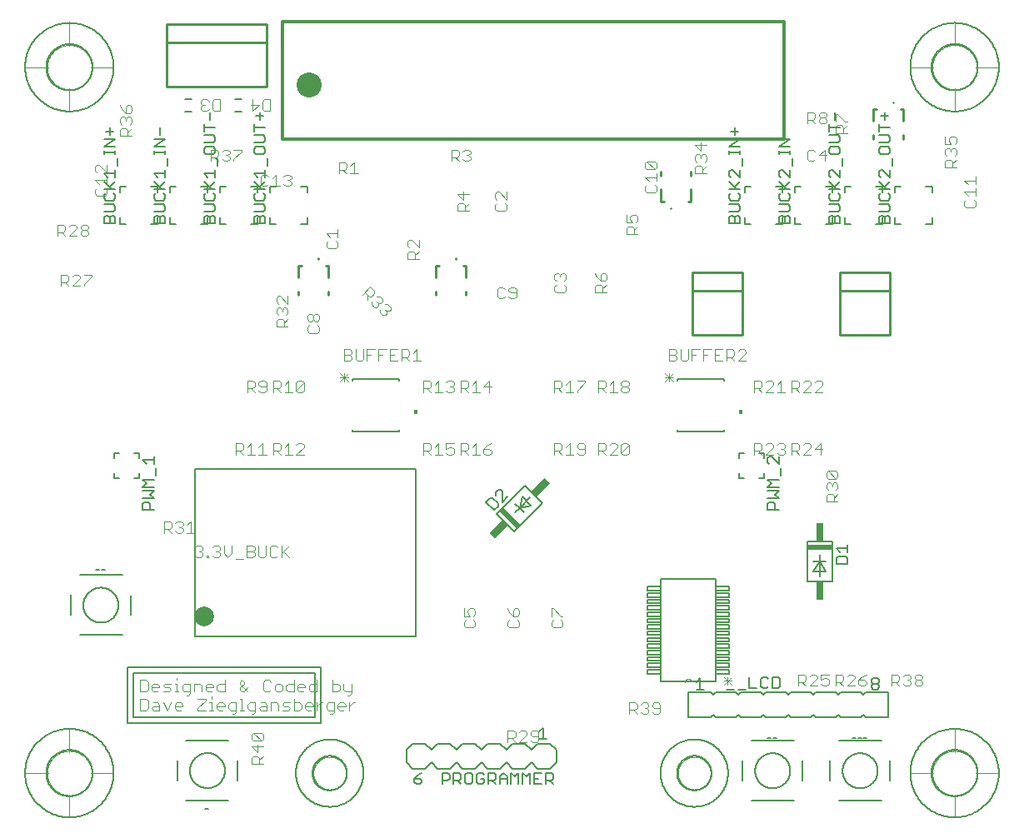
<source format=gto>
G75*
%MOIN*%
%OFA0B0*%
%FSLAX25Y25*%
%IPPOS*%
%LPD*%
%AMOC8*
5,1,8,0,0,1.08239X$1,22.5*
%
%ADD10C,0.01000*%
%ADD11C,0.10000*%
%ADD12C,0.01200*%
%ADD13C,0.00400*%
%ADD14C,0.00600*%
%ADD15C,0.00500*%
%ADD16C,0.00000*%
%ADD17C,0.00300*%
%ADD18C,0.00100*%
%ADD19C,0.07874*%
%ADD20C,0.00200*%
%ADD21C,0.00800*%
%ADD22R,0.10000X0.02000*%
%ADD23R,0.03000X0.07500*%
%ADD24R,0.02000X0.10000*%
%ADD25R,0.07500X0.03000*%
D10*
X0120143Y0219749D02*
X0120143Y0221245D01*
X0120143Y0226836D02*
X0120143Y0231560D01*
X0121226Y0231560D01*
X0127954Y0234304D02*
X0127956Y0234325D01*
X0127962Y0234345D01*
X0127971Y0234364D01*
X0127984Y0234381D01*
X0127999Y0234395D01*
X0128017Y0234406D01*
X0128037Y0234414D01*
X0128057Y0234418D01*
X0128079Y0234418D01*
X0128099Y0234414D01*
X0128119Y0234406D01*
X0128137Y0234395D01*
X0128152Y0234381D01*
X0128165Y0234364D01*
X0128174Y0234345D01*
X0128180Y0234325D01*
X0128182Y0234304D01*
X0128180Y0234283D01*
X0128174Y0234263D01*
X0128165Y0234244D01*
X0128152Y0234227D01*
X0128137Y0234213D01*
X0128119Y0234202D01*
X0128099Y0234194D01*
X0128079Y0234190D01*
X0128057Y0234190D01*
X0128037Y0234194D01*
X0128017Y0234202D01*
X0127999Y0234213D01*
X0127984Y0234227D01*
X0127971Y0234244D01*
X0127962Y0234263D01*
X0127956Y0234283D01*
X0127954Y0234304D01*
X0130871Y0231560D02*
X0131954Y0231560D01*
X0131954Y0226836D01*
X0131954Y0221245D02*
X0131954Y0219749D01*
X0175143Y0219749D02*
X0175143Y0221245D01*
X0175143Y0226836D02*
X0175143Y0231560D01*
X0176226Y0231560D01*
X0182954Y0234304D02*
X0182956Y0234325D01*
X0182962Y0234345D01*
X0182971Y0234364D01*
X0182984Y0234381D01*
X0182999Y0234395D01*
X0183017Y0234406D01*
X0183037Y0234414D01*
X0183057Y0234418D01*
X0183079Y0234418D01*
X0183099Y0234414D01*
X0183119Y0234406D01*
X0183137Y0234395D01*
X0183152Y0234381D01*
X0183165Y0234364D01*
X0183174Y0234345D01*
X0183180Y0234325D01*
X0183182Y0234304D01*
X0183180Y0234283D01*
X0183174Y0234263D01*
X0183165Y0234244D01*
X0183152Y0234227D01*
X0183137Y0234213D01*
X0183119Y0234202D01*
X0183099Y0234194D01*
X0183079Y0234190D01*
X0183057Y0234190D01*
X0183037Y0234194D01*
X0183017Y0234202D01*
X0182999Y0234213D01*
X0182984Y0234227D01*
X0182971Y0234244D01*
X0182962Y0234263D01*
X0182956Y0234283D01*
X0182954Y0234304D01*
X0185871Y0231560D02*
X0186954Y0231560D01*
X0186954Y0226836D01*
X0186954Y0221245D02*
X0186954Y0219749D01*
X0265143Y0257249D02*
X0266226Y0257249D01*
X0265143Y0257249D02*
X0265143Y0261974D01*
X0265143Y0267564D02*
X0265143Y0269060D01*
X0276954Y0269060D02*
X0276954Y0267564D01*
X0276954Y0261974D02*
X0276954Y0257249D01*
X0275871Y0257249D01*
X0268915Y0254505D02*
X0268917Y0254526D01*
X0268923Y0254546D01*
X0268932Y0254565D01*
X0268945Y0254582D01*
X0268960Y0254596D01*
X0268978Y0254607D01*
X0268998Y0254615D01*
X0269018Y0254619D01*
X0269040Y0254619D01*
X0269060Y0254615D01*
X0269080Y0254607D01*
X0269098Y0254596D01*
X0269113Y0254582D01*
X0269126Y0254565D01*
X0269135Y0254546D01*
X0269141Y0254526D01*
X0269143Y0254505D01*
X0269141Y0254484D01*
X0269135Y0254464D01*
X0269126Y0254445D01*
X0269113Y0254428D01*
X0269098Y0254414D01*
X0269080Y0254403D01*
X0269060Y0254395D01*
X0269040Y0254391D01*
X0269018Y0254391D01*
X0268998Y0254395D01*
X0268978Y0254403D01*
X0268960Y0254414D01*
X0268945Y0254428D01*
X0268932Y0254445D01*
X0268923Y0254464D01*
X0268917Y0254484D01*
X0268915Y0254505D01*
X0277702Y0228942D02*
X0277702Y0221442D01*
X0297702Y0221442D01*
X0297702Y0203942D01*
X0277702Y0203942D01*
X0277702Y0221442D01*
X0277702Y0228942D02*
X0297702Y0228942D01*
X0297702Y0221442D01*
X0336757Y0221442D02*
X0336757Y0203942D01*
X0356757Y0203942D01*
X0356757Y0221442D01*
X0336757Y0221442D01*
X0336757Y0228942D01*
X0356757Y0228942D01*
X0356757Y0221442D01*
X0361954Y0282249D02*
X0361954Y0283745D01*
X0361954Y0289336D02*
X0361954Y0294060D01*
X0360871Y0294060D01*
X0357954Y0296804D02*
X0357956Y0296825D01*
X0357962Y0296845D01*
X0357971Y0296864D01*
X0357984Y0296881D01*
X0357999Y0296895D01*
X0358017Y0296906D01*
X0358037Y0296914D01*
X0358057Y0296918D01*
X0358079Y0296918D01*
X0358099Y0296914D01*
X0358119Y0296906D01*
X0358137Y0296895D01*
X0358152Y0296881D01*
X0358165Y0296864D01*
X0358174Y0296845D01*
X0358180Y0296825D01*
X0358182Y0296804D01*
X0358180Y0296783D01*
X0358174Y0296763D01*
X0358165Y0296744D01*
X0358152Y0296727D01*
X0358137Y0296713D01*
X0358119Y0296702D01*
X0358099Y0296694D01*
X0358079Y0296690D01*
X0358057Y0296690D01*
X0358037Y0296694D01*
X0358017Y0296702D01*
X0357999Y0296713D01*
X0357984Y0296727D01*
X0357971Y0296744D01*
X0357962Y0296763D01*
X0357956Y0296783D01*
X0357954Y0296804D01*
X0351226Y0294060D02*
X0350143Y0294060D01*
X0350143Y0289336D01*
X0350143Y0283745D02*
X0350143Y0282249D01*
X0107298Y0303155D02*
X0067298Y0303155D01*
X0067298Y0320655D01*
X0107298Y0320655D01*
X0107298Y0303155D01*
X0107298Y0320655D02*
X0107298Y0328155D01*
X0067298Y0328155D01*
X0067298Y0320655D01*
D11*
X0124237Y0303844D03*
D12*
X0113686Y0282033D02*
X0113686Y0329277D01*
X0314474Y0329277D01*
X0314474Y0282033D01*
X0113686Y0282033D01*
D13*
X0097214Y0277959D02*
X0097214Y0277191D01*
X0094144Y0274122D01*
X0094144Y0273355D01*
X0092610Y0274122D02*
X0091843Y0273355D01*
X0090308Y0273355D01*
X0089541Y0274122D01*
X0088006Y0273355D02*
X0086471Y0274889D01*
X0087239Y0274889D02*
X0084937Y0274889D01*
X0084937Y0273355D02*
X0084937Y0277959D01*
X0087239Y0277959D01*
X0088006Y0277191D01*
X0088006Y0275657D01*
X0087239Y0274889D01*
X0089541Y0277191D02*
X0090308Y0277959D01*
X0091843Y0277959D01*
X0092610Y0277191D01*
X0092610Y0276424D01*
X0091843Y0275657D01*
X0092610Y0274889D01*
X0092610Y0274122D01*
X0091843Y0275657D02*
X0091075Y0275657D01*
X0094144Y0277959D02*
X0097214Y0277959D01*
X0105704Y0267959D02*
X0104937Y0267191D01*
X0104937Y0264122D01*
X0105704Y0263355D01*
X0107239Y0263355D01*
X0108006Y0264122D01*
X0109541Y0263355D02*
X0112610Y0263355D01*
X0111075Y0263355D02*
X0111075Y0267959D01*
X0109541Y0266424D01*
X0108006Y0267191D02*
X0107239Y0267959D01*
X0105704Y0267959D01*
X0114144Y0267191D02*
X0114912Y0267959D01*
X0116446Y0267959D01*
X0117214Y0267191D01*
X0117214Y0266424D01*
X0116446Y0265657D01*
X0117214Y0264889D01*
X0117214Y0264122D01*
X0116446Y0263355D01*
X0114912Y0263355D01*
X0114144Y0264122D01*
X0115679Y0265657D02*
X0116446Y0265657D01*
X0136248Y0268355D02*
X0136248Y0272959D01*
X0138550Y0272959D01*
X0139318Y0272191D01*
X0139318Y0270657D01*
X0138550Y0269889D01*
X0136248Y0269889D01*
X0137783Y0269889D02*
X0139318Y0268355D01*
X0140852Y0268355D02*
X0143922Y0268355D01*
X0142387Y0268355D02*
X0142387Y0272959D01*
X0140852Y0271424D01*
X0135848Y0246028D02*
X0135848Y0242959D01*
X0135848Y0244493D02*
X0131245Y0244493D01*
X0132779Y0242959D01*
X0132012Y0241424D02*
X0131245Y0240657D01*
X0131245Y0239122D01*
X0132012Y0238355D01*
X0135081Y0238355D01*
X0135848Y0239122D01*
X0135848Y0240657D01*
X0135081Y0241424D01*
X0148785Y0223070D02*
X0150413Y0221442D01*
X0150413Y0220357D01*
X0149327Y0219272D01*
X0148242Y0219272D01*
X0146614Y0220900D01*
X0145529Y0219815D02*
X0148785Y0223070D01*
X0147700Y0219815D02*
X0147700Y0217644D01*
X0149327Y0217102D02*
X0149327Y0216016D01*
X0150412Y0214931D01*
X0151498Y0214931D01*
X0152040Y0215474D01*
X0152040Y0216559D01*
X0151498Y0217102D01*
X0152040Y0216559D02*
X0153125Y0216559D01*
X0153668Y0217102D01*
X0153668Y0218187D01*
X0152583Y0219272D01*
X0151498Y0219272D01*
X0154753Y0216016D02*
X0155838Y0216016D01*
X0156923Y0214931D01*
X0156923Y0213846D01*
X0156381Y0213304D01*
X0155296Y0213304D01*
X0155296Y0212218D01*
X0154753Y0211676D01*
X0153668Y0211676D01*
X0152583Y0212761D01*
X0152583Y0213846D01*
X0154753Y0213846D02*
X0155296Y0213304D01*
X0163745Y0234147D02*
X0163745Y0236449D01*
X0164512Y0237216D01*
X0166046Y0237216D01*
X0166814Y0236449D01*
X0166814Y0234147D01*
X0168348Y0234147D02*
X0163745Y0234147D01*
X0166814Y0235681D02*
X0168348Y0237216D01*
X0168348Y0238751D02*
X0165279Y0241820D01*
X0164512Y0241820D01*
X0163745Y0241053D01*
X0163745Y0239518D01*
X0164512Y0238751D01*
X0168348Y0238751D02*
X0168348Y0241820D01*
X0183745Y0253355D02*
X0183745Y0255657D01*
X0184512Y0256424D01*
X0186046Y0256424D01*
X0186814Y0255657D01*
X0186814Y0253355D01*
X0186814Y0254889D02*
X0188348Y0256424D01*
X0186046Y0257959D02*
X0183745Y0260261D01*
X0188348Y0260261D01*
X0186046Y0261028D02*
X0186046Y0257959D01*
X0183745Y0253355D02*
X0188348Y0253355D01*
X0198745Y0254122D02*
X0199512Y0253355D01*
X0202581Y0253355D01*
X0203348Y0254122D01*
X0203348Y0255657D01*
X0202581Y0256424D01*
X0203348Y0257959D02*
X0200279Y0261028D01*
X0199512Y0261028D01*
X0198745Y0260261D01*
X0198745Y0258726D01*
X0199512Y0257959D01*
X0199512Y0256424D02*
X0198745Y0255657D01*
X0198745Y0254122D01*
X0203348Y0257959D02*
X0203348Y0261028D01*
X0188922Y0274122D02*
X0188154Y0273355D01*
X0186620Y0273355D01*
X0185852Y0274122D01*
X0184318Y0273355D02*
X0182783Y0274889D01*
X0183550Y0274889D02*
X0181248Y0274889D01*
X0181248Y0273355D02*
X0181248Y0277959D01*
X0183550Y0277959D01*
X0184318Y0277191D01*
X0184318Y0275657D01*
X0183550Y0274889D01*
X0185852Y0277191D02*
X0186620Y0277959D01*
X0188154Y0277959D01*
X0188922Y0277191D01*
X0188922Y0276424D01*
X0188154Y0275657D01*
X0188922Y0274889D01*
X0188922Y0274122D01*
X0188154Y0275657D02*
X0187387Y0275657D01*
X0223262Y0228528D02*
X0224029Y0228528D01*
X0224796Y0227761D01*
X0225564Y0228528D01*
X0226331Y0228528D01*
X0227098Y0227761D01*
X0227098Y0226226D01*
X0226331Y0225459D01*
X0226331Y0223924D02*
X0227098Y0223157D01*
X0227098Y0221622D01*
X0226331Y0220855D01*
X0223262Y0220855D01*
X0222495Y0221622D01*
X0222495Y0223157D01*
X0223262Y0223924D01*
X0223262Y0225459D02*
X0222495Y0226226D01*
X0222495Y0227761D01*
X0223262Y0228528D01*
X0224796Y0227761D02*
X0224796Y0226993D01*
X0238745Y0228528D02*
X0239512Y0226993D01*
X0241046Y0225459D01*
X0241046Y0227761D01*
X0241814Y0228528D01*
X0242581Y0228528D01*
X0243348Y0227761D01*
X0243348Y0226226D01*
X0242581Y0225459D01*
X0241046Y0225459D01*
X0241046Y0223924D02*
X0241814Y0223157D01*
X0241814Y0220855D01*
X0241814Y0222389D02*
X0243348Y0223924D01*
X0241046Y0223924D02*
X0239512Y0223924D01*
X0238745Y0223157D01*
X0238745Y0220855D01*
X0243348Y0220855D01*
X0251245Y0244147D02*
X0251245Y0246449D01*
X0252012Y0247216D01*
X0253546Y0247216D01*
X0254314Y0246449D01*
X0254314Y0244147D01*
X0255848Y0244147D02*
X0251245Y0244147D01*
X0254314Y0245681D02*
X0255848Y0247216D01*
X0255081Y0248751D02*
X0255848Y0249518D01*
X0255848Y0251053D01*
X0255081Y0251820D01*
X0253546Y0251820D01*
X0252779Y0251053D01*
X0252779Y0250285D01*
X0253546Y0248751D01*
X0251245Y0248751D01*
X0251245Y0251820D01*
X0259512Y0260793D02*
X0262581Y0260793D01*
X0263348Y0261560D01*
X0263348Y0263095D01*
X0262581Y0263862D01*
X0263348Y0265397D02*
X0263348Y0268466D01*
X0263348Y0266931D02*
X0258745Y0266931D01*
X0260279Y0265397D01*
X0259512Y0263862D02*
X0258745Y0263095D01*
X0258745Y0261560D01*
X0259512Y0260793D01*
X0259512Y0270001D02*
X0258745Y0270768D01*
X0258745Y0272303D01*
X0259512Y0273070D01*
X0262581Y0270001D01*
X0263348Y0270768D01*
X0263348Y0272303D01*
X0262581Y0273070D01*
X0259512Y0273070D01*
X0259512Y0270001D02*
X0262581Y0270001D01*
X0278745Y0270657D02*
X0279512Y0271424D01*
X0281046Y0271424D01*
X0281814Y0270657D01*
X0281814Y0268355D01*
X0281814Y0269889D02*
X0283348Y0271424D01*
X0282581Y0272959D02*
X0283348Y0273726D01*
X0283348Y0275261D01*
X0282581Y0276028D01*
X0281814Y0276028D01*
X0281046Y0275261D01*
X0281046Y0274493D01*
X0281046Y0275261D02*
X0280279Y0276028D01*
X0279512Y0276028D01*
X0278745Y0275261D01*
X0278745Y0273726D01*
X0279512Y0272959D01*
X0278745Y0270657D02*
X0278745Y0268355D01*
X0283348Y0268355D01*
X0281046Y0277563D02*
X0281046Y0280632D01*
X0278745Y0279865D02*
X0283348Y0279865D01*
X0281046Y0277563D02*
X0278745Y0279865D01*
X0323748Y0277191D02*
X0323748Y0274122D01*
X0324516Y0273355D01*
X0326050Y0273355D01*
X0326818Y0274122D01*
X0328352Y0275657D02*
X0331422Y0275657D01*
X0330654Y0277959D02*
X0328352Y0275657D01*
X0326818Y0277191D02*
X0326050Y0277959D01*
X0324516Y0277959D01*
X0323748Y0277191D01*
X0330654Y0277959D02*
X0330654Y0273355D01*
X0334995Y0284605D02*
X0334995Y0286907D01*
X0335762Y0287674D01*
X0337296Y0287674D01*
X0338064Y0286907D01*
X0338064Y0284605D01*
X0338064Y0286139D02*
X0339598Y0287674D01*
X0339598Y0289209D02*
X0338831Y0289209D01*
X0335762Y0292278D01*
X0334995Y0292278D01*
X0334995Y0289209D01*
X0331422Y0289122D02*
X0330654Y0288355D01*
X0329120Y0288355D01*
X0328352Y0289122D01*
X0328352Y0289889D01*
X0329120Y0290657D01*
X0330654Y0290657D01*
X0331422Y0289889D01*
X0331422Y0289122D01*
X0330654Y0290657D02*
X0331422Y0291424D01*
X0331422Y0292191D01*
X0330654Y0292959D01*
X0329120Y0292959D01*
X0328352Y0292191D01*
X0328352Y0291424D01*
X0329120Y0290657D01*
X0326818Y0290657D02*
X0326818Y0292191D01*
X0326050Y0292959D01*
X0323748Y0292959D01*
X0323748Y0288355D01*
X0323748Y0289889D02*
X0326050Y0289889D01*
X0326818Y0290657D01*
X0325283Y0289889D02*
X0326818Y0288355D01*
X0334995Y0284605D02*
X0339598Y0284605D01*
X0378745Y0283132D02*
X0378745Y0280063D01*
X0381046Y0280063D01*
X0380279Y0281597D01*
X0380279Y0282365D01*
X0381046Y0283132D01*
X0382581Y0283132D01*
X0383348Y0282365D01*
X0383348Y0280830D01*
X0382581Y0280063D01*
X0382581Y0278528D02*
X0383348Y0277761D01*
X0383348Y0276226D01*
X0382581Y0275459D01*
X0383348Y0273924D02*
X0381814Y0272389D01*
X0381814Y0273157D02*
X0381814Y0270855D01*
X0383348Y0270855D02*
X0378745Y0270855D01*
X0378745Y0273157D01*
X0379512Y0273924D01*
X0381046Y0273924D01*
X0381814Y0273157D01*
X0379512Y0275459D02*
X0378745Y0276226D01*
X0378745Y0277761D01*
X0379512Y0278528D01*
X0380279Y0278528D01*
X0381046Y0277761D01*
X0381814Y0278528D01*
X0382581Y0278528D01*
X0381046Y0277761D02*
X0381046Y0276993D01*
X0386363Y0265603D02*
X0390967Y0265603D01*
X0390967Y0264068D02*
X0390967Y0267138D01*
X0387897Y0264068D02*
X0386363Y0265603D01*
X0386363Y0260999D02*
X0390967Y0260999D01*
X0390967Y0259465D02*
X0390967Y0262534D01*
X0387897Y0259465D02*
X0386363Y0260999D01*
X0387130Y0257930D02*
X0386363Y0257163D01*
X0386363Y0255628D01*
X0387130Y0254861D01*
X0390199Y0254861D01*
X0390967Y0255628D01*
X0390967Y0257163D01*
X0390199Y0257930D01*
X0328946Y0185459D02*
X0327412Y0185459D01*
X0326644Y0184691D01*
X0325110Y0184691D02*
X0324343Y0185459D01*
X0322808Y0185459D01*
X0322041Y0184691D01*
X0320506Y0184691D02*
X0320506Y0183157D01*
X0319739Y0182389D01*
X0317437Y0182389D01*
X0318971Y0182389D02*
X0320506Y0180855D01*
X0322041Y0180855D02*
X0325110Y0183924D01*
X0325110Y0184691D01*
X0325110Y0180855D02*
X0322041Y0180855D01*
X0320506Y0184691D02*
X0319739Y0185459D01*
X0317437Y0185459D01*
X0317437Y0180855D01*
X0314714Y0180855D02*
X0311644Y0180855D01*
X0310110Y0180855D02*
X0307041Y0180855D01*
X0310110Y0183924D01*
X0310110Y0184691D01*
X0309343Y0185459D01*
X0307808Y0185459D01*
X0307041Y0184691D01*
X0305506Y0184691D02*
X0305506Y0183157D01*
X0304739Y0182389D01*
X0302437Y0182389D01*
X0303971Y0182389D02*
X0305506Y0180855D01*
X0302437Y0180855D02*
X0302437Y0185459D01*
X0304739Y0185459D01*
X0305506Y0184691D01*
X0311644Y0183924D02*
X0313179Y0185459D01*
X0313179Y0180855D01*
X0326644Y0180855D02*
X0329714Y0183924D01*
X0329714Y0184691D01*
X0328946Y0185459D01*
X0329714Y0180855D02*
X0326644Y0180855D01*
X0324343Y0160459D02*
X0322808Y0160459D01*
X0322041Y0159691D01*
X0320506Y0159691D02*
X0320506Y0158157D01*
X0319739Y0157389D01*
X0317437Y0157389D01*
X0318971Y0157389D02*
X0320506Y0155855D01*
X0322041Y0155855D02*
X0325110Y0158924D01*
X0325110Y0159691D01*
X0324343Y0160459D01*
X0326644Y0158157D02*
X0329714Y0158157D01*
X0328946Y0155855D02*
X0328946Y0160459D01*
X0326644Y0158157D01*
X0325110Y0155855D02*
X0322041Y0155855D01*
X0317437Y0155855D02*
X0317437Y0160459D01*
X0319739Y0160459D01*
X0320506Y0159691D01*
X0314714Y0159691D02*
X0314714Y0158924D01*
X0313946Y0158157D01*
X0314714Y0157389D01*
X0314714Y0156622D01*
X0313946Y0155855D01*
X0312412Y0155855D01*
X0311644Y0156622D01*
X0310110Y0155855D02*
X0307041Y0155855D01*
X0310110Y0158924D01*
X0310110Y0159691D01*
X0309343Y0160459D01*
X0307808Y0160459D01*
X0307041Y0159691D01*
X0305506Y0159691D02*
X0305506Y0158157D01*
X0304739Y0157389D01*
X0302437Y0157389D01*
X0303971Y0157389D02*
X0305506Y0155855D01*
X0302437Y0155855D02*
X0302437Y0160459D01*
X0304739Y0160459D01*
X0305506Y0159691D01*
X0311644Y0159691D02*
X0312412Y0160459D01*
X0313946Y0160459D01*
X0314714Y0159691D01*
X0313946Y0158157D02*
X0313179Y0158157D01*
X0331245Y0148553D02*
X0332012Y0149320D01*
X0335081Y0146251D01*
X0335848Y0147018D01*
X0335848Y0148553D01*
X0335081Y0149320D01*
X0332012Y0149320D01*
X0331245Y0148553D02*
X0331245Y0147018D01*
X0332012Y0146251D01*
X0335081Y0146251D01*
X0335081Y0144716D02*
X0335848Y0143949D01*
X0335848Y0142414D01*
X0335081Y0141647D01*
X0335848Y0140112D02*
X0334314Y0138578D01*
X0334314Y0139345D02*
X0334314Y0137043D01*
X0335848Y0137043D02*
X0331245Y0137043D01*
X0331245Y0139345D01*
X0332012Y0140112D01*
X0333546Y0140112D01*
X0334314Y0139345D01*
X0332012Y0141647D02*
X0331245Y0142414D01*
X0331245Y0143949D01*
X0332012Y0144716D01*
X0332779Y0144716D01*
X0333546Y0143949D01*
X0334314Y0144716D01*
X0335081Y0144716D01*
X0333546Y0143949D02*
X0333546Y0143181D01*
X0252214Y0156622D02*
X0251446Y0155855D01*
X0249912Y0155855D01*
X0249144Y0156622D01*
X0252214Y0159691D01*
X0252214Y0156622D01*
X0252214Y0159691D02*
X0251446Y0160459D01*
X0249912Y0160459D01*
X0249144Y0159691D01*
X0249144Y0156622D01*
X0247610Y0155855D02*
X0244541Y0155855D01*
X0247610Y0158924D01*
X0247610Y0159691D01*
X0246843Y0160459D01*
X0245308Y0160459D01*
X0244541Y0159691D01*
X0243006Y0159691D02*
X0243006Y0158157D01*
X0242239Y0157389D01*
X0239937Y0157389D01*
X0241471Y0157389D02*
X0243006Y0155855D01*
X0239937Y0155855D02*
X0239937Y0160459D01*
X0242239Y0160459D01*
X0243006Y0159691D01*
X0234714Y0159691D02*
X0234714Y0156622D01*
X0233946Y0155855D01*
X0232412Y0155855D01*
X0231644Y0156622D01*
X0230110Y0155855D02*
X0227041Y0155855D01*
X0228575Y0155855D02*
X0228575Y0160459D01*
X0227041Y0158924D01*
X0225506Y0159691D02*
X0225506Y0158157D01*
X0224739Y0157389D01*
X0222437Y0157389D01*
X0223971Y0157389D02*
X0225506Y0155855D01*
X0222437Y0155855D02*
X0222437Y0160459D01*
X0224739Y0160459D01*
X0225506Y0159691D01*
X0231644Y0159691D02*
X0231644Y0158924D01*
X0232412Y0158157D01*
X0234714Y0158157D01*
X0234714Y0159691D02*
X0233946Y0160459D01*
X0232412Y0160459D01*
X0231644Y0159691D01*
X0231644Y0180855D02*
X0231644Y0181622D01*
X0234714Y0184691D01*
X0234714Y0185459D01*
X0231644Y0185459D01*
X0228575Y0185459D02*
X0228575Y0180855D01*
X0227041Y0180855D02*
X0230110Y0180855D01*
X0227041Y0183924D02*
X0228575Y0185459D01*
X0225506Y0184691D02*
X0225506Y0183157D01*
X0224739Y0182389D01*
X0222437Y0182389D01*
X0223971Y0182389D02*
X0225506Y0180855D01*
X0222437Y0180855D02*
X0222437Y0185459D01*
X0224739Y0185459D01*
X0225506Y0184691D01*
X0239937Y0185459D02*
X0239937Y0180855D01*
X0239937Y0182389D02*
X0242239Y0182389D01*
X0243006Y0183157D01*
X0243006Y0184691D01*
X0242239Y0185459D01*
X0239937Y0185459D01*
X0241471Y0182389D02*
X0243006Y0180855D01*
X0244541Y0180855D02*
X0247610Y0180855D01*
X0246075Y0180855D02*
X0246075Y0185459D01*
X0244541Y0183924D01*
X0249144Y0183924D02*
X0249912Y0183157D01*
X0251446Y0183157D01*
X0252214Y0182389D01*
X0252214Y0181622D01*
X0251446Y0180855D01*
X0249912Y0180855D01*
X0249144Y0181622D01*
X0249144Y0182389D01*
X0249912Y0183157D01*
X0249144Y0183924D02*
X0249144Y0184691D01*
X0249912Y0185459D01*
X0251446Y0185459D01*
X0252214Y0184691D01*
X0252214Y0183924D01*
X0251446Y0183157D01*
X0207214Y0219122D02*
X0207214Y0222191D01*
X0206446Y0222959D01*
X0204912Y0222959D01*
X0204144Y0222191D01*
X0204144Y0221424D01*
X0204912Y0220657D01*
X0207214Y0220657D01*
X0207214Y0219122D02*
X0206446Y0218355D01*
X0204912Y0218355D01*
X0204144Y0219122D01*
X0202610Y0219122D02*
X0201843Y0218355D01*
X0200308Y0218355D01*
X0199541Y0219122D01*
X0199541Y0222191D01*
X0200308Y0222959D01*
X0201843Y0222959D01*
X0202610Y0222191D01*
X0196446Y0185459D02*
X0194144Y0183157D01*
X0197214Y0183157D01*
X0196446Y0180855D02*
X0196446Y0185459D01*
X0191075Y0185459D02*
X0191075Y0180855D01*
X0189541Y0180855D02*
X0192610Y0180855D01*
X0189541Y0183924D02*
X0191075Y0185459D01*
X0188006Y0184691D02*
X0188006Y0183157D01*
X0187239Y0182389D01*
X0184937Y0182389D01*
X0186471Y0182389D02*
X0188006Y0180855D01*
X0184937Y0180855D02*
X0184937Y0185459D01*
X0187239Y0185459D01*
X0188006Y0184691D01*
X0182214Y0184691D02*
X0182214Y0183924D01*
X0181446Y0183157D01*
X0182214Y0182389D01*
X0182214Y0181622D01*
X0181446Y0180855D01*
X0179912Y0180855D01*
X0179144Y0181622D01*
X0177610Y0180855D02*
X0174541Y0180855D01*
X0176075Y0180855D02*
X0176075Y0185459D01*
X0174541Y0183924D01*
X0173006Y0184691D02*
X0173006Y0183157D01*
X0172239Y0182389D01*
X0169937Y0182389D01*
X0171471Y0182389D02*
X0173006Y0180855D01*
X0169937Y0180855D02*
X0169937Y0185459D01*
X0172239Y0185459D01*
X0173006Y0184691D01*
X0179144Y0184691D02*
X0179912Y0185459D01*
X0181446Y0185459D01*
X0182214Y0184691D01*
X0181446Y0183157D02*
X0180679Y0183157D01*
X0179144Y0160459D02*
X0179144Y0158157D01*
X0180679Y0158924D01*
X0181446Y0158924D01*
X0182214Y0158157D01*
X0182214Y0156622D01*
X0181446Y0155855D01*
X0179912Y0155855D01*
X0179144Y0156622D01*
X0177610Y0155855D02*
X0174541Y0155855D01*
X0176075Y0155855D02*
X0176075Y0160459D01*
X0174541Y0158924D01*
X0173006Y0158157D02*
X0172239Y0157389D01*
X0169937Y0157389D01*
X0171471Y0157389D02*
X0173006Y0155855D01*
X0173006Y0158157D02*
X0173006Y0159691D01*
X0172239Y0160459D01*
X0169937Y0160459D01*
X0169937Y0155855D01*
X0179144Y0160459D02*
X0182214Y0160459D01*
X0184937Y0160459D02*
X0187239Y0160459D01*
X0188006Y0159691D01*
X0188006Y0158157D01*
X0187239Y0157389D01*
X0184937Y0157389D01*
X0186471Y0157389D02*
X0188006Y0155855D01*
X0189541Y0155855D02*
X0192610Y0155855D01*
X0191075Y0155855D02*
X0191075Y0160459D01*
X0189541Y0158924D01*
X0194144Y0158157D02*
X0195679Y0159691D01*
X0197214Y0160459D01*
X0196446Y0158157D02*
X0194144Y0158157D01*
X0194144Y0156622D01*
X0194912Y0155855D01*
X0196446Y0155855D01*
X0197214Y0156622D01*
X0197214Y0157389D01*
X0196446Y0158157D01*
X0184937Y0155855D02*
X0184937Y0160459D01*
X0128348Y0205372D02*
X0128348Y0206907D01*
X0127581Y0207674D01*
X0127581Y0209209D02*
X0126814Y0209209D01*
X0126046Y0209976D01*
X0126046Y0211511D01*
X0126814Y0212278D01*
X0127581Y0212278D01*
X0128348Y0211511D01*
X0128348Y0209976D01*
X0127581Y0209209D01*
X0126046Y0209976D02*
X0125279Y0209209D01*
X0124512Y0209209D01*
X0123745Y0209976D01*
X0123745Y0211511D01*
X0124512Y0212278D01*
X0125279Y0212278D01*
X0126046Y0211511D01*
X0124512Y0207674D02*
X0123745Y0206907D01*
X0123745Y0205372D01*
X0124512Y0204605D01*
X0127581Y0204605D01*
X0128348Y0205372D01*
X0115848Y0207043D02*
X0111245Y0207043D01*
X0111245Y0209345D01*
X0112012Y0210112D01*
X0113546Y0210112D01*
X0114314Y0209345D01*
X0114314Y0207043D01*
X0114314Y0208578D02*
X0115848Y0210112D01*
X0115081Y0211647D02*
X0115848Y0212414D01*
X0115848Y0213949D01*
X0115081Y0214716D01*
X0114314Y0214716D01*
X0113546Y0213949D01*
X0113546Y0213181D01*
X0113546Y0213949D02*
X0112779Y0214716D01*
X0112012Y0214716D01*
X0111245Y0213949D01*
X0111245Y0212414D01*
X0112012Y0211647D01*
X0112012Y0216251D02*
X0111245Y0217018D01*
X0111245Y0218553D01*
X0112012Y0219320D01*
X0112779Y0219320D01*
X0115848Y0216251D01*
X0115848Y0219320D01*
X0116075Y0185459D02*
X0114541Y0183924D01*
X0113006Y0184691D02*
X0113006Y0183157D01*
X0112239Y0182389D01*
X0109937Y0182389D01*
X0111471Y0182389D02*
X0113006Y0180855D01*
X0114541Y0180855D02*
X0117610Y0180855D01*
X0116075Y0180855D02*
X0116075Y0185459D01*
X0113006Y0184691D02*
X0112239Y0185459D01*
X0109937Y0185459D01*
X0109937Y0180855D01*
X0107214Y0181622D02*
X0107214Y0184691D01*
X0106446Y0185459D01*
X0104912Y0185459D01*
X0104144Y0184691D01*
X0104144Y0183924D01*
X0104912Y0183157D01*
X0107214Y0183157D01*
X0107214Y0181622D02*
X0106446Y0180855D01*
X0104912Y0180855D01*
X0104144Y0181622D01*
X0102610Y0180855D02*
X0101075Y0182389D01*
X0101843Y0182389D02*
X0099541Y0182389D01*
X0099541Y0180855D02*
X0099541Y0185459D01*
X0101843Y0185459D01*
X0102610Y0184691D01*
X0102610Y0183157D01*
X0101843Y0182389D01*
X0119144Y0181622D02*
X0122214Y0184691D01*
X0122214Y0181622D01*
X0121446Y0180855D01*
X0119912Y0180855D01*
X0119144Y0181622D01*
X0119144Y0184691D01*
X0119912Y0185459D01*
X0121446Y0185459D01*
X0122214Y0184691D01*
X0121446Y0160459D02*
X0119912Y0160459D01*
X0119144Y0159691D01*
X0121446Y0160459D02*
X0122214Y0159691D01*
X0122214Y0158924D01*
X0119144Y0155855D01*
X0122214Y0155855D01*
X0117610Y0155855D02*
X0114541Y0155855D01*
X0116075Y0155855D02*
X0116075Y0160459D01*
X0114541Y0158924D01*
X0113006Y0158157D02*
X0112239Y0157389D01*
X0109937Y0157389D01*
X0111471Y0157389D02*
X0113006Y0155855D01*
X0113006Y0158157D02*
X0113006Y0159691D01*
X0112239Y0160459D01*
X0109937Y0160459D01*
X0109937Y0155855D01*
X0107214Y0155855D02*
X0104144Y0155855D01*
X0102610Y0155855D02*
X0099541Y0155855D01*
X0101075Y0155855D02*
X0101075Y0160459D01*
X0099541Y0158924D01*
X0098006Y0159691D02*
X0098006Y0158157D01*
X0097239Y0157389D01*
X0094937Y0157389D01*
X0096471Y0157389D02*
X0098006Y0155855D01*
X0094937Y0155855D02*
X0094937Y0160459D01*
X0097239Y0160459D01*
X0098006Y0159691D01*
X0104144Y0158924D02*
X0105679Y0160459D01*
X0105679Y0155855D01*
X0076991Y0129209D02*
X0076991Y0124605D01*
X0075456Y0124605D02*
X0078526Y0124605D01*
X0075456Y0127674D02*
X0076991Y0129209D01*
X0073922Y0128441D02*
X0073922Y0127674D01*
X0073154Y0126907D01*
X0073922Y0126139D01*
X0073922Y0125372D01*
X0073154Y0124605D01*
X0071620Y0124605D01*
X0070852Y0125372D01*
X0069318Y0124605D02*
X0067783Y0126139D01*
X0068550Y0126139D02*
X0066248Y0126139D01*
X0066248Y0124605D02*
X0066248Y0129209D01*
X0068550Y0129209D01*
X0069318Y0128441D01*
X0069318Y0126907D01*
X0068550Y0126139D01*
X0070852Y0128441D02*
X0071620Y0129209D01*
X0073154Y0129209D01*
X0073922Y0128441D01*
X0073154Y0126907D02*
X0072387Y0126907D01*
X0079516Y0119455D02*
X0081050Y0119455D01*
X0081818Y0118687D01*
X0081818Y0117920D01*
X0081050Y0117153D01*
X0081818Y0116385D01*
X0081818Y0115618D01*
X0081050Y0114851D01*
X0079516Y0114851D01*
X0078748Y0115618D01*
X0080283Y0117153D02*
X0081050Y0117153D01*
X0078748Y0118687D02*
X0079516Y0119455D01*
X0083352Y0115618D02*
X0084120Y0115618D01*
X0084120Y0114851D01*
X0083352Y0114851D01*
X0083352Y0115618D01*
X0085654Y0115618D02*
X0086422Y0114851D01*
X0087956Y0114851D01*
X0088724Y0115618D01*
X0088724Y0116385D01*
X0087956Y0117153D01*
X0087189Y0117153D01*
X0087956Y0117153D02*
X0088724Y0117920D01*
X0088724Y0118687D01*
X0087956Y0119455D01*
X0086422Y0119455D01*
X0085654Y0118687D01*
X0090258Y0119455D02*
X0090258Y0116385D01*
X0091793Y0114851D01*
X0093328Y0116385D01*
X0093328Y0119455D01*
X0094862Y0114083D02*
X0097931Y0114083D01*
X0099466Y0114851D02*
X0101768Y0114851D01*
X0102535Y0115618D01*
X0102535Y0116385D01*
X0101768Y0117153D01*
X0099466Y0117153D01*
X0099466Y0114851D02*
X0099466Y0119455D01*
X0101768Y0119455D01*
X0102535Y0118687D01*
X0102535Y0117920D01*
X0101768Y0117153D01*
X0104070Y0115618D02*
X0104837Y0114851D01*
X0106372Y0114851D01*
X0107139Y0115618D01*
X0107139Y0119455D01*
X0108674Y0118687D02*
X0109441Y0119455D01*
X0110976Y0119455D01*
X0111743Y0118687D01*
X0113278Y0119455D02*
X0113278Y0114851D01*
X0113278Y0116385D02*
X0116347Y0119455D01*
X0114045Y0117153D02*
X0116347Y0114851D01*
X0111743Y0115618D02*
X0110976Y0114851D01*
X0109441Y0114851D01*
X0108674Y0115618D01*
X0108674Y0118687D01*
X0104070Y0119455D02*
X0104070Y0115618D01*
X0106695Y0065724D02*
X0105928Y0064957D01*
X0105928Y0061888D01*
X0106695Y0061120D01*
X0108230Y0061120D01*
X0108997Y0061888D01*
X0110532Y0061888D02*
X0111299Y0061120D01*
X0112834Y0061120D01*
X0113601Y0061888D01*
X0113601Y0063422D01*
X0112834Y0064190D01*
X0111299Y0064190D01*
X0110532Y0063422D01*
X0110532Y0061888D01*
X0108997Y0064957D02*
X0108230Y0065724D01*
X0106695Y0065724D01*
X0099789Y0062655D02*
X0098255Y0061120D01*
X0097487Y0061120D01*
X0096720Y0061888D01*
X0096720Y0062655D01*
X0098255Y0064190D01*
X0098255Y0064957D01*
X0097487Y0065724D01*
X0096720Y0064957D01*
X0096720Y0064190D01*
X0099789Y0061120D01*
X0097487Y0058224D02*
X0097487Y0053620D01*
X0096720Y0053620D02*
X0098255Y0053620D01*
X0099789Y0054388D02*
X0100557Y0053620D01*
X0102859Y0053620D01*
X0102859Y0052853D02*
X0102859Y0056690D01*
X0100557Y0056690D01*
X0099789Y0055922D01*
X0099789Y0054388D01*
X0101324Y0052086D02*
X0102091Y0052086D01*
X0102859Y0052853D01*
X0104393Y0054388D02*
X0105160Y0053620D01*
X0107462Y0053620D01*
X0107462Y0055922D01*
X0106695Y0056690D01*
X0105160Y0056690D01*
X0105160Y0055155D02*
X0107462Y0055155D01*
X0108997Y0053620D02*
X0108997Y0056690D01*
X0111299Y0056690D01*
X0112066Y0055922D01*
X0112066Y0053620D01*
X0113601Y0053620D02*
X0115903Y0053620D01*
X0116670Y0054388D01*
X0115903Y0055155D01*
X0114368Y0055155D01*
X0113601Y0055922D01*
X0114368Y0056690D01*
X0116670Y0056690D01*
X0118205Y0056690D02*
X0120507Y0056690D01*
X0121274Y0055922D01*
X0121274Y0054388D01*
X0120507Y0053620D01*
X0118205Y0053620D01*
X0118205Y0058224D01*
X0118205Y0061120D02*
X0115903Y0061120D01*
X0115136Y0061888D01*
X0115136Y0063422D01*
X0115903Y0064190D01*
X0118205Y0064190D01*
X0118205Y0065724D02*
X0118205Y0061120D01*
X0119740Y0061888D02*
X0119740Y0063422D01*
X0120507Y0064190D01*
X0122042Y0064190D01*
X0122809Y0063422D01*
X0122809Y0062655D01*
X0119740Y0062655D01*
X0119740Y0061888D02*
X0120507Y0061120D01*
X0122042Y0061120D01*
X0124344Y0061888D02*
X0124344Y0063422D01*
X0125111Y0064190D01*
X0127413Y0064190D01*
X0127413Y0065724D02*
X0127413Y0061120D01*
X0125111Y0061120D01*
X0124344Y0061888D01*
X0125111Y0056690D02*
X0125878Y0055922D01*
X0125878Y0055155D01*
X0122809Y0055155D01*
X0122809Y0054388D02*
X0122809Y0055922D01*
X0123576Y0056690D01*
X0125111Y0056690D01*
X0127413Y0056690D02*
X0127413Y0053620D01*
X0127413Y0055155D02*
X0128947Y0056690D01*
X0129715Y0056690D01*
X0131249Y0055922D02*
X0131249Y0054388D01*
X0132017Y0053620D01*
X0134319Y0053620D01*
X0134319Y0052853D02*
X0134319Y0056690D01*
X0132017Y0056690D01*
X0131249Y0055922D01*
X0132784Y0052086D02*
X0133551Y0052086D01*
X0134319Y0052853D01*
X0135853Y0054388D02*
X0135853Y0055922D01*
X0136621Y0056690D01*
X0138155Y0056690D01*
X0138923Y0055922D01*
X0138923Y0055155D01*
X0135853Y0055155D01*
X0135853Y0054388D02*
X0136621Y0053620D01*
X0138155Y0053620D01*
X0140457Y0053620D02*
X0140457Y0056690D01*
X0141992Y0056690D02*
X0142759Y0056690D01*
X0141992Y0056690D02*
X0140457Y0055155D01*
X0140457Y0059586D02*
X0139690Y0059586D01*
X0140457Y0059586D02*
X0141225Y0060353D01*
X0141225Y0064190D01*
X0141225Y0061120D02*
X0138923Y0061120D01*
X0138155Y0061888D01*
X0138155Y0064190D01*
X0136621Y0063422D02*
X0135853Y0064190D01*
X0133551Y0064190D01*
X0133551Y0065724D02*
X0133551Y0061120D01*
X0135853Y0061120D01*
X0136621Y0061888D01*
X0136621Y0063422D01*
X0125111Y0053620D02*
X0123576Y0053620D01*
X0122809Y0054388D01*
X0105160Y0055155D02*
X0104393Y0054388D01*
X0097487Y0058224D02*
X0096720Y0058224D01*
X0095185Y0056690D02*
X0092883Y0056690D01*
X0092116Y0055922D01*
X0092116Y0054388D01*
X0092883Y0053620D01*
X0095185Y0053620D01*
X0095185Y0052853D02*
X0095185Y0056690D01*
X0095185Y0052853D02*
X0094418Y0052086D01*
X0093651Y0052086D01*
X0089814Y0053620D02*
X0088279Y0053620D01*
X0087512Y0054388D01*
X0087512Y0055922D01*
X0088279Y0056690D01*
X0089814Y0056690D01*
X0090581Y0055922D01*
X0090581Y0055155D01*
X0087512Y0055155D01*
X0085977Y0053620D02*
X0084443Y0053620D01*
X0085210Y0053620D02*
X0085210Y0056690D01*
X0084443Y0056690D01*
X0085210Y0058224D02*
X0085210Y0058992D01*
X0085210Y0061120D02*
X0083676Y0061120D01*
X0082908Y0061888D01*
X0082908Y0063422D01*
X0083676Y0064190D01*
X0085210Y0064190D01*
X0085977Y0063422D01*
X0085977Y0062655D01*
X0082908Y0062655D01*
X0081374Y0063422D02*
X0081374Y0061120D01*
X0081374Y0063422D02*
X0080606Y0064190D01*
X0078304Y0064190D01*
X0078304Y0061120D01*
X0076770Y0061120D02*
X0074468Y0061120D01*
X0073700Y0061888D01*
X0073700Y0063422D01*
X0074468Y0064190D01*
X0076770Y0064190D01*
X0076770Y0060353D01*
X0076002Y0059586D01*
X0075235Y0059586D01*
X0072166Y0061120D02*
X0070631Y0061120D01*
X0071398Y0061120D02*
X0071398Y0064190D01*
X0070631Y0064190D01*
X0069096Y0064190D02*
X0066794Y0064190D01*
X0066027Y0063422D01*
X0066794Y0062655D01*
X0068329Y0062655D01*
X0069096Y0061888D01*
X0068329Y0061120D01*
X0066027Y0061120D01*
X0064492Y0062655D02*
X0061423Y0062655D01*
X0061423Y0061888D02*
X0061423Y0063422D01*
X0062191Y0064190D01*
X0063725Y0064190D01*
X0064492Y0063422D01*
X0064492Y0062655D01*
X0063725Y0061120D02*
X0062191Y0061120D01*
X0061423Y0061888D01*
X0059889Y0061888D02*
X0059889Y0064957D01*
X0059121Y0065724D01*
X0056819Y0065724D01*
X0056819Y0061120D01*
X0059121Y0061120D01*
X0059889Y0061888D01*
X0059121Y0058224D02*
X0056819Y0058224D01*
X0056819Y0053620D01*
X0059121Y0053620D01*
X0059889Y0054388D01*
X0059889Y0057457D01*
X0059121Y0058224D01*
X0062191Y0056690D02*
X0063725Y0056690D01*
X0064492Y0055922D01*
X0064492Y0053620D01*
X0062191Y0053620D01*
X0061423Y0054388D01*
X0062191Y0055155D01*
X0064492Y0055155D01*
X0066027Y0056690D02*
X0067562Y0053620D01*
X0069096Y0056690D01*
X0070631Y0055922D02*
X0071398Y0056690D01*
X0072933Y0056690D01*
X0073700Y0055922D01*
X0073700Y0055155D01*
X0070631Y0055155D01*
X0070631Y0054388D02*
X0070631Y0055922D01*
X0070631Y0054388D02*
X0071398Y0053620D01*
X0072933Y0053620D01*
X0079839Y0053620D02*
X0082908Y0053620D01*
X0079839Y0053620D02*
X0079839Y0054388D01*
X0082908Y0057457D01*
X0082908Y0058224D01*
X0079839Y0058224D01*
X0087512Y0061888D02*
X0087512Y0063422D01*
X0088279Y0064190D01*
X0090581Y0064190D01*
X0090581Y0065724D02*
X0090581Y0061120D01*
X0088279Y0061120D01*
X0087512Y0061888D01*
X0071398Y0065724D02*
X0071398Y0066492D01*
X0101363Y0043674D02*
X0102130Y0044441D01*
X0105199Y0041372D01*
X0105967Y0042139D01*
X0105967Y0043674D01*
X0105199Y0044441D01*
X0102130Y0044441D01*
X0101363Y0043674D02*
X0101363Y0042139D01*
X0102130Y0041372D01*
X0105199Y0041372D01*
X0103665Y0039837D02*
X0103665Y0036768D01*
X0101363Y0039070D01*
X0105967Y0039070D01*
X0105967Y0035233D02*
X0104432Y0033698D01*
X0104432Y0034466D02*
X0104432Y0032164D01*
X0105967Y0032164D02*
X0101363Y0032164D01*
X0101363Y0034466D01*
X0102130Y0035233D01*
X0103665Y0035233D01*
X0104432Y0034466D01*
X0186245Y0087414D02*
X0187012Y0086647D01*
X0190081Y0086647D01*
X0190848Y0087414D01*
X0190848Y0088949D01*
X0190081Y0089716D01*
X0190081Y0091251D02*
X0190848Y0092018D01*
X0190848Y0093553D01*
X0190081Y0094320D01*
X0188546Y0094320D01*
X0187779Y0093553D01*
X0187779Y0092785D01*
X0188546Y0091251D01*
X0186245Y0091251D01*
X0186245Y0094320D01*
X0187012Y0089716D02*
X0186245Y0088949D01*
X0186245Y0087414D01*
X0203745Y0087414D02*
X0204512Y0086647D01*
X0207581Y0086647D01*
X0208348Y0087414D01*
X0208348Y0088949D01*
X0207581Y0089716D01*
X0207581Y0091251D02*
X0208348Y0092018D01*
X0208348Y0093553D01*
X0207581Y0094320D01*
X0206814Y0094320D01*
X0206046Y0093553D01*
X0206046Y0091251D01*
X0207581Y0091251D01*
X0206046Y0091251D02*
X0204512Y0092785D01*
X0203745Y0094320D01*
X0204512Y0089716D02*
X0203745Y0088949D01*
X0203745Y0087414D01*
X0221245Y0087414D02*
X0222012Y0086647D01*
X0225081Y0086647D01*
X0225848Y0087414D01*
X0225848Y0088949D01*
X0225081Y0089716D01*
X0225081Y0091251D02*
X0225848Y0091251D01*
X0225081Y0091251D02*
X0222012Y0094320D01*
X0221245Y0094320D01*
X0221245Y0091251D01*
X0222012Y0089716D02*
X0221245Y0088949D01*
X0221245Y0087414D01*
X0252498Y0056709D02*
X0254800Y0056709D01*
X0255568Y0055941D01*
X0255568Y0054407D01*
X0254800Y0053639D01*
X0252498Y0053639D01*
X0252498Y0052105D02*
X0252498Y0056709D01*
X0254033Y0053639D02*
X0255568Y0052105D01*
X0257102Y0052872D02*
X0257870Y0052105D01*
X0259404Y0052105D01*
X0260172Y0052872D01*
X0260172Y0053639D01*
X0259404Y0054407D01*
X0258637Y0054407D01*
X0259404Y0054407D02*
X0260172Y0055174D01*
X0260172Y0055941D01*
X0259404Y0056709D01*
X0257870Y0056709D01*
X0257102Y0055941D01*
X0261706Y0055941D02*
X0261706Y0055174D01*
X0262474Y0054407D01*
X0264776Y0054407D01*
X0264776Y0055941D02*
X0264008Y0056709D01*
X0262474Y0056709D01*
X0261706Y0055941D01*
X0261706Y0052872D02*
X0262474Y0052105D01*
X0264008Y0052105D01*
X0264776Y0052872D01*
X0264776Y0055941D01*
X0216092Y0044652D02*
X0216092Y0041583D01*
X0215324Y0040815D01*
X0213790Y0040815D01*
X0213022Y0041583D01*
X0211488Y0040815D02*
X0208419Y0040815D01*
X0211488Y0043885D01*
X0211488Y0044652D01*
X0210720Y0045419D01*
X0209186Y0045419D01*
X0208419Y0044652D01*
X0206884Y0044652D02*
X0206884Y0043117D01*
X0206117Y0042350D01*
X0203815Y0042350D01*
X0205349Y0042350D02*
X0206884Y0040815D01*
X0203815Y0040815D02*
X0203815Y0045419D01*
X0206117Y0045419D01*
X0206884Y0044652D01*
X0213022Y0044652D02*
X0213022Y0043885D01*
X0213790Y0043117D01*
X0216092Y0043117D01*
X0216092Y0044652D02*
X0215324Y0045419D01*
X0213790Y0045419D01*
X0213022Y0044652D01*
X0319937Y0063355D02*
X0319937Y0067959D01*
X0322239Y0067959D01*
X0323006Y0067191D01*
X0323006Y0065657D01*
X0322239Y0064889D01*
X0319937Y0064889D01*
X0321471Y0064889D02*
X0323006Y0063355D01*
X0324541Y0063355D02*
X0327610Y0066424D01*
X0327610Y0067191D01*
X0326843Y0067959D01*
X0325308Y0067959D01*
X0324541Y0067191D01*
X0324541Y0063355D02*
X0327610Y0063355D01*
X0329144Y0064122D02*
X0329912Y0063355D01*
X0331446Y0063355D01*
X0332214Y0064122D01*
X0332214Y0065657D01*
X0331446Y0066424D01*
X0330679Y0066424D01*
X0329144Y0065657D01*
X0329144Y0067959D01*
X0332214Y0067959D01*
X0334937Y0067959D02*
X0337239Y0067959D01*
X0338006Y0067191D01*
X0338006Y0065657D01*
X0337239Y0064889D01*
X0334937Y0064889D01*
X0336471Y0064889D02*
X0338006Y0063355D01*
X0339541Y0063355D02*
X0342610Y0066424D01*
X0342610Y0067191D01*
X0341843Y0067959D01*
X0340308Y0067959D01*
X0339541Y0067191D01*
X0339541Y0063355D02*
X0342610Y0063355D01*
X0344144Y0064122D02*
X0344912Y0063355D01*
X0346446Y0063355D01*
X0347214Y0064122D01*
X0347214Y0064889D01*
X0346446Y0065657D01*
X0344144Y0065657D01*
X0344144Y0064122D01*
X0344144Y0065657D02*
X0345679Y0067191D01*
X0347214Y0067959D01*
X0357437Y0067959D02*
X0357437Y0063355D01*
X0357437Y0064889D02*
X0359739Y0064889D01*
X0360506Y0065657D01*
X0360506Y0067191D01*
X0359739Y0067959D01*
X0357437Y0067959D01*
X0358971Y0064889D02*
X0360506Y0063355D01*
X0362041Y0064122D02*
X0362808Y0063355D01*
X0364343Y0063355D01*
X0365110Y0064122D01*
X0365110Y0064889D01*
X0364343Y0065657D01*
X0363575Y0065657D01*
X0364343Y0065657D02*
X0365110Y0066424D01*
X0365110Y0067191D01*
X0364343Y0067959D01*
X0362808Y0067959D01*
X0362041Y0067191D01*
X0366644Y0067191D02*
X0367412Y0067959D01*
X0368946Y0067959D01*
X0369714Y0067191D01*
X0369714Y0066424D01*
X0368946Y0065657D01*
X0367412Y0065657D01*
X0366644Y0066424D01*
X0366644Y0067191D01*
X0367412Y0065657D02*
X0366644Y0064889D01*
X0366644Y0064122D01*
X0367412Y0063355D01*
X0368946Y0063355D01*
X0369714Y0064122D01*
X0369714Y0064889D01*
X0368946Y0065657D01*
X0334937Y0063355D02*
X0334937Y0067959D01*
X0053348Y0283355D02*
X0048745Y0283355D01*
X0048745Y0285657D01*
X0049512Y0286424D01*
X0051046Y0286424D01*
X0051814Y0285657D01*
X0051814Y0283355D01*
X0051814Y0284889D02*
X0053348Y0286424D01*
X0052581Y0287959D02*
X0053348Y0288726D01*
X0053348Y0290261D01*
X0052581Y0291028D01*
X0051814Y0291028D01*
X0051046Y0290261D01*
X0051046Y0289493D01*
X0051046Y0290261D02*
X0050279Y0291028D01*
X0049512Y0291028D01*
X0048745Y0290261D01*
X0048745Y0288726D01*
X0049512Y0287959D01*
X0051046Y0292563D02*
X0051046Y0294865D01*
X0051814Y0295632D01*
X0052581Y0295632D01*
X0053348Y0294865D01*
X0053348Y0293330D01*
X0052581Y0292563D01*
X0051046Y0292563D01*
X0049512Y0294097D01*
X0048745Y0295632D01*
X0043348Y0271820D02*
X0043348Y0268751D01*
X0040279Y0271820D01*
X0039512Y0271820D01*
X0038745Y0271053D01*
X0038745Y0269518D01*
X0039512Y0268751D01*
X0038745Y0265681D02*
X0043348Y0265681D01*
X0043348Y0264147D02*
X0043348Y0267216D01*
X0040279Y0264147D02*
X0038745Y0265681D01*
X0039512Y0262612D02*
X0038745Y0261845D01*
X0038745Y0260310D01*
X0039512Y0259543D01*
X0042581Y0259543D01*
X0043348Y0260310D01*
X0043348Y0261845D01*
X0042581Y0262612D01*
X0035258Y0247959D02*
X0036026Y0247191D01*
X0036026Y0246424D01*
X0035258Y0245657D01*
X0033724Y0245657D01*
X0032956Y0246424D01*
X0032956Y0247191D01*
X0033724Y0247959D01*
X0035258Y0247959D01*
X0035258Y0245657D02*
X0036026Y0244889D01*
X0036026Y0244122D01*
X0035258Y0243355D01*
X0033724Y0243355D01*
X0032956Y0244122D01*
X0032956Y0244889D01*
X0033724Y0245657D01*
X0031422Y0246424D02*
X0031422Y0247191D01*
X0030654Y0247959D01*
X0029120Y0247959D01*
X0028352Y0247191D01*
X0026818Y0247191D02*
X0026818Y0245657D01*
X0026050Y0244889D01*
X0023748Y0244889D01*
X0023748Y0243355D02*
X0023748Y0247959D01*
X0026050Y0247959D01*
X0026818Y0247191D01*
X0025283Y0244889D02*
X0026818Y0243355D01*
X0028352Y0243355D02*
X0031422Y0246424D01*
X0031422Y0243355D02*
X0028352Y0243355D01*
X0027300Y0227959D02*
X0028068Y0227191D01*
X0028068Y0225657D01*
X0027300Y0224889D01*
X0024998Y0224889D01*
X0024998Y0223355D02*
X0024998Y0227959D01*
X0027300Y0227959D01*
X0029602Y0227191D02*
X0030370Y0227959D01*
X0031904Y0227959D01*
X0032672Y0227191D01*
X0032672Y0226424D01*
X0029602Y0223355D01*
X0032672Y0223355D01*
X0034206Y0223355D02*
X0034206Y0224122D01*
X0037276Y0227191D01*
X0037276Y0227959D01*
X0034206Y0227959D01*
X0028068Y0223355D02*
X0026533Y0224889D01*
D14*
X0048548Y0248155D02*
X0048548Y0250655D01*
X0048548Y0248155D02*
X0051048Y0248155D01*
X0061048Y0248155D02*
X0063548Y0248155D01*
X0063548Y0250655D01*
X0068548Y0250655D02*
X0068548Y0248155D01*
X0071048Y0248155D01*
X0081048Y0248155D02*
X0083548Y0248155D01*
X0083548Y0250655D01*
X0088548Y0250655D02*
X0088548Y0248155D01*
X0091048Y0248155D01*
X0101048Y0248155D02*
X0103548Y0248155D01*
X0103548Y0250655D01*
X0108548Y0250655D02*
X0108548Y0248155D01*
X0111048Y0248155D01*
X0121048Y0248155D02*
X0123548Y0248155D01*
X0123548Y0250655D01*
X0123548Y0260655D02*
X0123548Y0263155D01*
X0121048Y0263155D01*
X0111048Y0263155D02*
X0108548Y0263155D01*
X0108548Y0260655D01*
X0103548Y0260655D02*
X0103548Y0263155D01*
X0101048Y0263155D01*
X0091048Y0263155D02*
X0088548Y0263155D01*
X0088548Y0260655D01*
X0083548Y0260655D02*
X0083548Y0263155D01*
X0081048Y0263155D01*
X0071048Y0263155D02*
X0068548Y0263155D01*
X0068548Y0260655D01*
X0063548Y0260655D02*
X0063548Y0263155D01*
X0061048Y0263155D01*
X0051048Y0263155D02*
X0048548Y0263155D01*
X0048548Y0260655D01*
X0074648Y0293255D02*
X0077448Y0293255D01*
X0077448Y0298055D02*
X0074648Y0298055D01*
X0094648Y0298055D02*
X0097448Y0298055D01*
X0097448Y0293255D02*
X0094648Y0293255D01*
X0019198Y0310930D02*
X0019201Y0311157D01*
X0019209Y0311384D01*
X0019223Y0311611D01*
X0019243Y0311837D01*
X0019268Y0312063D01*
X0019298Y0312288D01*
X0019334Y0312512D01*
X0019376Y0312735D01*
X0019423Y0312957D01*
X0019475Y0313178D01*
X0019533Y0313398D01*
X0019596Y0313616D01*
X0019665Y0313832D01*
X0019739Y0314047D01*
X0019818Y0314260D01*
X0019902Y0314471D01*
X0019992Y0314679D01*
X0020086Y0314886D01*
X0020186Y0315090D01*
X0020290Y0315291D01*
X0020400Y0315490D01*
X0020514Y0315686D01*
X0020633Y0315880D01*
X0020757Y0316070D01*
X0020886Y0316257D01*
X0021019Y0316441D01*
X0021156Y0316622D01*
X0021298Y0316799D01*
X0021444Y0316973D01*
X0021595Y0317143D01*
X0021749Y0317310D01*
X0021908Y0317472D01*
X0022070Y0317631D01*
X0022237Y0317785D01*
X0022407Y0317936D01*
X0022581Y0318082D01*
X0022758Y0318224D01*
X0022939Y0318361D01*
X0023123Y0318494D01*
X0023310Y0318623D01*
X0023500Y0318747D01*
X0023694Y0318866D01*
X0023890Y0318980D01*
X0024089Y0319090D01*
X0024290Y0319194D01*
X0024494Y0319294D01*
X0024701Y0319388D01*
X0024909Y0319478D01*
X0025120Y0319562D01*
X0025333Y0319641D01*
X0025548Y0319715D01*
X0025764Y0319784D01*
X0025982Y0319847D01*
X0026202Y0319905D01*
X0026423Y0319957D01*
X0026645Y0320004D01*
X0026868Y0320046D01*
X0027092Y0320082D01*
X0027317Y0320112D01*
X0027543Y0320137D01*
X0027769Y0320157D01*
X0027996Y0320171D01*
X0028223Y0320179D01*
X0028450Y0320182D01*
X0028677Y0320179D01*
X0028904Y0320171D01*
X0029131Y0320157D01*
X0029357Y0320137D01*
X0029583Y0320112D01*
X0029808Y0320082D01*
X0030032Y0320046D01*
X0030255Y0320004D01*
X0030477Y0319957D01*
X0030698Y0319905D01*
X0030918Y0319847D01*
X0031136Y0319784D01*
X0031352Y0319715D01*
X0031567Y0319641D01*
X0031780Y0319562D01*
X0031991Y0319478D01*
X0032199Y0319388D01*
X0032406Y0319294D01*
X0032610Y0319194D01*
X0032811Y0319090D01*
X0033010Y0318980D01*
X0033206Y0318866D01*
X0033400Y0318747D01*
X0033590Y0318623D01*
X0033777Y0318494D01*
X0033961Y0318361D01*
X0034142Y0318224D01*
X0034319Y0318082D01*
X0034493Y0317936D01*
X0034663Y0317785D01*
X0034830Y0317631D01*
X0034992Y0317472D01*
X0035151Y0317310D01*
X0035305Y0317143D01*
X0035456Y0316973D01*
X0035602Y0316799D01*
X0035744Y0316622D01*
X0035881Y0316441D01*
X0036014Y0316257D01*
X0036143Y0316070D01*
X0036267Y0315880D01*
X0036386Y0315686D01*
X0036500Y0315490D01*
X0036610Y0315291D01*
X0036714Y0315090D01*
X0036814Y0314886D01*
X0036908Y0314679D01*
X0036998Y0314471D01*
X0037082Y0314260D01*
X0037161Y0314047D01*
X0037235Y0313832D01*
X0037304Y0313616D01*
X0037367Y0313398D01*
X0037425Y0313178D01*
X0037477Y0312957D01*
X0037524Y0312735D01*
X0037566Y0312512D01*
X0037602Y0312288D01*
X0037632Y0312063D01*
X0037657Y0311837D01*
X0037677Y0311611D01*
X0037691Y0311384D01*
X0037699Y0311157D01*
X0037702Y0310930D01*
X0037699Y0310703D01*
X0037691Y0310476D01*
X0037677Y0310249D01*
X0037657Y0310023D01*
X0037632Y0309797D01*
X0037602Y0309572D01*
X0037566Y0309348D01*
X0037524Y0309125D01*
X0037477Y0308903D01*
X0037425Y0308682D01*
X0037367Y0308462D01*
X0037304Y0308244D01*
X0037235Y0308028D01*
X0037161Y0307813D01*
X0037082Y0307600D01*
X0036998Y0307389D01*
X0036908Y0307181D01*
X0036814Y0306974D01*
X0036714Y0306770D01*
X0036610Y0306569D01*
X0036500Y0306370D01*
X0036386Y0306174D01*
X0036267Y0305980D01*
X0036143Y0305790D01*
X0036014Y0305603D01*
X0035881Y0305419D01*
X0035744Y0305238D01*
X0035602Y0305061D01*
X0035456Y0304887D01*
X0035305Y0304717D01*
X0035151Y0304550D01*
X0034992Y0304388D01*
X0034830Y0304229D01*
X0034663Y0304075D01*
X0034493Y0303924D01*
X0034319Y0303778D01*
X0034142Y0303636D01*
X0033961Y0303499D01*
X0033777Y0303366D01*
X0033590Y0303237D01*
X0033400Y0303113D01*
X0033206Y0302994D01*
X0033010Y0302880D01*
X0032811Y0302770D01*
X0032610Y0302666D01*
X0032406Y0302566D01*
X0032199Y0302472D01*
X0031991Y0302382D01*
X0031780Y0302298D01*
X0031567Y0302219D01*
X0031352Y0302145D01*
X0031136Y0302076D01*
X0030918Y0302013D01*
X0030698Y0301955D01*
X0030477Y0301903D01*
X0030255Y0301856D01*
X0030032Y0301814D01*
X0029808Y0301778D01*
X0029583Y0301748D01*
X0029357Y0301723D01*
X0029131Y0301703D01*
X0028904Y0301689D01*
X0028677Y0301681D01*
X0028450Y0301678D01*
X0028223Y0301681D01*
X0027996Y0301689D01*
X0027769Y0301703D01*
X0027543Y0301723D01*
X0027317Y0301748D01*
X0027092Y0301778D01*
X0026868Y0301814D01*
X0026645Y0301856D01*
X0026423Y0301903D01*
X0026202Y0301955D01*
X0025982Y0302013D01*
X0025764Y0302076D01*
X0025548Y0302145D01*
X0025333Y0302219D01*
X0025120Y0302298D01*
X0024909Y0302382D01*
X0024701Y0302472D01*
X0024494Y0302566D01*
X0024290Y0302666D01*
X0024089Y0302770D01*
X0023890Y0302880D01*
X0023694Y0302994D01*
X0023500Y0303113D01*
X0023310Y0303237D01*
X0023123Y0303366D01*
X0022939Y0303499D01*
X0022758Y0303636D01*
X0022581Y0303778D01*
X0022407Y0303924D01*
X0022237Y0304075D01*
X0022070Y0304229D01*
X0021908Y0304388D01*
X0021749Y0304550D01*
X0021595Y0304717D01*
X0021444Y0304887D01*
X0021298Y0305061D01*
X0021156Y0305238D01*
X0021019Y0305419D01*
X0020886Y0305603D01*
X0020757Y0305790D01*
X0020633Y0305980D01*
X0020514Y0306174D01*
X0020400Y0306370D01*
X0020290Y0306569D01*
X0020186Y0306770D01*
X0020086Y0306974D01*
X0019992Y0307181D01*
X0019902Y0307389D01*
X0019818Y0307600D01*
X0019739Y0307813D01*
X0019665Y0308028D01*
X0019596Y0308244D01*
X0019533Y0308462D01*
X0019475Y0308682D01*
X0019423Y0308903D01*
X0019376Y0309125D01*
X0019334Y0309348D01*
X0019298Y0309572D01*
X0019268Y0309797D01*
X0019243Y0310023D01*
X0019223Y0310249D01*
X0019209Y0310476D01*
X0019201Y0310703D01*
X0019198Y0310930D01*
X0010750Y0310930D02*
X0010755Y0311364D01*
X0010771Y0311798D01*
X0010798Y0312232D01*
X0010835Y0312665D01*
X0010883Y0313097D01*
X0010942Y0313527D01*
X0011011Y0313956D01*
X0011090Y0314383D01*
X0011180Y0314808D01*
X0011280Y0315231D01*
X0011391Y0315651D01*
X0011512Y0316068D01*
X0011643Y0316482D01*
X0011785Y0316893D01*
X0011936Y0317300D01*
X0012097Y0317703D01*
X0012268Y0318103D01*
X0012449Y0318498D01*
X0012640Y0318888D01*
X0012840Y0319274D01*
X0013049Y0319654D01*
X0013268Y0320030D01*
X0013496Y0320399D01*
X0013733Y0320764D01*
X0013979Y0321122D01*
X0014233Y0321474D01*
X0014496Y0321820D01*
X0014768Y0322159D01*
X0015047Y0322491D01*
X0015335Y0322817D01*
X0015631Y0323135D01*
X0015934Y0323446D01*
X0016245Y0323749D01*
X0016563Y0324045D01*
X0016889Y0324333D01*
X0017221Y0324612D01*
X0017560Y0324884D01*
X0017906Y0325147D01*
X0018258Y0325401D01*
X0018616Y0325647D01*
X0018981Y0325884D01*
X0019350Y0326112D01*
X0019726Y0326331D01*
X0020106Y0326540D01*
X0020492Y0326740D01*
X0020882Y0326931D01*
X0021277Y0327112D01*
X0021677Y0327283D01*
X0022080Y0327444D01*
X0022487Y0327595D01*
X0022898Y0327737D01*
X0023312Y0327868D01*
X0023729Y0327989D01*
X0024149Y0328100D01*
X0024572Y0328200D01*
X0024997Y0328290D01*
X0025424Y0328369D01*
X0025853Y0328438D01*
X0026283Y0328497D01*
X0026715Y0328545D01*
X0027148Y0328582D01*
X0027582Y0328609D01*
X0028016Y0328625D01*
X0028450Y0328630D01*
X0028884Y0328625D01*
X0029318Y0328609D01*
X0029752Y0328582D01*
X0030185Y0328545D01*
X0030617Y0328497D01*
X0031047Y0328438D01*
X0031476Y0328369D01*
X0031903Y0328290D01*
X0032328Y0328200D01*
X0032751Y0328100D01*
X0033171Y0327989D01*
X0033588Y0327868D01*
X0034002Y0327737D01*
X0034413Y0327595D01*
X0034820Y0327444D01*
X0035223Y0327283D01*
X0035623Y0327112D01*
X0036018Y0326931D01*
X0036408Y0326740D01*
X0036794Y0326540D01*
X0037174Y0326331D01*
X0037550Y0326112D01*
X0037919Y0325884D01*
X0038284Y0325647D01*
X0038642Y0325401D01*
X0038994Y0325147D01*
X0039340Y0324884D01*
X0039679Y0324612D01*
X0040011Y0324333D01*
X0040337Y0324045D01*
X0040655Y0323749D01*
X0040966Y0323446D01*
X0041269Y0323135D01*
X0041565Y0322817D01*
X0041853Y0322491D01*
X0042132Y0322159D01*
X0042404Y0321820D01*
X0042667Y0321474D01*
X0042921Y0321122D01*
X0043167Y0320764D01*
X0043404Y0320399D01*
X0043632Y0320030D01*
X0043851Y0319654D01*
X0044060Y0319274D01*
X0044260Y0318888D01*
X0044451Y0318498D01*
X0044632Y0318103D01*
X0044803Y0317703D01*
X0044964Y0317300D01*
X0045115Y0316893D01*
X0045257Y0316482D01*
X0045388Y0316068D01*
X0045509Y0315651D01*
X0045620Y0315231D01*
X0045720Y0314808D01*
X0045810Y0314383D01*
X0045889Y0313956D01*
X0045958Y0313527D01*
X0046017Y0313097D01*
X0046065Y0312665D01*
X0046102Y0312232D01*
X0046129Y0311798D01*
X0046145Y0311364D01*
X0046150Y0310930D01*
X0046145Y0310496D01*
X0046129Y0310062D01*
X0046102Y0309628D01*
X0046065Y0309195D01*
X0046017Y0308763D01*
X0045958Y0308333D01*
X0045889Y0307904D01*
X0045810Y0307477D01*
X0045720Y0307052D01*
X0045620Y0306629D01*
X0045509Y0306209D01*
X0045388Y0305792D01*
X0045257Y0305378D01*
X0045115Y0304967D01*
X0044964Y0304560D01*
X0044803Y0304157D01*
X0044632Y0303757D01*
X0044451Y0303362D01*
X0044260Y0302972D01*
X0044060Y0302586D01*
X0043851Y0302206D01*
X0043632Y0301830D01*
X0043404Y0301461D01*
X0043167Y0301096D01*
X0042921Y0300738D01*
X0042667Y0300386D01*
X0042404Y0300040D01*
X0042132Y0299701D01*
X0041853Y0299369D01*
X0041565Y0299043D01*
X0041269Y0298725D01*
X0040966Y0298414D01*
X0040655Y0298111D01*
X0040337Y0297815D01*
X0040011Y0297527D01*
X0039679Y0297248D01*
X0039340Y0296976D01*
X0038994Y0296713D01*
X0038642Y0296459D01*
X0038284Y0296213D01*
X0037919Y0295976D01*
X0037550Y0295748D01*
X0037174Y0295529D01*
X0036794Y0295320D01*
X0036408Y0295120D01*
X0036018Y0294929D01*
X0035623Y0294748D01*
X0035223Y0294577D01*
X0034820Y0294416D01*
X0034413Y0294265D01*
X0034002Y0294123D01*
X0033588Y0293992D01*
X0033171Y0293871D01*
X0032751Y0293760D01*
X0032328Y0293660D01*
X0031903Y0293570D01*
X0031476Y0293491D01*
X0031047Y0293422D01*
X0030617Y0293363D01*
X0030185Y0293315D01*
X0029752Y0293278D01*
X0029318Y0293251D01*
X0028884Y0293235D01*
X0028450Y0293230D01*
X0028016Y0293235D01*
X0027582Y0293251D01*
X0027148Y0293278D01*
X0026715Y0293315D01*
X0026283Y0293363D01*
X0025853Y0293422D01*
X0025424Y0293491D01*
X0024997Y0293570D01*
X0024572Y0293660D01*
X0024149Y0293760D01*
X0023729Y0293871D01*
X0023312Y0293992D01*
X0022898Y0294123D01*
X0022487Y0294265D01*
X0022080Y0294416D01*
X0021677Y0294577D01*
X0021277Y0294748D01*
X0020882Y0294929D01*
X0020492Y0295120D01*
X0020106Y0295320D01*
X0019726Y0295529D01*
X0019350Y0295748D01*
X0018981Y0295976D01*
X0018616Y0296213D01*
X0018258Y0296459D01*
X0017906Y0296713D01*
X0017560Y0296976D01*
X0017221Y0297248D01*
X0016889Y0297527D01*
X0016563Y0297815D01*
X0016245Y0298111D01*
X0015934Y0298414D01*
X0015631Y0298725D01*
X0015335Y0299043D01*
X0015047Y0299369D01*
X0014768Y0299701D01*
X0014496Y0300040D01*
X0014233Y0300386D01*
X0013979Y0300738D01*
X0013733Y0301096D01*
X0013496Y0301461D01*
X0013268Y0301830D01*
X0013049Y0302206D01*
X0012840Y0302586D01*
X0012640Y0302972D01*
X0012449Y0303362D01*
X0012268Y0303757D01*
X0012097Y0304157D01*
X0011936Y0304560D01*
X0011785Y0304967D01*
X0011643Y0305378D01*
X0011512Y0305792D01*
X0011391Y0306209D01*
X0011280Y0306629D01*
X0011180Y0307052D01*
X0011090Y0307477D01*
X0011011Y0307904D01*
X0010942Y0308333D01*
X0010883Y0308763D01*
X0010835Y0309195D01*
X0010798Y0309628D01*
X0010771Y0310062D01*
X0010755Y0310496D01*
X0010750Y0310930D01*
X0141648Y0186255D02*
X0141648Y0185355D01*
X0141648Y0186255D02*
X0160448Y0186255D01*
X0160448Y0185355D01*
X0160448Y0165955D02*
X0160448Y0165055D01*
X0141648Y0165055D01*
X0141648Y0165955D01*
X0199356Y0132283D02*
X0206427Y0125212D01*
X0217741Y0136526D01*
X0210670Y0143597D01*
X0199356Y0132283D01*
X0206781Y0132637D02*
X0208548Y0134405D01*
X0210316Y0132637D01*
X0208548Y0134405D02*
X0213145Y0135465D01*
X0209609Y0139001D01*
X0208548Y0134405D01*
X0206781Y0136172D01*
X0208548Y0134405D02*
X0212791Y0138647D01*
X0259848Y0103055D02*
X0259848Y0101555D01*
X0265048Y0101555D01*
X0265048Y0103055D01*
X0259848Y0103055D01*
X0259848Y0100455D02*
X0259848Y0098955D01*
X0265048Y0098955D01*
X0265048Y0100455D01*
X0259848Y0100455D01*
X0259848Y0097955D02*
X0259848Y0096455D01*
X0265048Y0096455D01*
X0265048Y0097955D01*
X0259848Y0097955D01*
X0259848Y0095355D02*
X0259848Y0093855D01*
X0265048Y0093855D01*
X0265048Y0095355D01*
X0259848Y0095355D01*
X0259848Y0092755D02*
X0259848Y0091255D01*
X0265048Y0091255D01*
X0265048Y0092755D01*
X0259848Y0092755D01*
X0259848Y0090255D02*
X0259848Y0088755D01*
X0265048Y0088755D01*
X0265048Y0090255D01*
X0259848Y0090255D01*
X0259848Y0087655D02*
X0259848Y0086155D01*
X0265048Y0086155D01*
X0265048Y0087655D01*
X0259848Y0087655D01*
X0259848Y0085155D02*
X0259848Y0083655D01*
X0265048Y0083655D01*
X0265048Y0085155D01*
X0259848Y0085155D01*
X0259848Y0082555D02*
X0259848Y0081055D01*
X0265048Y0081055D01*
X0265048Y0082555D01*
X0259848Y0082555D01*
X0259848Y0080055D02*
X0259848Y0078555D01*
X0265048Y0078555D01*
X0265048Y0080055D01*
X0259848Y0080055D01*
X0259848Y0077455D02*
X0259848Y0075955D01*
X0265048Y0075955D01*
X0265048Y0077455D01*
X0259848Y0077455D01*
X0259848Y0074855D02*
X0259848Y0073355D01*
X0265048Y0073355D01*
X0265048Y0074855D01*
X0259848Y0074855D01*
X0259848Y0072355D02*
X0259848Y0070855D01*
X0265048Y0070855D01*
X0265048Y0072355D01*
X0259848Y0072355D01*
X0259848Y0069755D02*
X0259848Y0068255D01*
X0265048Y0068255D01*
X0265048Y0069755D01*
X0259848Y0069755D01*
X0265048Y0065055D02*
X0277248Y0065055D01*
X0287048Y0065055D01*
X0287048Y0106255D01*
X0265048Y0106255D01*
X0265048Y0065055D01*
X0276048Y0060655D02*
X0285048Y0060655D01*
X0286048Y0059655D01*
X0287048Y0060655D01*
X0295048Y0060655D01*
X0296048Y0059655D01*
X0297048Y0060655D01*
X0305048Y0060655D01*
X0306048Y0059655D01*
X0307048Y0060655D01*
X0315048Y0060655D01*
X0316048Y0059655D01*
X0317048Y0060655D01*
X0325048Y0060655D01*
X0326048Y0059655D01*
X0327048Y0060655D01*
X0335048Y0060655D01*
X0336048Y0059655D01*
X0337048Y0060655D01*
X0345048Y0060655D01*
X0346048Y0059655D01*
X0347048Y0060655D01*
X0356048Y0060655D01*
X0356048Y0050655D01*
X0347048Y0050655D01*
X0346048Y0051655D01*
X0345048Y0050655D01*
X0337048Y0050655D01*
X0336048Y0051655D01*
X0335048Y0050655D01*
X0327048Y0050655D01*
X0326048Y0051655D01*
X0325048Y0050655D01*
X0317048Y0050655D01*
X0316048Y0051655D01*
X0315048Y0050655D01*
X0307048Y0050655D01*
X0306048Y0051655D01*
X0305048Y0050655D01*
X0297048Y0050655D01*
X0296048Y0051655D01*
X0295048Y0050655D01*
X0287048Y0050655D01*
X0286048Y0051655D01*
X0285048Y0050655D01*
X0276048Y0050655D01*
X0276048Y0060655D01*
X0287048Y0068255D02*
X0292248Y0068255D01*
X0292248Y0069755D01*
X0287048Y0069755D01*
X0287048Y0068255D01*
X0287048Y0070855D02*
X0292248Y0070855D01*
X0292248Y0072355D01*
X0287048Y0072355D01*
X0287048Y0070855D01*
X0287048Y0073355D02*
X0292248Y0073355D01*
X0292248Y0074855D01*
X0287048Y0074855D01*
X0287048Y0073355D01*
X0287048Y0075955D02*
X0292248Y0075955D01*
X0292248Y0077455D01*
X0287048Y0077455D01*
X0287048Y0075955D01*
X0287048Y0078555D02*
X0292248Y0078555D01*
X0292248Y0080055D01*
X0287048Y0080055D01*
X0287048Y0078555D01*
X0287048Y0081055D02*
X0292248Y0081055D01*
X0292248Y0082555D01*
X0287048Y0082555D01*
X0287048Y0081055D01*
X0287048Y0083655D02*
X0292248Y0083655D01*
X0292248Y0085155D01*
X0287048Y0085155D01*
X0287048Y0083655D01*
X0287048Y0086155D02*
X0292248Y0086155D01*
X0292248Y0087655D01*
X0287048Y0087655D01*
X0287048Y0086155D01*
X0287048Y0088755D02*
X0292248Y0088755D01*
X0292248Y0090255D01*
X0287048Y0090255D01*
X0287048Y0088755D01*
X0287048Y0091255D02*
X0292248Y0091255D01*
X0292248Y0092755D01*
X0287048Y0092755D01*
X0287048Y0091255D01*
X0287048Y0093855D02*
X0292248Y0093855D01*
X0292248Y0095355D01*
X0287048Y0095355D01*
X0287048Y0093855D01*
X0287048Y0096455D02*
X0292248Y0096455D01*
X0292248Y0097955D01*
X0287048Y0097955D01*
X0287048Y0096455D01*
X0287048Y0098955D02*
X0292248Y0098955D01*
X0292248Y0100455D01*
X0287048Y0100455D01*
X0287048Y0098955D01*
X0287048Y0101555D02*
X0292248Y0101555D01*
X0292248Y0103055D01*
X0287048Y0103055D01*
X0287048Y0101555D01*
X0323548Y0105155D02*
X0333548Y0105155D01*
X0333548Y0121155D01*
X0323548Y0121155D01*
X0323548Y0105155D01*
X0328548Y0107155D02*
X0328548Y0113155D01*
X0326048Y0113155D01*
X0328548Y0113155D02*
X0331048Y0113155D01*
X0328548Y0113155D02*
X0326048Y0109155D01*
X0331048Y0109155D01*
X0328548Y0113155D01*
X0328548Y0115655D01*
X0306481Y0146481D02*
X0306481Y0148481D01*
X0306481Y0146481D02*
X0304481Y0146481D01*
X0298481Y0146481D02*
X0296481Y0146481D01*
X0296481Y0148481D01*
X0296481Y0154481D02*
X0296481Y0156481D01*
X0298481Y0156481D01*
X0304481Y0156481D02*
X0306481Y0156481D01*
X0306481Y0154481D01*
X0290448Y0165055D02*
X0290448Y0165955D01*
X0290448Y0165055D02*
X0271648Y0165055D01*
X0271648Y0165955D01*
X0271648Y0185355D02*
X0271648Y0186255D01*
X0290448Y0186255D01*
X0290448Y0185355D01*
X0298548Y0248155D02*
X0298548Y0250655D01*
X0298548Y0248155D02*
X0301048Y0248155D01*
X0311048Y0248155D02*
X0313548Y0248155D01*
X0313548Y0250655D01*
X0318548Y0250655D02*
X0318548Y0248155D01*
X0321048Y0248155D01*
X0331048Y0248155D02*
X0333548Y0248155D01*
X0333548Y0250655D01*
X0338548Y0250655D02*
X0338548Y0248155D01*
X0341048Y0248155D01*
X0351048Y0248155D02*
X0353548Y0248155D01*
X0353548Y0250655D01*
X0358548Y0250655D02*
X0358548Y0248155D01*
X0361048Y0248155D01*
X0371048Y0248155D02*
X0373548Y0248155D01*
X0373548Y0250655D01*
X0373548Y0260655D02*
X0373548Y0263155D01*
X0371048Y0263155D01*
X0361048Y0263155D02*
X0358548Y0263155D01*
X0358548Y0260655D01*
X0353548Y0260655D02*
X0353548Y0263155D01*
X0351048Y0263155D01*
X0341048Y0263155D02*
X0338548Y0263155D01*
X0338548Y0260655D01*
X0333548Y0260655D02*
X0333548Y0263155D01*
X0331048Y0263155D01*
X0321048Y0263155D02*
X0318548Y0263155D01*
X0318548Y0260655D01*
X0313548Y0260655D02*
X0313548Y0263155D01*
X0311048Y0263155D01*
X0301048Y0263155D02*
X0298548Y0263155D01*
X0298548Y0260655D01*
X0373332Y0310930D02*
X0373335Y0311157D01*
X0373343Y0311384D01*
X0373357Y0311611D01*
X0373377Y0311837D01*
X0373402Y0312063D01*
X0373432Y0312288D01*
X0373468Y0312512D01*
X0373510Y0312735D01*
X0373557Y0312957D01*
X0373609Y0313178D01*
X0373667Y0313398D01*
X0373730Y0313616D01*
X0373799Y0313832D01*
X0373873Y0314047D01*
X0373952Y0314260D01*
X0374036Y0314471D01*
X0374126Y0314679D01*
X0374220Y0314886D01*
X0374320Y0315090D01*
X0374424Y0315291D01*
X0374534Y0315490D01*
X0374648Y0315686D01*
X0374767Y0315880D01*
X0374891Y0316070D01*
X0375020Y0316257D01*
X0375153Y0316441D01*
X0375290Y0316622D01*
X0375432Y0316799D01*
X0375578Y0316973D01*
X0375729Y0317143D01*
X0375883Y0317310D01*
X0376042Y0317472D01*
X0376204Y0317631D01*
X0376371Y0317785D01*
X0376541Y0317936D01*
X0376715Y0318082D01*
X0376892Y0318224D01*
X0377073Y0318361D01*
X0377257Y0318494D01*
X0377444Y0318623D01*
X0377634Y0318747D01*
X0377828Y0318866D01*
X0378024Y0318980D01*
X0378223Y0319090D01*
X0378424Y0319194D01*
X0378628Y0319294D01*
X0378835Y0319388D01*
X0379043Y0319478D01*
X0379254Y0319562D01*
X0379467Y0319641D01*
X0379682Y0319715D01*
X0379898Y0319784D01*
X0380116Y0319847D01*
X0380336Y0319905D01*
X0380557Y0319957D01*
X0380779Y0320004D01*
X0381002Y0320046D01*
X0381226Y0320082D01*
X0381451Y0320112D01*
X0381677Y0320137D01*
X0381903Y0320157D01*
X0382130Y0320171D01*
X0382357Y0320179D01*
X0382584Y0320182D01*
X0382811Y0320179D01*
X0383038Y0320171D01*
X0383265Y0320157D01*
X0383491Y0320137D01*
X0383717Y0320112D01*
X0383942Y0320082D01*
X0384166Y0320046D01*
X0384389Y0320004D01*
X0384611Y0319957D01*
X0384832Y0319905D01*
X0385052Y0319847D01*
X0385270Y0319784D01*
X0385486Y0319715D01*
X0385701Y0319641D01*
X0385914Y0319562D01*
X0386125Y0319478D01*
X0386333Y0319388D01*
X0386540Y0319294D01*
X0386744Y0319194D01*
X0386945Y0319090D01*
X0387144Y0318980D01*
X0387340Y0318866D01*
X0387534Y0318747D01*
X0387724Y0318623D01*
X0387911Y0318494D01*
X0388095Y0318361D01*
X0388276Y0318224D01*
X0388453Y0318082D01*
X0388627Y0317936D01*
X0388797Y0317785D01*
X0388964Y0317631D01*
X0389126Y0317472D01*
X0389285Y0317310D01*
X0389439Y0317143D01*
X0389590Y0316973D01*
X0389736Y0316799D01*
X0389878Y0316622D01*
X0390015Y0316441D01*
X0390148Y0316257D01*
X0390277Y0316070D01*
X0390401Y0315880D01*
X0390520Y0315686D01*
X0390634Y0315490D01*
X0390744Y0315291D01*
X0390848Y0315090D01*
X0390948Y0314886D01*
X0391042Y0314679D01*
X0391132Y0314471D01*
X0391216Y0314260D01*
X0391295Y0314047D01*
X0391369Y0313832D01*
X0391438Y0313616D01*
X0391501Y0313398D01*
X0391559Y0313178D01*
X0391611Y0312957D01*
X0391658Y0312735D01*
X0391700Y0312512D01*
X0391736Y0312288D01*
X0391766Y0312063D01*
X0391791Y0311837D01*
X0391811Y0311611D01*
X0391825Y0311384D01*
X0391833Y0311157D01*
X0391836Y0310930D01*
X0391833Y0310703D01*
X0391825Y0310476D01*
X0391811Y0310249D01*
X0391791Y0310023D01*
X0391766Y0309797D01*
X0391736Y0309572D01*
X0391700Y0309348D01*
X0391658Y0309125D01*
X0391611Y0308903D01*
X0391559Y0308682D01*
X0391501Y0308462D01*
X0391438Y0308244D01*
X0391369Y0308028D01*
X0391295Y0307813D01*
X0391216Y0307600D01*
X0391132Y0307389D01*
X0391042Y0307181D01*
X0390948Y0306974D01*
X0390848Y0306770D01*
X0390744Y0306569D01*
X0390634Y0306370D01*
X0390520Y0306174D01*
X0390401Y0305980D01*
X0390277Y0305790D01*
X0390148Y0305603D01*
X0390015Y0305419D01*
X0389878Y0305238D01*
X0389736Y0305061D01*
X0389590Y0304887D01*
X0389439Y0304717D01*
X0389285Y0304550D01*
X0389126Y0304388D01*
X0388964Y0304229D01*
X0388797Y0304075D01*
X0388627Y0303924D01*
X0388453Y0303778D01*
X0388276Y0303636D01*
X0388095Y0303499D01*
X0387911Y0303366D01*
X0387724Y0303237D01*
X0387534Y0303113D01*
X0387340Y0302994D01*
X0387144Y0302880D01*
X0386945Y0302770D01*
X0386744Y0302666D01*
X0386540Y0302566D01*
X0386333Y0302472D01*
X0386125Y0302382D01*
X0385914Y0302298D01*
X0385701Y0302219D01*
X0385486Y0302145D01*
X0385270Y0302076D01*
X0385052Y0302013D01*
X0384832Y0301955D01*
X0384611Y0301903D01*
X0384389Y0301856D01*
X0384166Y0301814D01*
X0383942Y0301778D01*
X0383717Y0301748D01*
X0383491Y0301723D01*
X0383265Y0301703D01*
X0383038Y0301689D01*
X0382811Y0301681D01*
X0382584Y0301678D01*
X0382357Y0301681D01*
X0382130Y0301689D01*
X0381903Y0301703D01*
X0381677Y0301723D01*
X0381451Y0301748D01*
X0381226Y0301778D01*
X0381002Y0301814D01*
X0380779Y0301856D01*
X0380557Y0301903D01*
X0380336Y0301955D01*
X0380116Y0302013D01*
X0379898Y0302076D01*
X0379682Y0302145D01*
X0379467Y0302219D01*
X0379254Y0302298D01*
X0379043Y0302382D01*
X0378835Y0302472D01*
X0378628Y0302566D01*
X0378424Y0302666D01*
X0378223Y0302770D01*
X0378024Y0302880D01*
X0377828Y0302994D01*
X0377634Y0303113D01*
X0377444Y0303237D01*
X0377257Y0303366D01*
X0377073Y0303499D01*
X0376892Y0303636D01*
X0376715Y0303778D01*
X0376541Y0303924D01*
X0376371Y0304075D01*
X0376204Y0304229D01*
X0376042Y0304388D01*
X0375883Y0304550D01*
X0375729Y0304717D01*
X0375578Y0304887D01*
X0375432Y0305061D01*
X0375290Y0305238D01*
X0375153Y0305419D01*
X0375020Y0305603D01*
X0374891Y0305790D01*
X0374767Y0305980D01*
X0374648Y0306174D01*
X0374534Y0306370D01*
X0374424Y0306569D01*
X0374320Y0306770D01*
X0374220Y0306974D01*
X0374126Y0307181D01*
X0374036Y0307389D01*
X0373952Y0307600D01*
X0373873Y0307813D01*
X0373799Y0308028D01*
X0373730Y0308244D01*
X0373667Y0308462D01*
X0373609Y0308682D01*
X0373557Y0308903D01*
X0373510Y0309125D01*
X0373468Y0309348D01*
X0373432Y0309572D01*
X0373402Y0309797D01*
X0373377Y0310023D01*
X0373357Y0310249D01*
X0373343Y0310476D01*
X0373335Y0310703D01*
X0373332Y0310930D01*
X0364884Y0310930D02*
X0364889Y0311364D01*
X0364905Y0311798D01*
X0364932Y0312232D01*
X0364969Y0312665D01*
X0365017Y0313097D01*
X0365076Y0313527D01*
X0365145Y0313956D01*
X0365224Y0314383D01*
X0365314Y0314808D01*
X0365414Y0315231D01*
X0365525Y0315651D01*
X0365646Y0316068D01*
X0365777Y0316482D01*
X0365919Y0316893D01*
X0366070Y0317300D01*
X0366231Y0317703D01*
X0366402Y0318103D01*
X0366583Y0318498D01*
X0366774Y0318888D01*
X0366974Y0319274D01*
X0367183Y0319654D01*
X0367402Y0320030D01*
X0367630Y0320399D01*
X0367867Y0320764D01*
X0368113Y0321122D01*
X0368367Y0321474D01*
X0368630Y0321820D01*
X0368902Y0322159D01*
X0369181Y0322491D01*
X0369469Y0322817D01*
X0369765Y0323135D01*
X0370068Y0323446D01*
X0370379Y0323749D01*
X0370697Y0324045D01*
X0371023Y0324333D01*
X0371355Y0324612D01*
X0371694Y0324884D01*
X0372040Y0325147D01*
X0372392Y0325401D01*
X0372750Y0325647D01*
X0373115Y0325884D01*
X0373484Y0326112D01*
X0373860Y0326331D01*
X0374240Y0326540D01*
X0374626Y0326740D01*
X0375016Y0326931D01*
X0375411Y0327112D01*
X0375811Y0327283D01*
X0376214Y0327444D01*
X0376621Y0327595D01*
X0377032Y0327737D01*
X0377446Y0327868D01*
X0377863Y0327989D01*
X0378283Y0328100D01*
X0378706Y0328200D01*
X0379131Y0328290D01*
X0379558Y0328369D01*
X0379987Y0328438D01*
X0380417Y0328497D01*
X0380849Y0328545D01*
X0381282Y0328582D01*
X0381716Y0328609D01*
X0382150Y0328625D01*
X0382584Y0328630D01*
X0383018Y0328625D01*
X0383452Y0328609D01*
X0383886Y0328582D01*
X0384319Y0328545D01*
X0384751Y0328497D01*
X0385181Y0328438D01*
X0385610Y0328369D01*
X0386037Y0328290D01*
X0386462Y0328200D01*
X0386885Y0328100D01*
X0387305Y0327989D01*
X0387722Y0327868D01*
X0388136Y0327737D01*
X0388547Y0327595D01*
X0388954Y0327444D01*
X0389357Y0327283D01*
X0389757Y0327112D01*
X0390152Y0326931D01*
X0390542Y0326740D01*
X0390928Y0326540D01*
X0391308Y0326331D01*
X0391684Y0326112D01*
X0392053Y0325884D01*
X0392418Y0325647D01*
X0392776Y0325401D01*
X0393128Y0325147D01*
X0393474Y0324884D01*
X0393813Y0324612D01*
X0394145Y0324333D01*
X0394471Y0324045D01*
X0394789Y0323749D01*
X0395100Y0323446D01*
X0395403Y0323135D01*
X0395699Y0322817D01*
X0395987Y0322491D01*
X0396266Y0322159D01*
X0396538Y0321820D01*
X0396801Y0321474D01*
X0397055Y0321122D01*
X0397301Y0320764D01*
X0397538Y0320399D01*
X0397766Y0320030D01*
X0397985Y0319654D01*
X0398194Y0319274D01*
X0398394Y0318888D01*
X0398585Y0318498D01*
X0398766Y0318103D01*
X0398937Y0317703D01*
X0399098Y0317300D01*
X0399249Y0316893D01*
X0399391Y0316482D01*
X0399522Y0316068D01*
X0399643Y0315651D01*
X0399754Y0315231D01*
X0399854Y0314808D01*
X0399944Y0314383D01*
X0400023Y0313956D01*
X0400092Y0313527D01*
X0400151Y0313097D01*
X0400199Y0312665D01*
X0400236Y0312232D01*
X0400263Y0311798D01*
X0400279Y0311364D01*
X0400284Y0310930D01*
X0400279Y0310496D01*
X0400263Y0310062D01*
X0400236Y0309628D01*
X0400199Y0309195D01*
X0400151Y0308763D01*
X0400092Y0308333D01*
X0400023Y0307904D01*
X0399944Y0307477D01*
X0399854Y0307052D01*
X0399754Y0306629D01*
X0399643Y0306209D01*
X0399522Y0305792D01*
X0399391Y0305378D01*
X0399249Y0304967D01*
X0399098Y0304560D01*
X0398937Y0304157D01*
X0398766Y0303757D01*
X0398585Y0303362D01*
X0398394Y0302972D01*
X0398194Y0302586D01*
X0397985Y0302206D01*
X0397766Y0301830D01*
X0397538Y0301461D01*
X0397301Y0301096D01*
X0397055Y0300738D01*
X0396801Y0300386D01*
X0396538Y0300040D01*
X0396266Y0299701D01*
X0395987Y0299369D01*
X0395699Y0299043D01*
X0395403Y0298725D01*
X0395100Y0298414D01*
X0394789Y0298111D01*
X0394471Y0297815D01*
X0394145Y0297527D01*
X0393813Y0297248D01*
X0393474Y0296976D01*
X0393128Y0296713D01*
X0392776Y0296459D01*
X0392418Y0296213D01*
X0392053Y0295976D01*
X0391684Y0295748D01*
X0391308Y0295529D01*
X0390928Y0295320D01*
X0390542Y0295120D01*
X0390152Y0294929D01*
X0389757Y0294748D01*
X0389357Y0294577D01*
X0388954Y0294416D01*
X0388547Y0294265D01*
X0388136Y0294123D01*
X0387722Y0293992D01*
X0387305Y0293871D01*
X0386885Y0293760D01*
X0386462Y0293660D01*
X0386037Y0293570D01*
X0385610Y0293491D01*
X0385181Y0293422D01*
X0384751Y0293363D01*
X0384319Y0293315D01*
X0383886Y0293278D01*
X0383452Y0293251D01*
X0383018Y0293235D01*
X0382584Y0293230D01*
X0382150Y0293235D01*
X0381716Y0293251D01*
X0381282Y0293278D01*
X0380849Y0293315D01*
X0380417Y0293363D01*
X0379987Y0293422D01*
X0379558Y0293491D01*
X0379131Y0293570D01*
X0378706Y0293660D01*
X0378283Y0293760D01*
X0377863Y0293871D01*
X0377446Y0293992D01*
X0377032Y0294123D01*
X0376621Y0294265D01*
X0376214Y0294416D01*
X0375811Y0294577D01*
X0375411Y0294748D01*
X0375016Y0294929D01*
X0374626Y0295120D01*
X0374240Y0295320D01*
X0373860Y0295529D01*
X0373484Y0295748D01*
X0373115Y0295976D01*
X0372750Y0296213D01*
X0372392Y0296459D01*
X0372040Y0296713D01*
X0371694Y0296976D01*
X0371355Y0297248D01*
X0371023Y0297527D01*
X0370697Y0297815D01*
X0370379Y0298111D01*
X0370068Y0298414D01*
X0369765Y0298725D01*
X0369469Y0299043D01*
X0369181Y0299369D01*
X0368902Y0299701D01*
X0368630Y0300040D01*
X0368367Y0300386D01*
X0368113Y0300738D01*
X0367867Y0301096D01*
X0367630Y0301461D01*
X0367402Y0301830D01*
X0367183Y0302206D01*
X0366974Y0302586D01*
X0366774Y0302972D01*
X0366583Y0303362D01*
X0366402Y0303757D01*
X0366231Y0304157D01*
X0366070Y0304560D01*
X0365919Y0304967D01*
X0365777Y0305378D01*
X0365646Y0305792D01*
X0365525Y0306209D01*
X0365414Y0306629D01*
X0365314Y0307052D01*
X0365224Y0307477D01*
X0365145Y0307904D01*
X0365076Y0308333D01*
X0365017Y0308763D01*
X0364969Y0309195D01*
X0364932Y0309628D01*
X0364905Y0310062D01*
X0364889Y0310496D01*
X0364884Y0310930D01*
X0056481Y0156481D02*
X0056481Y0154481D01*
X0056481Y0156481D02*
X0054481Y0156481D01*
X0048481Y0156481D02*
X0046481Y0156481D01*
X0046481Y0154481D01*
X0046481Y0148481D02*
X0046481Y0146481D01*
X0048481Y0146481D01*
X0054481Y0146481D02*
X0056481Y0146481D01*
X0056481Y0148481D01*
X0165852Y0040261D02*
X0163352Y0037761D01*
X0163352Y0032761D01*
X0165852Y0030261D01*
X0170852Y0030261D01*
X0173352Y0032761D01*
X0175852Y0030261D01*
X0180852Y0030261D01*
X0183352Y0032761D01*
X0185852Y0030261D01*
X0190852Y0030261D01*
X0193352Y0032761D01*
X0195852Y0030261D01*
X0200852Y0030261D01*
X0203352Y0032761D01*
X0205852Y0030261D01*
X0210852Y0030261D01*
X0213352Y0032761D01*
X0215852Y0030261D01*
X0220852Y0030261D01*
X0223352Y0032761D01*
X0223352Y0037761D01*
X0220852Y0040261D01*
X0215852Y0040261D01*
X0213352Y0037761D01*
X0210852Y0040261D01*
X0205852Y0040261D01*
X0203352Y0037761D01*
X0200852Y0040261D01*
X0195852Y0040261D01*
X0193352Y0037761D01*
X0190852Y0040261D01*
X0185852Y0040261D01*
X0183352Y0037761D01*
X0180852Y0040261D01*
X0175852Y0040261D01*
X0173352Y0037761D01*
X0170852Y0040261D01*
X0165852Y0040261D01*
X0119084Y0028450D02*
X0119088Y0028781D01*
X0119100Y0029112D01*
X0119121Y0029443D01*
X0119149Y0029773D01*
X0119186Y0030103D01*
X0119230Y0030431D01*
X0119283Y0030758D01*
X0119343Y0031084D01*
X0119412Y0031408D01*
X0119489Y0031730D01*
X0119573Y0032051D01*
X0119665Y0032369D01*
X0119765Y0032685D01*
X0119873Y0032998D01*
X0119989Y0033309D01*
X0120112Y0033616D01*
X0120242Y0033921D01*
X0120380Y0034222D01*
X0120525Y0034520D01*
X0120678Y0034814D01*
X0120838Y0035104D01*
X0121005Y0035390D01*
X0121178Y0035672D01*
X0121359Y0035950D01*
X0121547Y0036223D01*
X0121741Y0036492D01*
X0121941Y0036756D01*
X0122148Y0037014D01*
X0122362Y0037268D01*
X0122581Y0037516D01*
X0122807Y0037759D01*
X0123038Y0037996D01*
X0123275Y0038227D01*
X0123518Y0038453D01*
X0123766Y0038672D01*
X0124020Y0038886D01*
X0124278Y0039093D01*
X0124542Y0039293D01*
X0124811Y0039487D01*
X0125084Y0039675D01*
X0125362Y0039856D01*
X0125644Y0040029D01*
X0125930Y0040196D01*
X0126220Y0040356D01*
X0126514Y0040509D01*
X0126812Y0040654D01*
X0127113Y0040792D01*
X0127418Y0040922D01*
X0127725Y0041045D01*
X0128036Y0041161D01*
X0128349Y0041269D01*
X0128665Y0041369D01*
X0128983Y0041461D01*
X0129304Y0041545D01*
X0129626Y0041622D01*
X0129950Y0041691D01*
X0130276Y0041751D01*
X0130603Y0041804D01*
X0130931Y0041848D01*
X0131261Y0041885D01*
X0131591Y0041913D01*
X0131922Y0041934D01*
X0132253Y0041946D01*
X0132584Y0041950D01*
X0132915Y0041946D01*
X0133246Y0041934D01*
X0133577Y0041913D01*
X0133907Y0041885D01*
X0134237Y0041848D01*
X0134565Y0041804D01*
X0134892Y0041751D01*
X0135218Y0041691D01*
X0135542Y0041622D01*
X0135864Y0041545D01*
X0136185Y0041461D01*
X0136503Y0041369D01*
X0136819Y0041269D01*
X0137132Y0041161D01*
X0137443Y0041045D01*
X0137750Y0040922D01*
X0138055Y0040792D01*
X0138356Y0040654D01*
X0138654Y0040509D01*
X0138948Y0040356D01*
X0139238Y0040196D01*
X0139524Y0040029D01*
X0139806Y0039856D01*
X0140084Y0039675D01*
X0140357Y0039487D01*
X0140626Y0039293D01*
X0140890Y0039093D01*
X0141148Y0038886D01*
X0141402Y0038672D01*
X0141650Y0038453D01*
X0141893Y0038227D01*
X0142130Y0037996D01*
X0142361Y0037759D01*
X0142587Y0037516D01*
X0142806Y0037268D01*
X0143020Y0037014D01*
X0143227Y0036756D01*
X0143427Y0036492D01*
X0143621Y0036223D01*
X0143809Y0035950D01*
X0143990Y0035672D01*
X0144163Y0035390D01*
X0144330Y0035104D01*
X0144490Y0034814D01*
X0144643Y0034520D01*
X0144788Y0034222D01*
X0144926Y0033921D01*
X0145056Y0033616D01*
X0145179Y0033309D01*
X0145295Y0032998D01*
X0145403Y0032685D01*
X0145503Y0032369D01*
X0145595Y0032051D01*
X0145679Y0031730D01*
X0145756Y0031408D01*
X0145825Y0031084D01*
X0145885Y0030758D01*
X0145938Y0030431D01*
X0145982Y0030103D01*
X0146019Y0029773D01*
X0146047Y0029443D01*
X0146068Y0029112D01*
X0146080Y0028781D01*
X0146084Y0028450D01*
X0146080Y0028119D01*
X0146068Y0027788D01*
X0146047Y0027457D01*
X0146019Y0027127D01*
X0145982Y0026797D01*
X0145938Y0026469D01*
X0145885Y0026142D01*
X0145825Y0025816D01*
X0145756Y0025492D01*
X0145679Y0025170D01*
X0145595Y0024849D01*
X0145503Y0024531D01*
X0145403Y0024215D01*
X0145295Y0023902D01*
X0145179Y0023591D01*
X0145056Y0023284D01*
X0144926Y0022979D01*
X0144788Y0022678D01*
X0144643Y0022380D01*
X0144490Y0022086D01*
X0144330Y0021796D01*
X0144163Y0021510D01*
X0143990Y0021228D01*
X0143809Y0020950D01*
X0143621Y0020677D01*
X0143427Y0020408D01*
X0143227Y0020144D01*
X0143020Y0019886D01*
X0142806Y0019632D01*
X0142587Y0019384D01*
X0142361Y0019141D01*
X0142130Y0018904D01*
X0141893Y0018673D01*
X0141650Y0018447D01*
X0141402Y0018228D01*
X0141148Y0018014D01*
X0140890Y0017807D01*
X0140626Y0017607D01*
X0140357Y0017413D01*
X0140084Y0017225D01*
X0139806Y0017044D01*
X0139524Y0016871D01*
X0139238Y0016704D01*
X0138948Y0016544D01*
X0138654Y0016391D01*
X0138356Y0016246D01*
X0138055Y0016108D01*
X0137750Y0015978D01*
X0137443Y0015855D01*
X0137132Y0015739D01*
X0136819Y0015631D01*
X0136503Y0015531D01*
X0136185Y0015439D01*
X0135864Y0015355D01*
X0135542Y0015278D01*
X0135218Y0015209D01*
X0134892Y0015149D01*
X0134565Y0015096D01*
X0134237Y0015052D01*
X0133907Y0015015D01*
X0133577Y0014987D01*
X0133246Y0014966D01*
X0132915Y0014954D01*
X0132584Y0014950D01*
X0132253Y0014954D01*
X0131922Y0014966D01*
X0131591Y0014987D01*
X0131261Y0015015D01*
X0130931Y0015052D01*
X0130603Y0015096D01*
X0130276Y0015149D01*
X0129950Y0015209D01*
X0129626Y0015278D01*
X0129304Y0015355D01*
X0128983Y0015439D01*
X0128665Y0015531D01*
X0128349Y0015631D01*
X0128036Y0015739D01*
X0127725Y0015855D01*
X0127418Y0015978D01*
X0127113Y0016108D01*
X0126812Y0016246D01*
X0126514Y0016391D01*
X0126220Y0016544D01*
X0125930Y0016704D01*
X0125644Y0016871D01*
X0125362Y0017044D01*
X0125084Y0017225D01*
X0124811Y0017413D01*
X0124542Y0017607D01*
X0124278Y0017807D01*
X0124020Y0018014D01*
X0123766Y0018228D01*
X0123518Y0018447D01*
X0123275Y0018673D01*
X0123038Y0018904D01*
X0122807Y0019141D01*
X0122581Y0019384D01*
X0122362Y0019632D01*
X0122148Y0019886D01*
X0121941Y0020144D01*
X0121741Y0020408D01*
X0121547Y0020677D01*
X0121359Y0020950D01*
X0121178Y0021228D01*
X0121005Y0021510D01*
X0120838Y0021796D01*
X0120678Y0022086D01*
X0120525Y0022380D01*
X0120380Y0022678D01*
X0120242Y0022979D01*
X0120112Y0023284D01*
X0119989Y0023591D01*
X0119873Y0023902D01*
X0119765Y0024215D01*
X0119665Y0024531D01*
X0119573Y0024849D01*
X0119489Y0025170D01*
X0119412Y0025492D01*
X0119343Y0025816D01*
X0119283Y0026142D01*
X0119230Y0026469D01*
X0119186Y0026797D01*
X0119149Y0027127D01*
X0119121Y0027457D01*
X0119100Y0027788D01*
X0119088Y0028119D01*
X0119084Y0028450D01*
X0019198Y0028450D02*
X0019201Y0028677D01*
X0019209Y0028904D01*
X0019223Y0029131D01*
X0019243Y0029357D01*
X0019268Y0029583D01*
X0019298Y0029808D01*
X0019334Y0030032D01*
X0019376Y0030255D01*
X0019423Y0030477D01*
X0019475Y0030698D01*
X0019533Y0030918D01*
X0019596Y0031136D01*
X0019665Y0031352D01*
X0019739Y0031567D01*
X0019818Y0031780D01*
X0019902Y0031991D01*
X0019992Y0032199D01*
X0020086Y0032406D01*
X0020186Y0032610D01*
X0020290Y0032811D01*
X0020400Y0033010D01*
X0020514Y0033206D01*
X0020633Y0033400D01*
X0020757Y0033590D01*
X0020886Y0033777D01*
X0021019Y0033961D01*
X0021156Y0034142D01*
X0021298Y0034319D01*
X0021444Y0034493D01*
X0021595Y0034663D01*
X0021749Y0034830D01*
X0021908Y0034992D01*
X0022070Y0035151D01*
X0022237Y0035305D01*
X0022407Y0035456D01*
X0022581Y0035602D01*
X0022758Y0035744D01*
X0022939Y0035881D01*
X0023123Y0036014D01*
X0023310Y0036143D01*
X0023500Y0036267D01*
X0023694Y0036386D01*
X0023890Y0036500D01*
X0024089Y0036610D01*
X0024290Y0036714D01*
X0024494Y0036814D01*
X0024701Y0036908D01*
X0024909Y0036998D01*
X0025120Y0037082D01*
X0025333Y0037161D01*
X0025548Y0037235D01*
X0025764Y0037304D01*
X0025982Y0037367D01*
X0026202Y0037425D01*
X0026423Y0037477D01*
X0026645Y0037524D01*
X0026868Y0037566D01*
X0027092Y0037602D01*
X0027317Y0037632D01*
X0027543Y0037657D01*
X0027769Y0037677D01*
X0027996Y0037691D01*
X0028223Y0037699D01*
X0028450Y0037702D01*
X0028677Y0037699D01*
X0028904Y0037691D01*
X0029131Y0037677D01*
X0029357Y0037657D01*
X0029583Y0037632D01*
X0029808Y0037602D01*
X0030032Y0037566D01*
X0030255Y0037524D01*
X0030477Y0037477D01*
X0030698Y0037425D01*
X0030918Y0037367D01*
X0031136Y0037304D01*
X0031352Y0037235D01*
X0031567Y0037161D01*
X0031780Y0037082D01*
X0031991Y0036998D01*
X0032199Y0036908D01*
X0032406Y0036814D01*
X0032610Y0036714D01*
X0032811Y0036610D01*
X0033010Y0036500D01*
X0033206Y0036386D01*
X0033400Y0036267D01*
X0033590Y0036143D01*
X0033777Y0036014D01*
X0033961Y0035881D01*
X0034142Y0035744D01*
X0034319Y0035602D01*
X0034493Y0035456D01*
X0034663Y0035305D01*
X0034830Y0035151D01*
X0034992Y0034992D01*
X0035151Y0034830D01*
X0035305Y0034663D01*
X0035456Y0034493D01*
X0035602Y0034319D01*
X0035744Y0034142D01*
X0035881Y0033961D01*
X0036014Y0033777D01*
X0036143Y0033590D01*
X0036267Y0033400D01*
X0036386Y0033206D01*
X0036500Y0033010D01*
X0036610Y0032811D01*
X0036714Y0032610D01*
X0036814Y0032406D01*
X0036908Y0032199D01*
X0036998Y0031991D01*
X0037082Y0031780D01*
X0037161Y0031567D01*
X0037235Y0031352D01*
X0037304Y0031136D01*
X0037367Y0030918D01*
X0037425Y0030698D01*
X0037477Y0030477D01*
X0037524Y0030255D01*
X0037566Y0030032D01*
X0037602Y0029808D01*
X0037632Y0029583D01*
X0037657Y0029357D01*
X0037677Y0029131D01*
X0037691Y0028904D01*
X0037699Y0028677D01*
X0037702Y0028450D01*
X0037699Y0028223D01*
X0037691Y0027996D01*
X0037677Y0027769D01*
X0037657Y0027543D01*
X0037632Y0027317D01*
X0037602Y0027092D01*
X0037566Y0026868D01*
X0037524Y0026645D01*
X0037477Y0026423D01*
X0037425Y0026202D01*
X0037367Y0025982D01*
X0037304Y0025764D01*
X0037235Y0025548D01*
X0037161Y0025333D01*
X0037082Y0025120D01*
X0036998Y0024909D01*
X0036908Y0024701D01*
X0036814Y0024494D01*
X0036714Y0024290D01*
X0036610Y0024089D01*
X0036500Y0023890D01*
X0036386Y0023694D01*
X0036267Y0023500D01*
X0036143Y0023310D01*
X0036014Y0023123D01*
X0035881Y0022939D01*
X0035744Y0022758D01*
X0035602Y0022581D01*
X0035456Y0022407D01*
X0035305Y0022237D01*
X0035151Y0022070D01*
X0034992Y0021908D01*
X0034830Y0021749D01*
X0034663Y0021595D01*
X0034493Y0021444D01*
X0034319Y0021298D01*
X0034142Y0021156D01*
X0033961Y0021019D01*
X0033777Y0020886D01*
X0033590Y0020757D01*
X0033400Y0020633D01*
X0033206Y0020514D01*
X0033010Y0020400D01*
X0032811Y0020290D01*
X0032610Y0020186D01*
X0032406Y0020086D01*
X0032199Y0019992D01*
X0031991Y0019902D01*
X0031780Y0019818D01*
X0031567Y0019739D01*
X0031352Y0019665D01*
X0031136Y0019596D01*
X0030918Y0019533D01*
X0030698Y0019475D01*
X0030477Y0019423D01*
X0030255Y0019376D01*
X0030032Y0019334D01*
X0029808Y0019298D01*
X0029583Y0019268D01*
X0029357Y0019243D01*
X0029131Y0019223D01*
X0028904Y0019209D01*
X0028677Y0019201D01*
X0028450Y0019198D01*
X0028223Y0019201D01*
X0027996Y0019209D01*
X0027769Y0019223D01*
X0027543Y0019243D01*
X0027317Y0019268D01*
X0027092Y0019298D01*
X0026868Y0019334D01*
X0026645Y0019376D01*
X0026423Y0019423D01*
X0026202Y0019475D01*
X0025982Y0019533D01*
X0025764Y0019596D01*
X0025548Y0019665D01*
X0025333Y0019739D01*
X0025120Y0019818D01*
X0024909Y0019902D01*
X0024701Y0019992D01*
X0024494Y0020086D01*
X0024290Y0020186D01*
X0024089Y0020290D01*
X0023890Y0020400D01*
X0023694Y0020514D01*
X0023500Y0020633D01*
X0023310Y0020757D01*
X0023123Y0020886D01*
X0022939Y0021019D01*
X0022758Y0021156D01*
X0022581Y0021298D01*
X0022407Y0021444D01*
X0022237Y0021595D01*
X0022070Y0021749D01*
X0021908Y0021908D01*
X0021749Y0022070D01*
X0021595Y0022237D01*
X0021444Y0022407D01*
X0021298Y0022581D01*
X0021156Y0022758D01*
X0021019Y0022939D01*
X0020886Y0023123D01*
X0020757Y0023310D01*
X0020633Y0023500D01*
X0020514Y0023694D01*
X0020400Y0023890D01*
X0020290Y0024089D01*
X0020186Y0024290D01*
X0020086Y0024494D01*
X0019992Y0024701D01*
X0019902Y0024909D01*
X0019818Y0025120D01*
X0019739Y0025333D01*
X0019665Y0025548D01*
X0019596Y0025764D01*
X0019533Y0025982D01*
X0019475Y0026202D01*
X0019423Y0026423D01*
X0019376Y0026645D01*
X0019334Y0026868D01*
X0019298Y0027092D01*
X0019268Y0027317D01*
X0019243Y0027543D01*
X0019223Y0027769D01*
X0019209Y0027996D01*
X0019201Y0028223D01*
X0019198Y0028450D01*
X0010750Y0028450D02*
X0010755Y0028884D01*
X0010771Y0029318D01*
X0010798Y0029752D01*
X0010835Y0030185D01*
X0010883Y0030617D01*
X0010942Y0031047D01*
X0011011Y0031476D01*
X0011090Y0031903D01*
X0011180Y0032328D01*
X0011280Y0032751D01*
X0011391Y0033171D01*
X0011512Y0033588D01*
X0011643Y0034002D01*
X0011785Y0034413D01*
X0011936Y0034820D01*
X0012097Y0035223D01*
X0012268Y0035623D01*
X0012449Y0036018D01*
X0012640Y0036408D01*
X0012840Y0036794D01*
X0013049Y0037174D01*
X0013268Y0037550D01*
X0013496Y0037919D01*
X0013733Y0038284D01*
X0013979Y0038642D01*
X0014233Y0038994D01*
X0014496Y0039340D01*
X0014768Y0039679D01*
X0015047Y0040011D01*
X0015335Y0040337D01*
X0015631Y0040655D01*
X0015934Y0040966D01*
X0016245Y0041269D01*
X0016563Y0041565D01*
X0016889Y0041853D01*
X0017221Y0042132D01*
X0017560Y0042404D01*
X0017906Y0042667D01*
X0018258Y0042921D01*
X0018616Y0043167D01*
X0018981Y0043404D01*
X0019350Y0043632D01*
X0019726Y0043851D01*
X0020106Y0044060D01*
X0020492Y0044260D01*
X0020882Y0044451D01*
X0021277Y0044632D01*
X0021677Y0044803D01*
X0022080Y0044964D01*
X0022487Y0045115D01*
X0022898Y0045257D01*
X0023312Y0045388D01*
X0023729Y0045509D01*
X0024149Y0045620D01*
X0024572Y0045720D01*
X0024997Y0045810D01*
X0025424Y0045889D01*
X0025853Y0045958D01*
X0026283Y0046017D01*
X0026715Y0046065D01*
X0027148Y0046102D01*
X0027582Y0046129D01*
X0028016Y0046145D01*
X0028450Y0046150D01*
X0028884Y0046145D01*
X0029318Y0046129D01*
X0029752Y0046102D01*
X0030185Y0046065D01*
X0030617Y0046017D01*
X0031047Y0045958D01*
X0031476Y0045889D01*
X0031903Y0045810D01*
X0032328Y0045720D01*
X0032751Y0045620D01*
X0033171Y0045509D01*
X0033588Y0045388D01*
X0034002Y0045257D01*
X0034413Y0045115D01*
X0034820Y0044964D01*
X0035223Y0044803D01*
X0035623Y0044632D01*
X0036018Y0044451D01*
X0036408Y0044260D01*
X0036794Y0044060D01*
X0037174Y0043851D01*
X0037550Y0043632D01*
X0037919Y0043404D01*
X0038284Y0043167D01*
X0038642Y0042921D01*
X0038994Y0042667D01*
X0039340Y0042404D01*
X0039679Y0042132D01*
X0040011Y0041853D01*
X0040337Y0041565D01*
X0040655Y0041269D01*
X0040966Y0040966D01*
X0041269Y0040655D01*
X0041565Y0040337D01*
X0041853Y0040011D01*
X0042132Y0039679D01*
X0042404Y0039340D01*
X0042667Y0038994D01*
X0042921Y0038642D01*
X0043167Y0038284D01*
X0043404Y0037919D01*
X0043632Y0037550D01*
X0043851Y0037174D01*
X0044060Y0036794D01*
X0044260Y0036408D01*
X0044451Y0036018D01*
X0044632Y0035623D01*
X0044803Y0035223D01*
X0044964Y0034820D01*
X0045115Y0034413D01*
X0045257Y0034002D01*
X0045388Y0033588D01*
X0045509Y0033171D01*
X0045620Y0032751D01*
X0045720Y0032328D01*
X0045810Y0031903D01*
X0045889Y0031476D01*
X0045958Y0031047D01*
X0046017Y0030617D01*
X0046065Y0030185D01*
X0046102Y0029752D01*
X0046129Y0029318D01*
X0046145Y0028884D01*
X0046150Y0028450D01*
X0046145Y0028016D01*
X0046129Y0027582D01*
X0046102Y0027148D01*
X0046065Y0026715D01*
X0046017Y0026283D01*
X0045958Y0025853D01*
X0045889Y0025424D01*
X0045810Y0024997D01*
X0045720Y0024572D01*
X0045620Y0024149D01*
X0045509Y0023729D01*
X0045388Y0023312D01*
X0045257Y0022898D01*
X0045115Y0022487D01*
X0044964Y0022080D01*
X0044803Y0021677D01*
X0044632Y0021277D01*
X0044451Y0020882D01*
X0044260Y0020492D01*
X0044060Y0020106D01*
X0043851Y0019726D01*
X0043632Y0019350D01*
X0043404Y0018981D01*
X0043167Y0018616D01*
X0042921Y0018258D01*
X0042667Y0017906D01*
X0042404Y0017560D01*
X0042132Y0017221D01*
X0041853Y0016889D01*
X0041565Y0016563D01*
X0041269Y0016245D01*
X0040966Y0015934D01*
X0040655Y0015631D01*
X0040337Y0015335D01*
X0040011Y0015047D01*
X0039679Y0014768D01*
X0039340Y0014496D01*
X0038994Y0014233D01*
X0038642Y0013979D01*
X0038284Y0013733D01*
X0037919Y0013496D01*
X0037550Y0013268D01*
X0037174Y0013049D01*
X0036794Y0012840D01*
X0036408Y0012640D01*
X0036018Y0012449D01*
X0035623Y0012268D01*
X0035223Y0012097D01*
X0034820Y0011936D01*
X0034413Y0011785D01*
X0034002Y0011643D01*
X0033588Y0011512D01*
X0033171Y0011391D01*
X0032751Y0011280D01*
X0032328Y0011180D01*
X0031903Y0011090D01*
X0031476Y0011011D01*
X0031047Y0010942D01*
X0030617Y0010883D01*
X0030185Y0010835D01*
X0029752Y0010798D01*
X0029318Y0010771D01*
X0028884Y0010755D01*
X0028450Y0010750D01*
X0028016Y0010755D01*
X0027582Y0010771D01*
X0027148Y0010798D01*
X0026715Y0010835D01*
X0026283Y0010883D01*
X0025853Y0010942D01*
X0025424Y0011011D01*
X0024997Y0011090D01*
X0024572Y0011180D01*
X0024149Y0011280D01*
X0023729Y0011391D01*
X0023312Y0011512D01*
X0022898Y0011643D01*
X0022487Y0011785D01*
X0022080Y0011936D01*
X0021677Y0012097D01*
X0021277Y0012268D01*
X0020882Y0012449D01*
X0020492Y0012640D01*
X0020106Y0012840D01*
X0019726Y0013049D01*
X0019350Y0013268D01*
X0018981Y0013496D01*
X0018616Y0013733D01*
X0018258Y0013979D01*
X0017906Y0014233D01*
X0017560Y0014496D01*
X0017221Y0014768D01*
X0016889Y0015047D01*
X0016563Y0015335D01*
X0016245Y0015631D01*
X0015934Y0015934D01*
X0015631Y0016245D01*
X0015335Y0016563D01*
X0015047Y0016889D01*
X0014768Y0017221D01*
X0014496Y0017560D01*
X0014233Y0017906D01*
X0013979Y0018258D01*
X0013733Y0018616D01*
X0013496Y0018981D01*
X0013268Y0019350D01*
X0013049Y0019726D01*
X0012840Y0020106D01*
X0012640Y0020492D01*
X0012449Y0020882D01*
X0012268Y0021277D01*
X0012097Y0021677D01*
X0011936Y0022080D01*
X0011785Y0022487D01*
X0011643Y0022898D01*
X0011512Y0023312D01*
X0011391Y0023729D01*
X0011280Y0024149D01*
X0011180Y0024572D01*
X0011090Y0024997D01*
X0011011Y0025424D01*
X0010942Y0025853D01*
X0010883Y0026283D01*
X0010835Y0026715D01*
X0010798Y0027148D01*
X0010771Y0027582D01*
X0010755Y0028016D01*
X0010750Y0028450D01*
X0264950Y0028450D02*
X0264954Y0028781D01*
X0264966Y0029112D01*
X0264987Y0029443D01*
X0265015Y0029773D01*
X0265052Y0030103D01*
X0265096Y0030431D01*
X0265149Y0030758D01*
X0265209Y0031084D01*
X0265278Y0031408D01*
X0265355Y0031730D01*
X0265439Y0032051D01*
X0265531Y0032369D01*
X0265631Y0032685D01*
X0265739Y0032998D01*
X0265855Y0033309D01*
X0265978Y0033616D01*
X0266108Y0033921D01*
X0266246Y0034222D01*
X0266391Y0034520D01*
X0266544Y0034814D01*
X0266704Y0035104D01*
X0266871Y0035390D01*
X0267044Y0035672D01*
X0267225Y0035950D01*
X0267413Y0036223D01*
X0267607Y0036492D01*
X0267807Y0036756D01*
X0268014Y0037014D01*
X0268228Y0037268D01*
X0268447Y0037516D01*
X0268673Y0037759D01*
X0268904Y0037996D01*
X0269141Y0038227D01*
X0269384Y0038453D01*
X0269632Y0038672D01*
X0269886Y0038886D01*
X0270144Y0039093D01*
X0270408Y0039293D01*
X0270677Y0039487D01*
X0270950Y0039675D01*
X0271228Y0039856D01*
X0271510Y0040029D01*
X0271796Y0040196D01*
X0272086Y0040356D01*
X0272380Y0040509D01*
X0272678Y0040654D01*
X0272979Y0040792D01*
X0273284Y0040922D01*
X0273591Y0041045D01*
X0273902Y0041161D01*
X0274215Y0041269D01*
X0274531Y0041369D01*
X0274849Y0041461D01*
X0275170Y0041545D01*
X0275492Y0041622D01*
X0275816Y0041691D01*
X0276142Y0041751D01*
X0276469Y0041804D01*
X0276797Y0041848D01*
X0277127Y0041885D01*
X0277457Y0041913D01*
X0277788Y0041934D01*
X0278119Y0041946D01*
X0278450Y0041950D01*
X0278781Y0041946D01*
X0279112Y0041934D01*
X0279443Y0041913D01*
X0279773Y0041885D01*
X0280103Y0041848D01*
X0280431Y0041804D01*
X0280758Y0041751D01*
X0281084Y0041691D01*
X0281408Y0041622D01*
X0281730Y0041545D01*
X0282051Y0041461D01*
X0282369Y0041369D01*
X0282685Y0041269D01*
X0282998Y0041161D01*
X0283309Y0041045D01*
X0283616Y0040922D01*
X0283921Y0040792D01*
X0284222Y0040654D01*
X0284520Y0040509D01*
X0284814Y0040356D01*
X0285104Y0040196D01*
X0285390Y0040029D01*
X0285672Y0039856D01*
X0285950Y0039675D01*
X0286223Y0039487D01*
X0286492Y0039293D01*
X0286756Y0039093D01*
X0287014Y0038886D01*
X0287268Y0038672D01*
X0287516Y0038453D01*
X0287759Y0038227D01*
X0287996Y0037996D01*
X0288227Y0037759D01*
X0288453Y0037516D01*
X0288672Y0037268D01*
X0288886Y0037014D01*
X0289093Y0036756D01*
X0289293Y0036492D01*
X0289487Y0036223D01*
X0289675Y0035950D01*
X0289856Y0035672D01*
X0290029Y0035390D01*
X0290196Y0035104D01*
X0290356Y0034814D01*
X0290509Y0034520D01*
X0290654Y0034222D01*
X0290792Y0033921D01*
X0290922Y0033616D01*
X0291045Y0033309D01*
X0291161Y0032998D01*
X0291269Y0032685D01*
X0291369Y0032369D01*
X0291461Y0032051D01*
X0291545Y0031730D01*
X0291622Y0031408D01*
X0291691Y0031084D01*
X0291751Y0030758D01*
X0291804Y0030431D01*
X0291848Y0030103D01*
X0291885Y0029773D01*
X0291913Y0029443D01*
X0291934Y0029112D01*
X0291946Y0028781D01*
X0291950Y0028450D01*
X0291946Y0028119D01*
X0291934Y0027788D01*
X0291913Y0027457D01*
X0291885Y0027127D01*
X0291848Y0026797D01*
X0291804Y0026469D01*
X0291751Y0026142D01*
X0291691Y0025816D01*
X0291622Y0025492D01*
X0291545Y0025170D01*
X0291461Y0024849D01*
X0291369Y0024531D01*
X0291269Y0024215D01*
X0291161Y0023902D01*
X0291045Y0023591D01*
X0290922Y0023284D01*
X0290792Y0022979D01*
X0290654Y0022678D01*
X0290509Y0022380D01*
X0290356Y0022086D01*
X0290196Y0021796D01*
X0290029Y0021510D01*
X0289856Y0021228D01*
X0289675Y0020950D01*
X0289487Y0020677D01*
X0289293Y0020408D01*
X0289093Y0020144D01*
X0288886Y0019886D01*
X0288672Y0019632D01*
X0288453Y0019384D01*
X0288227Y0019141D01*
X0287996Y0018904D01*
X0287759Y0018673D01*
X0287516Y0018447D01*
X0287268Y0018228D01*
X0287014Y0018014D01*
X0286756Y0017807D01*
X0286492Y0017607D01*
X0286223Y0017413D01*
X0285950Y0017225D01*
X0285672Y0017044D01*
X0285390Y0016871D01*
X0285104Y0016704D01*
X0284814Y0016544D01*
X0284520Y0016391D01*
X0284222Y0016246D01*
X0283921Y0016108D01*
X0283616Y0015978D01*
X0283309Y0015855D01*
X0282998Y0015739D01*
X0282685Y0015631D01*
X0282369Y0015531D01*
X0282051Y0015439D01*
X0281730Y0015355D01*
X0281408Y0015278D01*
X0281084Y0015209D01*
X0280758Y0015149D01*
X0280431Y0015096D01*
X0280103Y0015052D01*
X0279773Y0015015D01*
X0279443Y0014987D01*
X0279112Y0014966D01*
X0278781Y0014954D01*
X0278450Y0014950D01*
X0278119Y0014954D01*
X0277788Y0014966D01*
X0277457Y0014987D01*
X0277127Y0015015D01*
X0276797Y0015052D01*
X0276469Y0015096D01*
X0276142Y0015149D01*
X0275816Y0015209D01*
X0275492Y0015278D01*
X0275170Y0015355D01*
X0274849Y0015439D01*
X0274531Y0015531D01*
X0274215Y0015631D01*
X0273902Y0015739D01*
X0273591Y0015855D01*
X0273284Y0015978D01*
X0272979Y0016108D01*
X0272678Y0016246D01*
X0272380Y0016391D01*
X0272086Y0016544D01*
X0271796Y0016704D01*
X0271510Y0016871D01*
X0271228Y0017044D01*
X0270950Y0017225D01*
X0270677Y0017413D01*
X0270408Y0017607D01*
X0270144Y0017807D01*
X0269886Y0018014D01*
X0269632Y0018228D01*
X0269384Y0018447D01*
X0269141Y0018673D01*
X0268904Y0018904D01*
X0268673Y0019141D01*
X0268447Y0019384D01*
X0268228Y0019632D01*
X0268014Y0019886D01*
X0267807Y0020144D01*
X0267607Y0020408D01*
X0267413Y0020677D01*
X0267225Y0020950D01*
X0267044Y0021228D01*
X0266871Y0021510D01*
X0266704Y0021796D01*
X0266544Y0022086D01*
X0266391Y0022380D01*
X0266246Y0022678D01*
X0266108Y0022979D01*
X0265978Y0023284D01*
X0265855Y0023591D01*
X0265739Y0023902D01*
X0265631Y0024215D01*
X0265531Y0024531D01*
X0265439Y0024849D01*
X0265355Y0025170D01*
X0265278Y0025492D01*
X0265209Y0025816D01*
X0265149Y0026142D01*
X0265096Y0026469D01*
X0265052Y0026797D01*
X0265015Y0027127D01*
X0264987Y0027457D01*
X0264966Y0027788D01*
X0264954Y0028119D01*
X0264950Y0028450D01*
X0373332Y0028450D02*
X0373335Y0028677D01*
X0373343Y0028904D01*
X0373357Y0029131D01*
X0373377Y0029357D01*
X0373402Y0029583D01*
X0373432Y0029808D01*
X0373468Y0030032D01*
X0373510Y0030255D01*
X0373557Y0030477D01*
X0373609Y0030698D01*
X0373667Y0030918D01*
X0373730Y0031136D01*
X0373799Y0031352D01*
X0373873Y0031567D01*
X0373952Y0031780D01*
X0374036Y0031991D01*
X0374126Y0032199D01*
X0374220Y0032406D01*
X0374320Y0032610D01*
X0374424Y0032811D01*
X0374534Y0033010D01*
X0374648Y0033206D01*
X0374767Y0033400D01*
X0374891Y0033590D01*
X0375020Y0033777D01*
X0375153Y0033961D01*
X0375290Y0034142D01*
X0375432Y0034319D01*
X0375578Y0034493D01*
X0375729Y0034663D01*
X0375883Y0034830D01*
X0376042Y0034992D01*
X0376204Y0035151D01*
X0376371Y0035305D01*
X0376541Y0035456D01*
X0376715Y0035602D01*
X0376892Y0035744D01*
X0377073Y0035881D01*
X0377257Y0036014D01*
X0377444Y0036143D01*
X0377634Y0036267D01*
X0377828Y0036386D01*
X0378024Y0036500D01*
X0378223Y0036610D01*
X0378424Y0036714D01*
X0378628Y0036814D01*
X0378835Y0036908D01*
X0379043Y0036998D01*
X0379254Y0037082D01*
X0379467Y0037161D01*
X0379682Y0037235D01*
X0379898Y0037304D01*
X0380116Y0037367D01*
X0380336Y0037425D01*
X0380557Y0037477D01*
X0380779Y0037524D01*
X0381002Y0037566D01*
X0381226Y0037602D01*
X0381451Y0037632D01*
X0381677Y0037657D01*
X0381903Y0037677D01*
X0382130Y0037691D01*
X0382357Y0037699D01*
X0382584Y0037702D01*
X0382811Y0037699D01*
X0383038Y0037691D01*
X0383265Y0037677D01*
X0383491Y0037657D01*
X0383717Y0037632D01*
X0383942Y0037602D01*
X0384166Y0037566D01*
X0384389Y0037524D01*
X0384611Y0037477D01*
X0384832Y0037425D01*
X0385052Y0037367D01*
X0385270Y0037304D01*
X0385486Y0037235D01*
X0385701Y0037161D01*
X0385914Y0037082D01*
X0386125Y0036998D01*
X0386333Y0036908D01*
X0386540Y0036814D01*
X0386744Y0036714D01*
X0386945Y0036610D01*
X0387144Y0036500D01*
X0387340Y0036386D01*
X0387534Y0036267D01*
X0387724Y0036143D01*
X0387911Y0036014D01*
X0388095Y0035881D01*
X0388276Y0035744D01*
X0388453Y0035602D01*
X0388627Y0035456D01*
X0388797Y0035305D01*
X0388964Y0035151D01*
X0389126Y0034992D01*
X0389285Y0034830D01*
X0389439Y0034663D01*
X0389590Y0034493D01*
X0389736Y0034319D01*
X0389878Y0034142D01*
X0390015Y0033961D01*
X0390148Y0033777D01*
X0390277Y0033590D01*
X0390401Y0033400D01*
X0390520Y0033206D01*
X0390634Y0033010D01*
X0390744Y0032811D01*
X0390848Y0032610D01*
X0390948Y0032406D01*
X0391042Y0032199D01*
X0391132Y0031991D01*
X0391216Y0031780D01*
X0391295Y0031567D01*
X0391369Y0031352D01*
X0391438Y0031136D01*
X0391501Y0030918D01*
X0391559Y0030698D01*
X0391611Y0030477D01*
X0391658Y0030255D01*
X0391700Y0030032D01*
X0391736Y0029808D01*
X0391766Y0029583D01*
X0391791Y0029357D01*
X0391811Y0029131D01*
X0391825Y0028904D01*
X0391833Y0028677D01*
X0391836Y0028450D01*
X0391833Y0028223D01*
X0391825Y0027996D01*
X0391811Y0027769D01*
X0391791Y0027543D01*
X0391766Y0027317D01*
X0391736Y0027092D01*
X0391700Y0026868D01*
X0391658Y0026645D01*
X0391611Y0026423D01*
X0391559Y0026202D01*
X0391501Y0025982D01*
X0391438Y0025764D01*
X0391369Y0025548D01*
X0391295Y0025333D01*
X0391216Y0025120D01*
X0391132Y0024909D01*
X0391042Y0024701D01*
X0390948Y0024494D01*
X0390848Y0024290D01*
X0390744Y0024089D01*
X0390634Y0023890D01*
X0390520Y0023694D01*
X0390401Y0023500D01*
X0390277Y0023310D01*
X0390148Y0023123D01*
X0390015Y0022939D01*
X0389878Y0022758D01*
X0389736Y0022581D01*
X0389590Y0022407D01*
X0389439Y0022237D01*
X0389285Y0022070D01*
X0389126Y0021908D01*
X0388964Y0021749D01*
X0388797Y0021595D01*
X0388627Y0021444D01*
X0388453Y0021298D01*
X0388276Y0021156D01*
X0388095Y0021019D01*
X0387911Y0020886D01*
X0387724Y0020757D01*
X0387534Y0020633D01*
X0387340Y0020514D01*
X0387144Y0020400D01*
X0386945Y0020290D01*
X0386744Y0020186D01*
X0386540Y0020086D01*
X0386333Y0019992D01*
X0386125Y0019902D01*
X0385914Y0019818D01*
X0385701Y0019739D01*
X0385486Y0019665D01*
X0385270Y0019596D01*
X0385052Y0019533D01*
X0384832Y0019475D01*
X0384611Y0019423D01*
X0384389Y0019376D01*
X0384166Y0019334D01*
X0383942Y0019298D01*
X0383717Y0019268D01*
X0383491Y0019243D01*
X0383265Y0019223D01*
X0383038Y0019209D01*
X0382811Y0019201D01*
X0382584Y0019198D01*
X0382357Y0019201D01*
X0382130Y0019209D01*
X0381903Y0019223D01*
X0381677Y0019243D01*
X0381451Y0019268D01*
X0381226Y0019298D01*
X0381002Y0019334D01*
X0380779Y0019376D01*
X0380557Y0019423D01*
X0380336Y0019475D01*
X0380116Y0019533D01*
X0379898Y0019596D01*
X0379682Y0019665D01*
X0379467Y0019739D01*
X0379254Y0019818D01*
X0379043Y0019902D01*
X0378835Y0019992D01*
X0378628Y0020086D01*
X0378424Y0020186D01*
X0378223Y0020290D01*
X0378024Y0020400D01*
X0377828Y0020514D01*
X0377634Y0020633D01*
X0377444Y0020757D01*
X0377257Y0020886D01*
X0377073Y0021019D01*
X0376892Y0021156D01*
X0376715Y0021298D01*
X0376541Y0021444D01*
X0376371Y0021595D01*
X0376204Y0021749D01*
X0376042Y0021908D01*
X0375883Y0022070D01*
X0375729Y0022237D01*
X0375578Y0022407D01*
X0375432Y0022581D01*
X0375290Y0022758D01*
X0375153Y0022939D01*
X0375020Y0023123D01*
X0374891Y0023310D01*
X0374767Y0023500D01*
X0374648Y0023694D01*
X0374534Y0023890D01*
X0374424Y0024089D01*
X0374320Y0024290D01*
X0374220Y0024494D01*
X0374126Y0024701D01*
X0374036Y0024909D01*
X0373952Y0025120D01*
X0373873Y0025333D01*
X0373799Y0025548D01*
X0373730Y0025764D01*
X0373667Y0025982D01*
X0373609Y0026202D01*
X0373557Y0026423D01*
X0373510Y0026645D01*
X0373468Y0026868D01*
X0373432Y0027092D01*
X0373402Y0027317D01*
X0373377Y0027543D01*
X0373357Y0027769D01*
X0373343Y0027996D01*
X0373335Y0028223D01*
X0373332Y0028450D01*
X0364884Y0028450D02*
X0364889Y0028884D01*
X0364905Y0029318D01*
X0364932Y0029752D01*
X0364969Y0030185D01*
X0365017Y0030617D01*
X0365076Y0031047D01*
X0365145Y0031476D01*
X0365224Y0031903D01*
X0365314Y0032328D01*
X0365414Y0032751D01*
X0365525Y0033171D01*
X0365646Y0033588D01*
X0365777Y0034002D01*
X0365919Y0034413D01*
X0366070Y0034820D01*
X0366231Y0035223D01*
X0366402Y0035623D01*
X0366583Y0036018D01*
X0366774Y0036408D01*
X0366974Y0036794D01*
X0367183Y0037174D01*
X0367402Y0037550D01*
X0367630Y0037919D01*
X0367867Y0038284D01*
X0368113Y0038642D01*
X0368367Y0038994D01*
X0368630Y0039340D01*
X0368902Y0039679D01*
X0369181Y0040011D01*
X0369469Y0040337D01*
X0369765Y0040655D01*
X0370068Y0040966D01*
X0370379Y0041269D01*
X0370697Y0041565D01*
X0371023Y0041853D01*
X0371355Y0042132D01*
X0371694Y0042404D01*
X0372040Y0042667D01*
X0372392Y0042921D01*
X0372750Y0043167D01*
X0373115Y0043404D01*
X0373484Y0043632D01*
X0373860Y0043851D01*
X0374240Y0044060D01*
X0374626Y0044260D01*
X0375016Y0044451D01*
X0375411Y0044632D01*
X0375811Y0044803D01*
X0376214Y0044964D01*
X0376621Y0045115D01*
X0377032Y0045257D01*
X0377446Y0045388D01*
X0377863Y0045509D01*
X0378283Y0045620D01*
X0378706Y0045720D01*
X0379131Y0045810D01*
X0379558Y0045889D01*
X0379987Y0045958D01*
X0380417Y0046017D01*
X0380849Y0046065D01*
X0381282Y0046102D01*
X0381716Y0046129D01*
X0382150Y0046145D01*
X0382584Y0046150D01*
X0383018Y0046145D01*
X0383452Y0046129D01*
X0383886Y0046102D01*
X0384319Y0046065D01*
X0384751Y0046017D01*
X0385181Y0045958D01*
X0385610Y0045889D01*
X0386037Y0045810D01*
X0386462Y0045720D01*
X0386885Y0045620D01*
X0387305Y0045509D01*
X0387722Y0045388D01*
X0388136Y0045257D01*
X0388547Y0045115D01*
X0388954Y0044964D01*
X0389357Y0044803D01*
X0389757Y0044632D01*
X0390152Y0044451D01*
X0390542Y0044260D01*
X0390928Y0044060D01*
X0391308Y0043851D01*
X0391684Y0043632D01*
X0392053Y0043404D01*
X0392418Y0043167D01*
X0392776Y0042921D01*
X0393128Y0042667D01*
X0393474Y0042404D01*
X0393813Y0042132D01*
X0394145Y0041853D01*
X0394471Y0041565D01*
X0394789Y0041269D01*
X0395100Y0040966D01*
X0395403Y0040655D01*
X0395699Y0040337D01*
X0395987Y0040011D01*
X0396266Y0039679D01*
X0396538Y0039340D01*
X0396801Y0038994D01*
X0397055Y0038642D01*
X0397301Y0038284D01*
X0397538Y0037919D01*
X0397766Y0037550D01*
X0397985Y0037174D01*
X0398194Y0036794D01*
X0398394Y0036408D01*
X0398585Y0036018D01*
X0398766Y0035623D01*
X0398937Y0035223D01*
X0399098Y0034820D01*
X0399249Y0034413D01*
X0399391Y0034002D01*
X0399522Y0033588D01*
X0399643Y0033171D01*
X0399754Y0032751D01*
X0399854Y0032328D01*
X0399944Y0031903D01*
X0400023Y0031476D01*
X0400092Y0031047D01*
X0400151Y0030617D01*
X0400199Y0030185D01*
X0400236Y0029752D01*
X0400263Y0029318D01*
X0400279Y0028884D01*
X0400284Y0028450D01*
X0400279Y0028016D01*
X0400263Y0027582D01*
X0400236Y0027148D01*
X0400199Y0026715D01*
X0400151Y0026283D01*
X0400092Y0025853D01*
X0400023Y0025424D01*
X0399944Y0024997D01*
X0399854Y0024572D01*
X0399754Y0024149D01*
X0399643Y0023729D01*
X0399522Y0023312D01*
X0399391Y0022898D01*
X0399249Y0022487D01*
X0399098Y0022080D01*
X0398937Y0021677D01*
X0398766Y0021277D01*
X0398585Y0020882D01*
X0398394Y0020492D01*
X0398194Y0020106D01*
X0397985Y0019726D01*
X0397766Y0019350D01*
X0397538Y0018981D01*
X0397301Y0018616D01*
X0397055Y0018258D01*
X0396801Y0017906D01*
X0396538Y0017560D01*
X0396266Y0017221D01*
X0395987Y0016889D01*
X0395699Y0016563D01*
X0395403Y0016245D01*
X0395100Y0015934D01*
X0394789Y0015631D01*
X0394471Y0015335D01*
X0394145Y0015047D01*
X0393813Y0014768D01*
X0393474Y0014496D01*
X0393128Y0014233D01*
X0392776Y0013979D01*
X0392418Y0013733D01*
X0392053Y0013496D01*
X0391684Y0013268D01*
X0391308Y0013049D01*
X0390928Y0012840D01*
X0390542Y0012640D01*
X0390152Y0012449D01*
X0389757Y0012268D01*
X0389357Y0012097D01*
X0388954Y0011936D01*
X0388547Y0011785D01*
X0388136Y0011643D01*
X0387722Y0011512D01*
X0387305Y0011391D01*
X0386885Y0011280D01*
X0386462Y0011180D01*
X0386037Y0011090D01*
X0385610Y0011011D01*
X0385181Y0010942D01*
X0384751Y0010883D01*
X0384319Y0010835D01*
X0383886Y0010798D01*
X0383452Y0010771D01*
X0383018Y0010755D01*
X0382584Y0010750D01*
X0382150Y0010755D01*
X0381716Y0010771D01*
X0381282Y0010798D01*
X0380849Y0010835D01*
X0380417Y0010883D01*
X0379987Y0010942D01*
X0379558Y0011011D01*
X0379131Y0011090D01*
X0378706Y0011180D01*
X0378283Y0011280D01*
X0377863Y0011391D01*
X0377446Y0011512D01*
X0377032Y0011643D01*
X0376621Y0011785D01*
X0376214Y0011936D01*
X0375811Y0012097D01*
X0375411Y0012268D01*
X0375016Y0012449D01*
X0374626Y0012640D01*
X0374240Y0012840D01*
X0373860Y0013049D01*
X0373484Y0013268D01*
X0373115Y0013496D01*
X0372750Y0013733D01*
X0372392Y0013979D01*
X0372040Y0014233D01*
X0371694Y0014496D01*
X0371355Y0014768D01*
X0371023Y0015047D01*
X0370697Y0015335D01*
X0370379Y0015631D01*
X0370068Y0015934D01*
X0369765Y0016245D01*
X0369469Y0016563D01*
X0369181Y0016889D01*
X0368902Y0017221D01*
X0368630Y0017560D01*
X0368367Y0017906D01*
X0368113Y0018258D01*
X0367867Y0018616D01*
X0367630Y0018981D01*
X0367402Y0019350D01*
X0367183Y0019726D01*
X0366974Y0020106D01*
X0366774Y0020492D01*
X0366583Y0020882D01*
X0366402Y0021277D01*
X0366231Y0021677D01*
X0366070Y0022080D01*
X0365919Y0022487D01*
X0365777Y0022898D01*
X0365646Y0023312D01*
X0365525Y0023729D01*
X0365414Y0024149D01*
X0365314Y0024572D01*
X0365224Y0024997D01*
X0365145Y0025424D01*
X0365076Y0025853D01*
X0365017Y0026283D01*
X0364969Y0026715D01*
X0364932Y0027148D01*
X0364905Y0027582D01*
X0364889Y0028016D01*
X0364884Y0028450D01*
D15*
X0347421Y0042338D02*
X0346153Y0042338D01*
X0345211Y0042338D02*
X0343943Y0042338D01*
X0343001Y0042338D02*
X0341734Y0042338D01*
X0350049Y0061905D02*
X0349298Y0062655D01*
X0349298Y0063406D01*
X0350049Y0064157D01*
X0351550Y0064157D01*
X0352301Y0063406D01*
X0352301Y0062655D01*
X0351550Y0061905D01*
X0350049Y0061905D01*
X0350049Y0064157D02*
X0349298Y0064907D01*
X0349298Y0065658D01*
X0350049Y0066409D01*
X0351550Y0066409D01*
X0352301Y0065658D01*
X0352301Y0064907D01*
X0351550Y0064157D01*
X0312717Y0063155D02*
X0312717Y0066158D01*
X0311966Y0066909D01*
X0309714Y0066909D01*
X0309714Y0062405D01*
X0311966Y0062405D01*
X0312717Y0063155D01*
X0308113Y0063155D02*
X0307362Y0062405D01*
X0305861Y0062405D01*
X0305110Y0063155D01*
X0305110Y0066158D01*
X0305861Y0066909D01*
X0307362Y0066909D01*
X0308113Y0066158D01*
X0303509Y0062405D02*
X0300506Y0062405D01*
X0300506Y0066909D01*
X0298905Y0061654D02*
X0295902Y0061654D01*
X0294301Y0061654D02*
X0291298Y0061654D01*
X0282301Y0061905D02*
X0279298Y0061905D01*
X0280800Y0061905D02*
X0280800Y0066409D01*
X0279298Y0064907D01*
X0307839Y0042338D02*
X0309106Y0042338D01*
X0310048Y0042338D02*
X0311316Y0042338D01*
X0335295Y0112197D02*
X0335295Y0114449D01*
X0336045Y0115199D01*
X0339048Y0115199D01*
X0339798Y0114449D01*
X0339798Y0112197D01*
X0335295Y0112197D01*
X0336796Y0116801D02*
X0335295Y0118302D01*
X0339798Y0118302D01*
X0339798Y0116801D02*
X0339798Y0119803D01*
X0312231Y0133712D02*
X0307728Y0133712D01*
X0307728Y0135964D01*
X0308478Y0136714D01*
X0309980Y0136714D01*
X0310730Y0135964D01*
X0310730Y0133712D01*
X0312231Y0138316D02*
X0307728Y0138316D01*
X0307728Y0141318D02*
X0312231Y0141318D01*
X0310730Y0139817D01*
X0312231Y0138316D01*
X0312231Y0142920D02*
X0307728Y0142920D01*
X0309229Y0144421D01*
X0307728Y0145922D01*
X0312231Y0145922D01*
X0312982Y0147524D02*
X0312982Y0150526D01*
X0312231Y0152128D02*
X0309229Y0155130D01*
X0308478Y0155130D01*
X0307728Y0154379D01*
X0307728Y0152878D01*
X0308478Y0152128D01*
X0312231Y0152128D02*
X0312231Y0155130D01*
X0203674Y0139076D02*
X0201551Y0136953D01*
X0201551Y0141199D01*
X0201020Y0141730D01*
X0199958Y0141730D01*
X0198897Y0140669D01*
X0198897Y0139607D01*
X0197765Y0138475D02*
X0196703Y0138475D01*
X0195111Y0136882D01*
X0198295Y0133698D01*
X0199888Y0135290D01*
X0199888Y0136352D01*
X0197765Y0138475D01*
X0167131Y0150084D02*
X0078548Y0150084D01*
X0078548Y0083155D01*
X0167131Y0083155D01*
X0167131Y0150084D01*
X0129119Y0070920D02*
X0051619Y0070920D01*
X0051619Y0048420D01*
X0129119Y0048420D01*
X0129119Y0070920D01*
X0126619Y0068420D02*
X0054119Y0068420D01*
X0054119Y0050920D01*
X0126619Y0050920D01*
X0126619Y0068420D01*
X0167999Y0027764D02*
X0166498Y0026263D01*
X0168750Y0026263D01*
X0169500Y0025512D01*
X0169500Y0024762D01*
X0168750Y0024011D01*
X0167248Y0024011D01*
X0166498Y0024762D01*
X0166498Y0026263D01*
X0167999Y0027764D02*
X0169500Y0028515D01*
X0177562Y0028515D02*
X0177562Y0024011D01*
X0177562Y0025512D02*
X0179814Y0025512D01*
X0180565Y0026263D01*
X0180565Y0027764D01*
X0179814Y0028515D01*
X0177562Y0028515D01*
X0182166Y0028515D02*
X0182166Y0024011D01*
X0182166Y0025512D02*
X0184418Y0025512D01*
X0185169Y0026263D01*
X0185169Y0027764D01*
X0184418Y0028515D01*
X0182166Y0028515D01*
X0183667Y0025512D02*
X0185169Y0024011D01*
X0186770Y0024762D02*
X0187521Y0024011D01*
X0189022Y0024011D01*
X0189773Y0024762D01*
X0189773Y0027764D01*
X0189022Y0028515D01*
X0187521Y0028515D01*
X0186770Y0027764D01*
X0186770Y0024762D01*
X0191374Y0024762D02*
X0191374Y0027764D01*
X0192125Y0028515D01*
X0193626Y0028515D01*
X0194377Y0027764D01*
X0194377Y0026263D02*
X0192875Y0026263D01*
X0194377Y0026263D02*
X0194377Y0024762D01*
X0193626Y0024011D01*
X0192125Y0024011D01*
X0191374Y0024762D01*
X0195978Y0025512D02*
X0198230Y0025512D01*
X0198980Y0026263D01*
X0198980Y0027764D01*
X0198230Y0028515D01*
X0195978Y0028515D01*
X0195978Y0024011D01*
X0197479Y0025512D02*
X0198980Y0024011D01*
X0200582Y0024011D02*
X0200582Y0027014D01*
X0202083Y0028515D01*
X0203584Y0027014D01*
X0203584Y0024011D01*
X0205186Y0024011D02*
X0205186Y0028515D01*
X0206687Y0027014D01*
X0208188Y0028515D01*
X0208188Y0024011D01*
X0209790Y0024011D02*
X0209790Y0028515D01*
X0211291Y0027014D01*
X0212792Y0028515D01*
X0212792Y0024011D01*
X0214394Y0024011D02*
X0214394Y0028515D01*
X0217396Y0028515D01*
X0218998Y0028515D02*
X0218998Y0024011D01*
X0218998Y0025512D02*
X0221249Y0025512D01*
X0222000Y0026263D01*
X0222000Y0027764D01*
X0221249Y0028515D01*
X0218998Y0028515D01*
X0220499Y0025512D02*
X0222000Y0024011D01*
X0217396Y0024011D02*
X0214394Y0024011D01*
X0214394Y0026263D02*
X0215895Y0026263D01*
X0203584Y0026263D02*
X0200582Y0026263D01*
X0216498Y0042011D02*
X0219500Y0042011D01*
X0217999Y0042011D02*
X0217999Y0046515D01*
X0216498Y0045014D01*
X0084079Y0013997D02*
X0082812Y0013997D01*
X0042566Y0109856D02*
X0041298Y0109856D01*
X0040356Y0109856D02*
X0039089Y0109856D01*
X0057728Y0133712D02*
X0057728Y0135964D01*
X0058478Y0136714D01*
X0059980Y0136714D01*
X0060730Y0135964D01*
X0060730Y0133712D01*
X0062231Y0133712D02*
X0057728Y0133712D01*
X0057728Y0138316D02*
X0062231Y0138316D01*
X0060730Y0139817D01*
X0062231Y0141318D01*
X0057728Y0141318D01*
X0057728Y0142920D02*
X0059229Y0144421D01*
X0057728Y0145922D01*
X0062231Y0145922D01*
X0062982Y0147524D02*
X0062982Y0150526D01*
X0062231Y0152128D02*
X0062231Y0155130D01*
X0062231Y0153629D02*
X0057728Y0153629D01*
X0059229Y0152128D01*
X0057728Y0142920D02*
X0062231Y0142920D01*
X0062295Y0248405D02*
X0062295Y0250657D01*
X0063045Y0251407D01*
X0063796Y0251407D01*
X0064547Y0250657D01*
X0064547Y0248405D01*
X0066798Y0248405D02*
X0062295Y0248405D01*
X0064547Y0250657D02*
X0065297Y0251407D01*
X0066048Y0251407D01*
X0066798Y0250657D01*
X0066798Y0248405D01*
X0066048Y0253009D02*
X0062295Y0253009D01*
X0062295Y0256011D02*
X0066048Y0256011D01*
X0066798Y0255261D01*
X0066798Y0253759D01*
X0066048Y0253009D01*
X0066048Y0257613D02*
X0063045Y0257613D01*
X0062295Y0258363D01*
X0062295Y0259864D01*
X0063045Y0260615D01*
X0062295Y0262216D02*
X0066798Y0262216D01*
X0065297Y0262216D02*
X0062295Y0265219D01*
X0063796Y0266820D02*
X0062295Y0268322D01*
X0066798Y0268322D01*
X0066798Y0269823D02*
X0066798Y0266820D01*
X0066798Y0265219D02*
X0064547Y0262967D01*
X0066048Y0260615D02*
X0066798Y0259864D01*
X0066798Y0258363D01*
X0066048Y0257613D01*
X0067549Y0271424D02*
X0067549Y0274427D01*
X0066798Y0276028D02*
X0066798Y0277530D01*
X0066798Y0276779D02*
X0062295Y0276779D01*
X0062295Y0276028D02*
X0062295Y0277530D01*
X0062295Y0279098D02*
X0066798Y0282100D01*
X0062295Y0282100D01*
X0064547Y0283701D02*
X0064547Y0286704D01*
X0066798Y0279098D02*
X0062295Y0279098D01*
X0047549Y0274427D02*
X0047549Y0271424D01*
X0046798Y0269823D02*
X0046798Y0266820D01*
X0046798Y0268322D02*
X0042295Y0268322D01*
X0043796Y0266820D01*
X0042295Y0265219D02*
X0045297Y0262216D01*
X0044547Y0262967D02*
X0046798Y0265219D01*
X0046798Y0262216D02*
X0042295Y0262216D01*
X0043045Y0260615D02*
X0042295Y0259864D01*
X0042295Y0258363D01*
X0043045Y0257613D01*
X0046048Y0257613D01*
X0046798Y0258363D01*
X0046798Y0259864D01*
X0046048Y0260615D01*
X0046048Y0256011D02*
X0042295Y0256011D01*
X0042295Y0253009D02*
X0046048Y0253009D01*
X0046798Y0253759D01*
X0046798Y0255261D01*
X0046048Y0256011D01*
X0046048Y0251407D02*
X0046798Y0250657D01*
X0046798Y0248405D01*
X0042295Y0248405D01*
X0042295Y0250657D01*
X0043045Y0251407D01*
X0043796Y0251407D01*
X0044547Y0250657D01*
X0044547Y0248405D01*
X0044547Y0250657D02*
X0045297Y0251407D01*
X0046048Y0251407D01*
X0046798Y0276028D02*
X0046798Y0277530D01*
X0046798Y0276779D02*
X0042295Y0276779D01*
X0042295Y0276028D02*
X0042295Y0277530D01*
X0042295Y0279098D02*
X0046798Y0282100D01*
X0042295Y0282100D01*
X0044547Y0283701D02*
X0044547Y0286704D01*
X0046048Y0285203D02*
X0043045Y0285203D01*
X0042295Y0279098D02*
X0046798Y0279098D01*
X0082295Y0278280D02*
X0083045Y0279031D01*
X0086048Y0279031D01*
X0086798Y0278280D01*
X0086798Y0276779D01*
X0086048Y0276028D01*
X0083045Y0276028D01*
X0082295Y0276779D01*
X0082295Y0278280D01*
X0082295Y0280632D02*
X0086048Y0280632D01*
X0086798Y0281383D01*
X0086798Y0282884D01*
X0086048Y0283635D01*
X0082295Y0283635D01*
X0082295Y0285236D02*
X0082295Y0288239D01*
X0082295Y0286737D02*
X0086798Y0286737D01*
X0084547Y0289840D02*
X0084547Y0292843D01*
X0102295Y0288239D02*
X0102295Y0285236D01*
X0102295Y0286737D02*
X0106798Y0286737D01*
X0106048Y0283635D02*
X0102295Y0283635D01*
X0102295Y0280632D02*
X0106048Y0280632D01*
X0106798Y0281383D01*
X0106798Y0282884D01*
X0106048Y0283635D01*
X0106048Y0279031D02*
X0103045Y0279031D01*
X0102295Y0278280D01*
X0102295Y0276779D01*
X0103045Y0276028D01*
X0106048Y0276028D01*
X0106798Y0276779D01*
X0106798Y0278280D01*
X0106048Y0279031D01*
X0107549Y0274427D02*
X0107549Y0271424D01*
X0106798Y0269823D02*
X0106798Y0266820D01*
X0106798Y0268322D02*
X0102295Y0268322D01*
X0103796Y0266820D01*
X0102295Y0265219D02*
X0105297Y0262216D01*
X0104547Y0262967D02*
X0106798Y0265219D01*
X0106798Y0262216D02*
X0102295Y0262216D01*
X0103045Y0260615D02*
X0102295Y0259864D01*
X0102295Y0258363D01*
X0103045Y0257613D01*
X0106048Y0257613D01*
X0106798Y0258363D01*
X0106798Y0259864D01*
X0106048Y0260615D01*
X0106048Y0256011D02*
X0102295Y0256011D01*
X0102295Y0253009D02*
X0106048Y0253009D01*
X0106798Y0253759D01*
X0106798Y0255261D01*
X0106048Y0256011D01*
X0106048Y0251407D02*
X0106798Y0250657D01*
X0106798Y0248405D01*
X0102295Y0248405D01*
X0102295Y0250657D01*
X0103045Y0251407D01*
X0103796Y0251407D01*
X0104547Y0250657D01*
X0104547Y0248405D01*
X0104547Y0250657D02*
X0105297Y0251407D01*
X0106048Y0251407D01*
X0086798Y0250657D02*
X0086798Y0248405D01*
X0082295Y0248405D01*
X0082295Y0250657D01*
X0083045Y0251407D01*
X0083796Y0251407D01*
X0084547Y0250657D01*
X0084547Y0248405D01*
X0084547Y0250657D02*
X0085297Y0251407D01*
X0086048Y0251407D01*
X0086798Y0250657D01*
X0086048Y0253009D02*
X0086798Y0253759D01*
X0086798Y0255261D01*
X0086048Y0256011D01*
X0082295Y0256011D01*
X0083045Y0257613D02*
X0086048Y0257613D01*
X0086798Y0258363D01*
X0086798Y0259864D01*
X0086048Y0260615D01*
X0086798Y0262216D02*
X0082295Y0262216D01*
X0083045Y0260615D02*
X0082295Y0259864D01*
X0082295Y0258363D01*
X0083045Y0257613D01*
X0082295Y0253009D02*
X0086048Y0253009D01*
X0085297Y0262216D02*
X0082295Y0265219D01*
X0083796Y0266820D02*
X0082295Y0268322D01*
X0086798Y0268322D01*
X0086798Y0269823D02*
X0086798Y0266820D01*
X0086798Y0265219D02*
X0084547Y0262967D01*
X0087549Y0271424D02*
X0087549Y0274427D01*
X0103045Y0291341D02*
X0106048Y0291341D01*
X0104547Y0289840D02*
X0104547Y0292843D01*
X0292295Y0282100D02*
X0296798Y0282100D01*
X0292295Y0279098D01*
X0296798Y0279098D01*
X0296798Y0277530D02*
X0296798Y0276028D01*
X0296798Y0276779D02*
X0292295Y0276779D01*
X0292295Y0276028D02*
X0292295Y0277530D01*
X0297549Y0274427D02*
X0297549Y0271424D01*
X0296798Y0269823D02*
X0296798Y0266820D01*
X0293796Y0269823D01*
X0293045Y0269823D01*
X0292295Y0269072D01*
X0292295Y0267571D01*
X0293045Y0266820D01*
X0292295Y0265219D02*
X0295297Y0262216D01*
X0294547Y0262967D02*
X0296798Y0265219D01*
X0296798Y0262216D02*
X0292295Y0262216D01*
X0293045Y0260615D02*
X0292295Y0259864D01*
X0292295Y0258363D01*
X0293045Y0257613D01*
X0296048Y0257613D01*
X0296798Y0258363D01*
X0296798Y0259864D01*
X0296048Y0260615D01*
X0296048Y0256011D02*
X0292295Y0256011D01*
X0292295Y0253009D02*
X0296048Y0253009D01*
X0296798Y0253759D01*
X0296798Y0255261D01*
X0296048Y0256011D01*
X0296048Y0251407D02*
X0295297Y0251407D01*
X0294547Y0250657D01*
X0294547Y0248405D01*
X0296798Y0248405D02*
X0292295Y0248405D01*
X0292295Y0250657D01*
X0293045Y0251407D01*
X0293796Y0251407D01*
X0294547Y0250657D01*
X0296048Y0251407D02*
X0296798Y0250657D01*
X0296798Y0248405D01*
X0312295Y0248405D02*
X0312295Y0250657D01*
X0313045Y0251407D01*
X0313796Y0251407D01*
X0314547Y0250657D01*
X0314547Y0248405D01*
X0316798Y0248405D02*
X0312295Y0248405D01*
X0314547Y0250657D02*
X0315297Y0251407D01*
X0316048Y0251407D01*
X0316798Y0250657D01*
X0316798Y0248405D01*
X0316048Y0253009D02*
X0316798Y0253759D01*
X0316798Y0255261D01*
X0316048Y0256011D01*
X0312295Y0256011D01*
X0313045Y0257613D02*
X0312295Y0258363D01*
X0312295Y0259864D01*
X0313045Y0260615D01*
X0312295Y0262216D02*
X0316798Y0262216D01*
X0315297Y0262216D02*
X0312295Y0265219D01*
X0313045Y0266820D02*
X0312295Y0267571D01*
X0312295Y0269072D01*
X0313045Y0269823D01*
X0313796Y0269823D01*
X0316798Y0266820D01*
X0316798Y0269823D01*
X0317549Y0271424D02*
X0317549Y0274427D01*
X0316798Y0276028D02*
X0316798Y0277530D01*
X0316798Y0276779D02*
X0312295Y0276779D01*
X0312295Y0276028D02*
X0312295Y0277530D01*
X0312295Y0279098D02*
X0316798Y0282100D01*
X0312295Y0282100D01*
X0314547Y0283701D02*
X0314547Y0286704D01*
X0316798Y0279098D02*
X0312295Y0279098D01*
X0296048Y0285203D02*
X0293045Y0285203D01*
X0294547Y0286704D02*
X0294547Y0283701D01*
X0314547Y0262967D02*
X0316798Y0265219D01*
X0316048Y0260615D02*
X0316798Y0259864D01*
X0316798Y0258363D01*
X0316048Y0257613D01*
X0313045Y0257613D01*
X0312295Y0253009D02*
X0316048Y0253009D01*
X0332295Y0253009D02*
X0336048Y0253009D01*
X0336798Y0253759D01*
X0336798Y0255261D01*
X0336048Y0256011D01*
X0332295Y0256011D01*
X0333045Y0257613D02*
X0332295Y0258363D01*
X0332295Y0259864D01*
X0333045Y0260615D01*
X0332295Y0262216D02*
X0336798Y0262216D01*
X0335297Y0262216D02*
X0332295Y0265219D01*
X0333045Y0266820D02*
X0332295Y0267571D01*
X0332295Y0269072D01*
X0333045Y0269823D01*
X0333796Y0269823D01*
X0336798Y0266820D01*
X0336798Y0269823D01*
X0337549Y0271424D02*
X0337549Y0274427D01*
X0336048Y0276028D02*
X0336798Y0276779D01*
X0336798Y0278280D01*
X0336048Y0279031D01*
X0333045Y0279031D01*
X0332295Y0278280D01*
X0332295Y0276779D01*
X0333045Y0276028D01*
X0336048Y0276028D01*
X0336048Y0280632D02*
X0332295Y0280632D01*
X0332295Y0283635D02*
X0336048Y0283635D01*
X0336798Y0282884D01*
X0336798Y0281383D01*
X0336048Y0280632D01*
X0332295Y0285236D02*
X0332295Y0288239D01*
X0332295Y0286737D02*
X0336798Y0286737D01*
X0334547Y0289840D02*
X0334547Y0292843D01*
X0352295Y0288239D02*
X0352295Y0285236D01*
X0352295Y0286737D02*
X0356798Y0286737D01*
X0356048Y0283635D02*
X0352295Y0283635D01*
X0352295Y0280632D02*
X0356048Y0280632D01*
X0356798Y0281383D01*
X0356798Y0282884D01*
X0356048Y0283635D01*
X0356048Y0279031D02*
X0353045Y0279031D01*
X0352295Y0278280D01*
X0352295Y0276779D01*
X0353045Y0276028D01*
X0356048Y0276028D01*
X0356798Y0276779D01*
X0356798Y0278280D01*
X0356048Y0279031D01*
X0357549Y0274427D02*
X0357549Y0271424D01*
X0356798Y0269823D02*
X0356798Y0266820D01*
X0353796Y0269823D01*
X0353045Y0269823D01*
X0352295Y0269072D01*
X0352295Y0267571D01*
X0353045Y0266820D01*
X0352295Y0265219D02*
X0355297Y0262216D01*
X0354547Y0262967D02*
X0356798Y0265219D01*
X0356798Y0262216D02*
X0352295Y0262216D01*
X0353045Y0260615D02*
X0352295Y0259864D01*
X0352295Y0258363D01*
X0353045Y0257613D01*
X0356048Y0257613D01*
X0356798Y0258363D01*
X0356798Y0259864D01*
X0356048Y0260615D01*
X0356048Y0256011D02*
X0352295Y0256011D01*
X0352295Y0253009D02*
X0356048Y0253009D01*
X0356798Y0253759D01*
X0356798Y0255261D01*
X0356048Y0256011D01*
X0356048Y0251407D02*
X0356798Y0250657D01*
X0356798Y0248405D01*
X0352295Y0248405D01*
X0352295Y0250657D01*
X0353045Y0251407D01*
X0353796Y0251407D01*
X0354547Y0250657D01*
X0354547Y0248405D01*
X0354547Y0250657D02*
X0355297Y0251407D01*
X0356048Y0251407D01*
X0336798Y0250657D02*
X0336798Y0248405D01*
X0332295Y0248405D01*
X0332295Y0250657D01*
X0333045Y0251407D01*
X0333796Y0251407D01*
X0334547Y0250657D01*
X0334547Y0248405D01*
X0334547Y0250657D02*
X0335297Y0251407D01*
X0336048Y0251407D01*
X0336798Y0250657D01*
X0336048Y0257613D02*
X0336798Y0258363D01*
X0336798Y0259864D01*
X0336048Y0260615D01*
X0334547Y0262967D02*
X0336798Y0265219D01*
X0336048Y0257613D02*
X0333045Y0257613D01*
X0354547Y0289840D02*
X0354547Y0292843D01*
X0356048Y0291341D02*
X0353045Y0291341D01*
D16*
X0373726Y0310930D02*
X0373729Y0311147D01*
X0373737Y0311365D01*
X0373750Y0311582D01*
X0373769Y0311798D01*
X0373793Y0312014D01*
X0373822Y0312230D01*
X0373856Y0312444D01*
X0373896Y0312658D01*
X0373941Y0312871D01*
X0373991Y0313082D01*
X0374047Y0313293D01*
X0374107Y0313501D01*
X0374173Y0313709D01*
X0374244Y0313914D01*
X0374320Y0314118D01*
X0374400Y0314320D01*
X0374486Y0314520D01*
X0374576Y0314717D01*
X0374672Y0314913D01*
X0374772Y0315106D01*
X0374877Y0315296D01*
X0374986Y0315484D01*
X0375100Y0315669D01*
X0375219Y0315851D01*
X0375342Y0316031D01*
X0375469Y0316207D01*
X0375601Y0316380D01*
X0375737Y0316549D01*
X0375877Y0316716D01*
X0376021Y0316879D01*
X0376169Y0317038D01*
X0376320Y0317194D01*
X0376476Y0317345D01*
X0376635Y0317493D01*
X0376798Y0317637D01*
X0376965Y0317777D01*
X0377134Y0317913D01*
X0377307Y0318045D01*
X0377483Y0318172D01*
X0377663Y0318295D01*
X0377845Y0318414D01*
X0378030Y0318528D01*
X0378218Y0318637D01*
X0378408Y0318742D01*
X0378601Y0318842D01*
X0378797Y0318938D01*
X0378994Y0319028D01*
X0379194Y0319114D01*
X0379396Y0319194D01*
X0379600Y0319270D01*
X0379805Y0319341D01*
X0380013Y0319407D01*
X0380221Y0319467D01*
X0380432Y0319523D01*
X0380643Y0319573D01*
X0380856Y0319618D01*
X0381070Y0319658D01*
X0381284Y0319692D01*
X0381500Y0319721D01*
X0381716Y0319745D01*
X0381932Y0319764D01*
X0382149Y0319777D01*
X0382367Y0319785D01*
X0382584Y0319788D01*
X0382801Y0319785D01*
X0383019Y0319777D01*
X0383236Y0319764D01*
X0383452Y0319745D01*
X0383668Y0319721D01*
X0383884Y0319692D01*
X0384098Y0319658D01*
X0384312Y0319618D01*
X0384525Y0319573D01*
X0384736Y0319523D01*
X0384947Y0319467D01*
X0385155Y0319407D01*
X0385363Y0319341D01*
X0385568Y0319270D01*
X0385772Y0319194D01*
X0385974Y0319114D01*
X0386174Y0319028D01*
X0386371Y0318938D01*
X0386567Y0318842D01*
X0386760Y0318742D01*
X0386950Y0318637D01*
X0387138Y0318528D01*
X0387323Y0318414D01*
X0387505Y0318295D01*
X0387685Y0318172D01*
X0387861Y0318045D01*
X0388034Y0317913D01*
X0388203Y0317777D01*
X0388370Y0317637D01*
X0388533Y0317493D01*
X0388692Y0317345D01*
X0388848Y0317194D01*
X0388999Y0317038D01*
X0389147Y0316879D01*
X0389291Y0316716D01*
X0389431Y0316549D01*
X0389567Y0316380D01*
X0389699Y0316207D01*
X0389826Y0316031D01*
X0389949Y0315851D01*
X0390068Y0315669D01*
X0390182Y0315484D01*
X0390291Y0315296D01*
X0390396Y0315106D01*
X0390496Y0314913D01*
X0390592Y0314717D01*
X0390682Y0314520D01*
X0390768Y0314320D01*
X0390848Y0314118D01*
X0390924Y0313914D01*
X0390995Y0313709D01*
X0391061Y0313501D01*
X0391121Y0313293D01*
X0391177Y0313082D01*
X0391227Y0312871D01*
X0391272Y0312658D01*
X0391312Y0312444D01*
X0391346Y0312230D01*
X0391375Y0312014D01*
X0391399Y0311798D01*
X0391418Y0311582D01*
X0391431Y0311365D01*
X0391439Y0311147D01*
X0391442Y0310930D01*
X0391439Y0310713D01*
X0391431Y0310495D01*
X0391418Y0310278D01*
X0391399Y0310062D01*
X0391375Y0309846D01*
X0391346Y0309630D01*
X0391312Y0309416D01*
X0391272Y0309202D01*
X0391227Y0308989D01*
X0391177Y0308778D01*
X0391121Y0308567D01*
X0391061Y0308359D01*
X0390995Y0308151D01*
X0390924Y0307946D01*
X0390848Y0307742D01*
X0390768Y0307540D01*
X0390682Y0307340D01*
X0390592Y0307143D01*
X0390496Y0306947D01*
X0390396Y0306754D01*
X0390291Y0306564D01*
X0390182Y0306376D01*
X0390068Y0306191D01*
X0389949Y0306009D01*
X0389826Y0305829D01*
X0389699Y0305653D01*
X0389567Y0305480D01*
X0389431Y0305311D01*
X0389291Y0305144D01*
X0389147Y0304981D01*
X0388999Y0304822D01*
X0388848Y0304666D01*
X0388692Y0304515D01*
X0388533Y0304367D01*
X0388370Y0304223D01*
X0388203Y0304083D01*
X0388034Y0303947D01*
X0387861Y0303815D01*
X0387685Y0303688D01*
X0387505Y0303565D01*
X0387323Y0303446D01*
X0387138Y0303332D01*
X0386950Y0303223D01*
X0386760Y0303118D01*
X0386567Y0303018D01*
X0386371Y0302922D01*
X0386174Y0302832D01*
X0385974Y0302746D01*
X0385772Y0302666D01*
X0385568Y0302590D01*
X0385363Y0302519D01*
X0385155Y0302453D01*
X0384947Y0302393D01*
X0384736Y0302337D01*
X0384525Y0302287D01*
X0384312Y0302242D01*
X0384098Y0302202D01*
X0383884Y0302168D01*
X0383668Y0302139D01*
X0383452Y0302115D01*
X0383236Y0302096D01*
X0383019Y0302083D01*
X0382801Y0302075D01*
X0382584Y0302072D01*
X0382367Y0302075D01*
X0382149Y0302083D01*
X0381932Y0302096D01*
X0381716Y0302115D01*
X0381500Y0302139D01*
X0381284Y0302168D01*
X0381070Y0302202D01*
X0380856Y0302242D01*
X0380643Y0302287D01*
X0380432Y0302337D01*
X0380221Y0302393D01*
X0380013Y0302453D01*
X0379805Y0302519D01*
X0379600Y0302590D01*
X0379396Y0302666D01*
X0379194Y0302746D01*
X0378994Y0302832D01*
X0378797Y0302922D01*
X0378601Y0303018D01*
X0378408Y0303118D01*
X0378218Y0303223D01*
X0378030Y0303332D01*
X0377845Y0303446D01*
X0377663Y0303565D01*
X0377483Y0303688D01*
X0377307Y0303815D01*
X0377134Y0303947D01*
X0376965Y0304083D01*
X0376798Y0304223D01*
X0376635Y0304367D01*
X0376476Y0304515D01*
X0376320Y0304666D01*
X0376169Y0304822D01*
X0376021Y0304981D01*
X0375877Y0305144D01*
X0375737Y0305311D01*
X0375601Y0305480D01*
X0375469Y0305653D01*
X0375342Y0305829D01*
X0375219Y0306009D01*
X0375100Y0306191D01*
X0374986Y0306376D01*
X0374877Y0306564D01*
X0374772Y0306754D01*
X0374672Y0306947D01*
X0374576Y0307143D01*
X0374486Y0307340D01*
X0374400Y0307540D01*
X0374320Y0307742D01*
X0374244Y0307946D01*
X0374173Y0308151D01*
X0374107Y0308359D01*
X0374047Y0308567D01*
X0373991Y0308778D01*
X0373941Y0308989D01*
X0373896Y0309202D01*
X0373856Y0309416D01*
X0373822Y0309630D01*
X0373793Y0309846D01*
X0373769Y0310062D01*
X0373750Y0310278D01*
X0373737Y0310495D01*
X0373729Y0310713D01*
X0373726Y0310930D01*
X0277248Y0065055D02*
X0277243Y0065123D01*
X0277234Y0065191D01*
X0277222Y0065259D01*
X0277205Y0065325D01*
X0277185Y0065391D01*
X0277161Y0065455D01*
X0277134Y0065518D01*
X0277103Y0065579D01*
X0277068Y0065639D01*
X0277030Y0065696D01*
X0276989Y0065751D01*
X0276945Y0065803D01*
X0276898Y0065853D01*
X0276848Y0065900D01*
X0276796Y0065945D01*
X0276741Y0065986D01*
X0276684Y0066024D01*
X0276625Y0066058D01*
X0276564Y0066090D01*
X0276501Y0066117D01*
X0276437Y0066141D01*
X0276371Y0066162D01*
X0276305Y0066178D01*
X0276237Y0066191D01*
X0276169Y0066200D01*
X0276101Y0066205D01*
X0276032Y0066206D01*
X0275964Y0066203D01*
X0275895Y0066196D01*
X0275828Y0066186D01*
X0275761Y0066171D01*
X0275695Y0066153D01*
X0275630Y0066131D01*
X0275566Y0066105D01*
X0275504Y0066076D01*
X0275444Y0066043D01*
X0275386Y0066007D01*
X0275329Y0065967D01*
X0275276Y0065925D01*
X0275224Y0065879D01*
X0275176Y0065831D01*
X0275130Y0065780D01*
X0275087Y0065726D01*
X0275048Y0065670D01*
X0275011Y0065612D01*
X0274979Y0065552D01*
X0274949Y0065490D01*
X0274923Y0065426D01*
X0274901Y0065361D01*
X0274883Y0065295D01*
X0274868Y0065228D01*
X0274857Y0065160D01*
X0274850Y0065092D01*
X0274847Y0065024D01*
X0274848Y0064955D01*
X0271954Y0028450D02*
X0271956Y0028611D01*
X0271962Y0028771D01*
X0271972Y0028932D01*
X0271986Y0029092D01*
X0272004Y0029251D01*
X0272025Y0029411D01*
X0272051Y0029569D01*
X0272081Y0029727D01*
X0272114Y0029884D01*
X0272152Y0030041D01*
X0272193Y0030196D01*
X0272238Y0030350D01*
X0272287Y0030503D01*
X0272340Y0030655D01*
X0272396Y0030805D01*
X0272456Y0030954D01*
X0272520Y0031102D01*
X0272587Y0031248D01*
X0272658Y0031392D01*
X0272733Y0031534D01*
X0272811Y0031675D01*
X0272892Y0031813D01*
X0272977Y0031950D01*
X0273066Y0032084D01*
X0273157Y0032216D01*
X0273252Y0032346D01*
X0273350Y0032473D01*
X0273451Y0032598D01*
X0273555Y0032721D01*
X0273662Y0032840D01*
X0273772Y0032957D01*
X0273885Y0033072D01*
X0274001Y0033183D01*
X0274119Y0033292D01*
X0274240Y0033397D01*
X0274364Y0033500D01*
X0274490Y0033600D01*
X0274619Y0033696D01*
X0274750Y0033789D01*
X0274883Y0033879D01*
X0275018Y0033966D01*
X0275156Y0034049D01*
X0275295Y0034128D01*
X0275437Y0034205D01*
X0275580Y0034278D01*
X0275725Y0034347D01*
X0275872Y0034412D01*
X0276020Y0034474D01*
X0276170Y0034533D01*
X0276321Y0034587D01*
X0276473Y0034638D01*
X0276627Y0034685D01*
X0276782Y0034728D01*
X0276937Y0034767D01*
X0277094Y0034803D01*
X0277252Y0034835D01*
X0277410Y0034862D01*
X0277569Y0034886D01*
X0277728Y0034906D01*
X0277888Y0034922D01*
X0278049Y0034934D01*
X0278209Y0034942D01*
X0278370Y0034946D01*
X0278530Y0034946D01*
X0278691Y0034942D01*
X0278851Y0034934D01*
X0279012Y0034922D01*
X0279172Y0034906D01*
X0279331Y0034886D01*
X0279490Y0034862D01*
X0279648Y0034835D01*
X0279806Y0034803D01*
X0279963Y0034767D01*
X0280118Y0034728D01*
X0280273Y0034685D01*
X0280427Y0034638D01*
X0280579Y0034587D01*
X0280730Y0034533D01*
X0280880Y0034474D01*
X0281028Y0034412D01*
X0281175Y0034347D01*
X0281320Y0034278D01*
X0281463Y0034205D01*
X0281605Y0034128D01*
X0281744Y0034049D01*
X0281882Y0033966D01*
X0282017Y0033879D01*
X0282150Y0033789D01*
X0282281Y0033696D01*
X0282410Y0033600D01*
X0282536Y0033500D01*
X0282660Y0033397D01*
X0282781Y0033292D01*
X0282899Y0033183D01*
X0283015Y0033072D01*
X0283128Y0032957D01*
X0283238Y0032840D01*
X0283345Y0032721D01*
X0283449Y0032598D01*
X0283550Y0032473D01*
X0283648Y0032346D01*
X0283743Y0032216D01*
X0283834Y0032084D01*
X0283923Y0031950D01*
X0284008Y0031813D01*
X0284089Y0031675D01*
X0284167Y0031534D01*
X0284242Y0031392D01*
X0284313Y0031248D01*
X0284380Y0031102D01*
X0284444Y0030954D01*
X0284504Y0030805D01*
X0284560Y0030655D01*
X0284613Y0030503D01*
X0284662Y0030350D01*
X0284707Y0030196D01*
X0284748Y0030041D01*
X0284786Y0029884D01*
X0284819Y0029727D01*
X0284849Y0029569D01*
X0284875Y0029411D01*
X0284896Y0029251D01*
X0284914Y0029092D01*
X0284928Y0028932D01*
X0284938Y0028771D01*
X0284944Y0028611D01*
X0284946Y0028450D01*
X0284944Y0028289D01*
X0284938Y0028129D01*
X0284928Y0027968D01*
X0284914Y0027808D01*
X0284896Y0027649D01*
X0284875Y0027489D01*
X0284849Y0027331D01*
X0284819Y0027173D01*
X0284786Y0027016D01*
X0284748Y0026859D01*
X0284707Y0026704D01*
X0284662Y0026550D01*
X0284613Y0026397D01*
X0284560Y0026245D01*
X0284504Y0026095D01*
X0284444Y0025946D01*
X0284380Y0025798D01*
X0284313Y0025652D01*
X0284242Y0025508D01*
X0284167Y0025366D01*
X0284089Y0025225D01*
X0284008Y0025087D01*
X0283923Y0024950D01*
X0283834Y0024816D01*
X0283743Y0024684D01*
X0283648Y0024554D01*
X0283550Y0024427D01*
X0283449Y0024302D01*
X0283345Y0024179D01*
X0283238Y0024060D01*
X0283128Y0023943D01*
X0283015Y0023828D01*
X0282899Y0023717D01*
X0282781Y0023608D01*
X0282660Y0023503D01*
X0282536Y0023400D01*
X0282410Y0023300D01*
X0282281Y0023204D01*
X0282150Y0023111D01*
X0282017Y0023021D01*
X0281882Y0022934D01*
X0281744Y0022851D01*
X0281605Y0022772D01*
X0281463Y0022695D01*
X0281320Y0022622D01*
X0281175Y0022553D01*
X0281028Y0022488D01*
X0280880Y0022426D01*
X0280730Y0022367D01*
X0280579Y0022313D01*
X0280427Y0022262D01*
X0280273Y0022215D01*
X0280118Y0022172D01*
X0279963Y0022133D01*
X0279806Y0022097D01*
X0279648Y0022065D01*
X0279490Y0022038D01*
X0279331Y0022014D01*
X0279172Y0021994D01*
X0279012Y0021978D01*
X0278851Y0021966D01*
X0278691Y0021958D01*
X0278530Y0021954D01*
X0278370Y0021954D01*
X0278209Y0021958D01*
X0278049Y0021966D01*
X0277888Y0021978D01*
X0277728Y0021994D01*
X0277569Y0022014D01*
X0277410Y0022038D01*
X0277252Y0022065D01*
X0277094Y0022097D01*
X0276937Y0022133D01*
X0276782Y0022172D01*
X0276627Y0022215D01*
X0276473Y0022262D01*
X0276321Y0022313D01*
X0276170Y0022367D01*
X0276020Y0022426D01*
X0275872Y0022488D01*
X0275725Y0022553D01*
X0275580Y0022622D01*
X0275437Y0022695D01*
X0275295Y0022772D01*
X0275156Y0022851D01*
X0275018Y0022934D01*
X0274883Y0023021D01*
X0274750Y0023111D01*
X0274619Y0023204D01*
X0274490Y0023300D01*
X0274364Y0023400D01*
X0274240Y0023503D01*
X0274119Y0023608D01*
X0274001Y0023717D01*
X0273885Y0023828D01*
X0273772Y0023943D01*
X0273662Y0024060D01*
X0273555Y0024179D01*
X0273451Y0024302D01*
X0273350Y0024427D01*
X0273252Y0024554D01*
X0273157Y0024684D01*
X0273066Y0024816D01*
X0272977Y0024950D01*
X0272892Y0025087D01*
X0272811Y0025225D01*
X0272733Y0025366D01*
X0272658Y0025508D01*
X0272587Y0025652D01*
X0272520Y0025798D01*
X0272456Y0025946D01*
X0272396Y0026095D01*
X0272340Y0026245D01*
X0272287Y0026397D01*
X0272238Y0026550D01*
X0272193Y0026704D01*
X0272152Y0026859D01*
X0272114Y0027016D01*
X0272081Y0027173D01*
X0272051Y0027331D01*
X0272025Y0027489D01*
X0272004Y0027649D01*
X0271986Y0027808D01*
X0271972Y0027968D01*
X0271962Y0028129D01*
X0271956Y0028289D01*
X0271954Y0028450D01*
X0373726Y0028450D02*
X0373729Y0028667D01*
X0373737Y0028885D01*
X0373750Y0029102D01*
X0373769Y0029318D01*
X0373793Y0029534D01*
X0373822Y0029750D01*
X0373856Y0029964D01*
X0373896Y0030178D01*
X0373941Y0030391D01*
X0373991Y0030602D01*
X0374047Y0030813D01*
X0374107Y0031021D01*
X0374173Y0031229D01*
X0374244Y0031434D01*
X0374320Y0031638D01*
X0374400Y0031840D01*
X0374486Y0032040D01*
X0374576Y0032237D01*
X0374672Y0032433D01*
X0374772Y0032626D01*
X0374877Y0032816D01*
X0374986Y0033004D01*
X0375100Y0033189D01*
X0375219Y0033371D01*
X0375342Y0033551D01*
X0375469Y0033727D01*
X0375601Y0033900D01*
X0375737Y0034069D01*
X0375877Y0034236D01*
X0376021Y0034399D01*
X0376169Y0034558D01*
X0376320Y0034714D01*
X0376476Y0034865D01*
X0376635Y0035013D01*
X0376798Y0035157D01*
X0376965Y0035297D01*
X0377134Y0035433D01*
X0377307Y0035565D01*
X0377483Y0035692D01*
X0377663Y0035815D01*
X0377845Y0035934D01*
X0378030Y0036048D01*
X0378218Y0036157D01*
X0378408Y0036262D01*
X0378601Y0036362D01*
X0378797Y0036458D01*
X0378994Y0036548D01*
X0379194Y0036634D01*
X0379396Y0036714D01*
X0379600Y0036790D01*
X0379805Y0036861D01*
X0380013Y0036927D01*
X0380221Y0036987D01*
X0380432Y0037043D01*
X0380643Y0037093D01*
X0380856Y0037138D01*
X0381070Y0037178D01*
X0381284Y0037212D01*
X0381500Y0037241D01*
X0381716Y0037265D01*
X0381932Y0037284D01*
X0382149Y0037297D01*
X0382367Y0037305D01*
X0382584Y0037308D01*
X0382801Y0037305D01*
X0383019Y0037297D01*
X0383236Y0037284D01*
X0383452Y0037265D01*
X0383668Y0037241D01*
X0383884Y0037212D01*
X0384098Y0037178D01*
X0384312Y0037138D01*
X0384525Y0037093D01*
X0384736Y0037043D01*
X0384947Y0036987D01*
X0385155Y0036927D01*
X0385363Y0036861D01*
X0385568Y0036790D01*
X0385772Y0036714D01*
X0385974Y0036634D01*
X0386174Y0036548D01*
X0386371Y0036458D01*
X0386567Y0036362D01*
X0386760Y0036262D01*
X0386950Y0036157D01*
X0387138Y0036048D01*
X0387323Y0035934D01*
X0387505Y0035815D01*
X0387685Y0035692D01*
X0387861Y0035565D01*
X0388034Y0035433D01*
X0388203Y0035297D01*
X0388370Y0035157D01*
X0388533Y0035013D01*
X0388692Y0034865D01*
X0388848Y0034714D01*
X0388999Y0034558D01*
X0389147Y0034399D01*
X0389291Y0034236D01*
X0389431Y0034069D01*
X0389567Y0033900D01*
X0389699Y0033727D01*
X0389826Y0033551D01*
X0389949Y0033371D01*
X0390068Y0033189D01*
X0390182Y0033004D01*
X0390291Y0032816D01*
X0390396Y0032626D01*
X0390496Y0032433D01*
X0390592Y0032237D01*
X0390682Y0032040D01*
X0390768Y0031840D01*
X0390848Y0031638D01*
X0390924Y0031434D01*
X0390995Y0031229D01*
X0391061Y0031021D01*
X0391121Y0030813D01*
X0391177Y0030602D01*
X0391227Y0030391D01*
X0391272Y0030178D01*
X0391312Y0029964D01*
X0391346Y0029750D01*
X0391375Y0029534D01*
X0391399Y0029318D01*
X0391418Y0029102D01*
X0391431Y0028885D01*
X0391439Y0028667D01*
X0391442Y0028450D01*
X0391439Y0028233D01*
X0391431Y0028015D01*
X0391418Y0027798D01*
X0391399Y0027582D01*
X0391375Y0027366D01*
X0391346Y0027150D01*
X0391312Y0026936D01*
X0391272Y0026722D01*
X0391227Y0026509D01*
X0391177Y0026298D01*
X0391121Y0026087D01*
X0391061Y0025879D01*
X0390995Y0025671D01*
X0390924Y0025466D01*
X0390848Y0025262D01*
X0390768Y0025060D01*
X0390682Y0024860D01*
X0390592Y0024663D01*
X0390496Y0024467D01*
X0390396Y0024274D01*
X0390291Y0024084D01*
X0390182Y0023896D01*
X0390068Y0023711D01*
X0389949Y0023529D01*
X0389826Y0023349D01*
X0389699Y0023173D01*
X0389567Y0023000D01*
X0389431Y0022831D01*
X0389291Y0022664D01*
X0389147Y0022501D01*
X0388999Y0022342D01*
X0388848Y0022186D01*
X0388692Y0022035D01*
X0388533Y0021887D01*
X0388370Y0021743D01*
X0388203Y0021603D01*
X0388034Y0021467D01*
X0387861Y0021335D01*
X0387685Y0021208D01*
X0387505Y0021085D01*
X0387323Y0020966D01*
X0387138Y0020852D01*
X0386950Y0020743D01*
X0386760Y0020638D01*
X0386567Y0020538D01*
X0386371Y0020442D01*
X0386174Y0020352D01*
X0385974Y0020266D01*
X0385772Y0020186D01*
X0385568Y0020110D01*
X0385363Y0020039D01*
X0385155Y0019973D01*
X0384947Y0019913D01*
X0384736Y0019857D01*
X0384525Y0019807D01*
X0384312Y0019762D01*
X0384098Y0019722D01*
X0383884Y0019688D01*
X0383668Y0019659D01*
X0383452Y0019635D01*
X0383236Y0019616D01*
X0383019Y0019603D01*
X0382801Y0019595D01*
X0382584Y0019592D01*
X0382367Y0019595D01*
X0382149Y0019603D01*
X0381932Y0019616D01*
X0381716Y0019635D01*
X0381500Y0019659D01*
X0381284Y0019688D01*
X0381070Y0019722D01*
X0380856Y0019762D01*
X0380643Y0019807D01*
X0380432Y0019857D01*
X0380221Y0019913D01*
X0380013Y0019973D01*
X0379805Y0020039D01*
X0379600Y0020110D01*
X0379396Y0020186D01*
X0379194Y0020266D01*
X0378994Y0020352D01*
X0378797Y0020442D01*
X0378601Y0020538D01*
X0378408Y0020638D01*
X0378218Y0020743D01*
X0378030Y0020852D01*
X0377845Y0020966D01*
X0377663Y0021085D01*
X0377483Y0021208D01*
X0377307Y0021335D01*
X0377134Y0021467D01*
X0376965Y0021603D01*
X0376798Y0021743D01*
X0376635Y0021887D01*
X0376476Y0022035D01*
X0376320Y0022186D01*
X0376169Y0022342D01*
X0376021Y0022501D01*
X0375877Y0022664D01*
X0375737Y0022831D01*
X0375601Y0023000D01*
X0375469Y0023173D01*
X0375342Y0023349D01*
X0375219Y0023529D01*
X0375100Y0023711D01*
X0374986Y0023896D01*
X0374877Y0024084D01*
X0374772Y0024274D01*
X0374672Y0024467D01*
X0374576Y0024663D01*
X0374486Y0024860D01*
X0374400Y0025060D01*
X0374320Y0025262D01*
X0374244Y0025466D01*
X0374173Y0025671D01*
X0374107Y0025879D01*
X0374047Y0026087D01*
X0373991Y0026298D01*
X0373941Y0026509D01*
X0373896Y0026722D01*
X0373856Y0026936D01*
X0373822Y0027150D01*
X0373793Y0027366D01*
X0373769Y0027582D01*
X0373750Y0027798D01*
X0373737Y0028015D01*
X0373729Y0028233D01*
X0373726Y0028450D01*
X0126088Y0028450D02*
X0126090Y0028611D01*
X0126096Y0028771D01*
X0126106Y0028932D01*
X0126120Y0029092D01*
X0126138Y0029251D01*
X0126159Y0029411D01*
X0126185Y0029569D01*
X0126215Y0029727D01*
X0126248Y0029884D01*
X0126286Y0030041D01*
X0126327Y0030196D01*
X0126372Y0030350D01*
X0126421Y0030503D01*
X0126474Y0030655D01*
X0126530Y0030805D01*
X0126590Y0030954D01*
X0126654Y0031102D01*
X0126721Y0031248D01*
X0126792Y0031392D01*
X0126867Y0031534D01*
X0126945Y0031675D01*
X0127026Y0031813D01*
X0127111Y0031950D01*
X0127200Y0032084D01*
X0127291Y0032216D01*
X0127386Y0032346D01*
X0127484Y0032473D01*
X0127585Y0032598D01*
X0127689Y0032721D01*
X0127796Y0032840D01*
X0127906Y0032957D01*
X0128019Y0033072D01*
X0128135Y0033183D01*
X0128253Y0033292D01*
X0128374Y0033397D01*
X0128498Y0033500D01*
X0128624Y0033600D01*
X0128753Y0033696D01*
X0128884Y0033789D01*
X0129017Y0033879D01*
X0129152Y0033966D01*
X0129290Y0034049D01*
X0129429Y0034128D01*
X0129571Y0034205D01*
X0129714Y0034278D01*
X0129859Y0034347D01*
X0130006Y0034412D01*
X0130154Y0034474D01*
X0130304Y0034533D01*
X0130455Y0034587D01*
X0130607Y0034638D01*
X0130761Y0034685D01*
X0130916Y0034728D01*
X0131071Y0034767D01*
X0131228Y0034803D01*
X0131386Y0034835D01*
X0131544Y0034862D01*
X0131703Y0034886D01*
X0131862Y0034906D01*
X0132022Y0034922D01*
X0132183Y0034934D01*
X0132343Y0034942D01*
X0132504Y0034946D01*
X0132664Y0034946D01*
X0132825Y0034942D01*
X0132985Y0034934D01*
X0133146Y0034922D01*
X0133306Y0034906D01*
X0133465Y0034886D01*
X0133624Y0034862D01*
X0133782Y0034835D01*
X0133940Y0034803D01*
X0134097Y0034767D01*
X0134252Y0034728D01*
X0134407Y0034685D01*
X0134561Y0034638D01*
X0134713Y0034587D01*
X0134864Y0034533D01*
X0135014Y0034474D01*
X0135162Y0034412D01*
X0135309Y0034347D01*
X0135454Y0034278D01*
X0135597Y0034205D01*
X0135739Y0034128D01*
X0135878Y0034049D01*
X0136016Y0033966D01*
X0136151Y0033879D01*
X0136284Y0033789D01*
X0136415Y0033696D01*
X0136544Y0033600D01*
X0136670Y0033500D01*
X0136794Y0033397D01*
X0136915Y0033292D01*
X0137033Y0033183D01*
X0137149Y0033072D01*
X0137262Y0032957D01*
X0137372Y0032840D01*
X0137479Y0032721D01*
X0137583Y0032598D01*
X0137684Y0032473D01*
X0137782Y0032346D01*
X0137877Y0032216D01*
X0137968Y0032084D01*
X0138057Y0031950D01*
X0138142Y0031813D01*
X0138223Y0031675D01*
X0138301Y0031534D01*
X0138376Y0031392D01*
X0138447Y0031248D01*
X0138514Y0031102D01*
X0138578Y0030954D01*
X0138638Y0030805D01*
X0138694Y0030655D01*
X0138747Y0030503D01*
X0138796Y0030350D01*
X0138841Y0030196D01*
X0138882Y0030041D01*
X0138920Y0029884D01*
X0138953Y0029727D01*
X0138983Y0029569D01*
X0139009Y0029411D01*
X0139030Y0029251D01*
X0139048Y0029092D01*
X0139062Y0028932D01*
X0139072Y0028771D01*
X0139078Y0028611D01*
X0139080Y0028450D01*
X0139078Y0028289D01*
X0139072Y0028129D01*
X0139062Y0027968D01*
X0139048Y0027808D01*
X0139030Y0027649D01*
X0139009Y0027489D01*
X0138983Y0027331D01*
X0138953Y0027173D01*
X0138920Y0027016D01*
X0138882Y0026859D01*
X0138841Y0026704D01*
X0138796Y0026550D01*
X0138747Y0026397D01*
X0138694Y0026245D01*
X0138638Y0026095D01*
X0138578Y0025946D01*
X0138514Y0025798D01*
X0138447Y0025652D01*
X0138376Y0025508D01*
X0138301Y0025366D01*
X0138223Y0025225D01*
X0138142Y0025087D01*
X0138057Y0024950D01*
X0137968Y0024816D01*
X0137877Y0024684D01*
X0137782Y0024554D01*
X0137684Y0024427D01*
X0137583Y0024302D01*
X0137479Y0024179D01*
X0137372Y0024060D01*
X0137262Y0023943D01*
X0137149Y0023828D01*
X0137033Y0023717D01*
X0136915Y0023608D01*
X0136794Y0023503D01*
X0136670Y0023400D01*
X0136544Y0023300D01*
X0136415Y0023204D01*
X0136284Y0023111D01*
X0136151Y0023021D01*
X0136016Y0022934D01*
X0135878Y0022851D01*
X0135739Y0022772D01*
X0135597Y0022695D01*
X0135454Y0022622D01*
X0135309Y0022553D01*
X0135162Y0022488D01*
X0135014Y0022426D01*
X0134864Y0022367D01*
X0134713Y0022313D01*
X0134561Y0022262D01*
X0134407Y0022215D01*
X0134252Y0022172D01*
X0134097Y0022133D01*
X0133940Y0022097D01*
X0133782Y0022065D01*
X0133624Y0022038D01*
X0133465Y0022014D01*
X0133306Y0021994D01*
X0133146Y0021978D01*
X0132985Y0021966D01*
X0132825Y0021958D01*
X0132664Y0021954D01*
X0132504Y0021954D01*
X0132343Y0021958D01*
X0132183Y0021966D01*
X0132022Y0021978D01*
X0131862Y0021994D01*
X0131703Y0022014D01*
X0131544Y0022038D01*
X0131386Y0022065D01*
X0131228Y0022097D01*
X0131071Y0022133D01*
X0130916Y0022172D01*
X0130761Y0022215D01*
X0130607Y0022262D01*
X0130455Y0022313D01*
X0130304Y0022367D01*
X0130154Y0022426D01*
X0130006Y0022488D01*
X0129859Y0022553D01*
X0129714Y0022622D01*
X0129571Y0022695D01*
X0129429Y0022772D01*
X0129290Y0022851D01*
X0129152Y0022934D01*
X0129017Y0023021D01*
X0128884Y0023111D01*
X0128753Y0023204D01*
X0128624Y0023300D01*
X0128498Y0023400D01*
X0128374Y0023503D01*
X0128253Y0023608D01*
X0128135Y0023717D01*
X0128019Y0023828D01*
X0127906Y0023943D01*
X0127796Y0024060D01*
X0127689Y0024179D01*
X0127585Y0024302D01*
X0127484Y0024427D01*
X0127386Y0024554D01*
X0127291Y0024684D01*
X0127200Y0024816D01*
X0127111Y0024950D01*
X0127026Y0025087D01*
X0126945Y0025225D01*
X0126867Y0025366D01*
X0126792Y0025508D01*
X0126721Y0025652D01*
X0126654Y0025798D01*
X0126590Y0025946D01*
X0126530Y0026095D01*
X0126474Y0026245D01*
X0126421Y0026397D01*
X0126372Y0026550D01*
X0126327Y0026704D01*
X0126286Y0026859D01*
X0126248Y0027016D01*
X0126215Y0027173D01*
X0126185Y0027331D01*
X0126159Y0027489D01*
X0126138Y0027649D01*
X0126120Y0027808D01*
X0126106Y0027968D01*
X0126096Y0028129D01*
X0126090Y0028289D01*
X0126088Y0028450D01*
X0019592Y0028450D02*
X0019595Y0028667D01*
X0019603Y0028885D01*
X0019616Y0029102D01*
X0019635Y0029318D01*
X0019659Y0029534D01*
X0019688Y0029750D01*
X0019722Y0029964D01*
X0019762Y0030178D01*
X0019807Y0030391D01*
X0019857Y0030602D01*
X0019913Y0030813D01*
X0019973Y0031021D01*
X0020039Y0031229D01*
X0020110Y0031434D01*
X0020186Y0031638D01*
X0020266Y0031840D01*
X0020352Y0032040D01*
X0020442Y0032237D01*
X0020538Y0032433D01*
X0020638Y0032626D01*
X0020743Y0032816D01*
X0020852Y0033004D01*
X0020966Y0033189D01*
X0021085Y0033371D01*
X0021208Y0033551D01*
X0021335Y0033727D01*
X0021467Y0033900D01*
X0021603Y0034069D01*
X0021743Y0034236D01*
X0021887Y0034399D01*
X0022035Y0034558D01*
X0022186Y0034714D01*
X0022342Y0034865D01*
X0022501Y0035013D01*
X0022664Y0035157D01*
X0022831Y0035297D01*
X0023000Y0035433D01*
X0023173Y0035565D01*
X0023349Y0035692D01*
X0023529Y0035815D01*
X0023711Y0035934D01*
X0023896Y0036048D01*
X0024084Y0036157D01*
X0024274Y0036262D01*
X0024467Y0036362D01*
X0024663Y0036458D01*
X0024860Y0036548D01*
X0025060Y0036634D01*
X0025262Y0036714D01*
X0025466Y0036790D01*
X0025671Y0036861D01*
X0025879Y0036927D01*
X0026087Y0036987D01*
X0026298Y0037043D01*
X0026509Y0037093D01*
X0026722Y0037138D01*
X0026936Y0037178D01*
X0027150Y0037212D01*
X0027366Y0037241D01*
X0027582Y0037265D01*
X0027798Y0037284D01*
X0028015Y0037297D01*
X0028233Y0037305D01*
X0028450Y0037308D01*
X0028667Y0037305D01*
X0028885Y0037297D01*
X0029102Y0037284D01*
X0029318Y0037265D01*
X0029534Y0037241D01*
X0029750Y0037212D01*
X0029964Y0037178D01*
X0030178Y0037138D01*
X0030391Y0037093D01*
X0030602Y0037043D01*
X0030813Y0036987D01*
X0031021Y0036927D01*
X0031229Y0036861D01*
X0031434Y0036790D01*
X0031638Y0036714D01*
X0031840Y0036634D01*
X0032040Y0036548D01*
X0032237Y0036458D01*
X0032433Y0036362D01*
X0032626Y0036262D01*
X0032816Y0036157D01*
X0033004Y0036048D01*
X0033189Y0035934D01*
X0033371Y0035815D01*
X0033551Y0035692D01*
X0033727Y0035565D01*
X0033900Y0035433D01*
X0034069Y0035297D01*
X0034236Y0035157D01*
X0034399Y0035013D01*
X0034558Y0034865D01*
X0034714Y0034714D01*
X0034865Y0034558D01*
X0035013Y0034399D01*
X0035157Y0034236D01*
X0035297Y0034069D01*
X0035433Y0033900D01*
X0035565Y0033727D01*
X0035692Y0033551D01*
X0035815Y0033371D01*
X0035934Y0033189D01*
X0036048Y0033004D01*
X0036157Y0032816D01*
X0036262Y0032626D01*
X0036362Y0032433D01*
X0036458Y0032237D01*
X0036548Y0032040D01*
X0036634Y0031840D01*
X0036714Y0031638D01*
X0036790Y0031434D01*
X0036861Y0031229D01*
X0036927Y0031021D01*
X0036987Y0030813D01*
X0037043Y0030602D01*
X0037093Y0030391D01*
X0037138Y0030178D01*
X0037178Y0029964D01*
X0037212Y0029750D01*
X0037241Y0029534D01*
X0037265Y0029318D01*
X0037284Y0029102D01*
X0037297Y0028885D01*
X0037305Y0028667D01*
X0037308Y0028450D01*
X0037305Y0028233D01*
X0037297Y0028015D01*
X0037284Y0027798D01*
X0037265Y0027582D01*
X0037241Y0027366D01*
X0037212Y0027150D01*
X0037178Y0026936D01*
X0037138Y0026722D01*
X0037093Y0026509D01*
X0037043Y0026298D01*
X0036987Y0026087D01*
X0036927Y0025879D01*
X0036861Y0025671D01*
X0036790Y0025466D01*
X0036714Y0025262D01*
X0036634Y0025060D01*
X0036548Y0024860D01*
X0036458Y0024663D01*
X0036362Y0024467D01*
X0036262Y0024274D01*
X0036157Y0024084D01*
X0036048Y0023896D01*
X0035934Y0023711D01*
X0035815Y0023529D01*
X0035692Y0023349D01*
X0035565Y0023173D01*
X0035433Y0023000D01*
X0035297Y0022831D01*
X0035157Y0022664D01*
X0035013Y0022501D01*
X0034865Y0022342D01*
X0034714Y0022186D01*
X0034558Y0022035D01*
X0034399Y0021887D01*
X0034236Y0021743D01*
X0034069Y0021603D01*
X0033900Y0021467D01*
X0033727Y0021335D01*
X0033551Y0021208D01*
X0033371Y0021085D01*
X0033189Y0020966D01*
X0033004Y0020852D01*
X0032816Y0020743D01*
X0032626Y0020638D01*
X0032433Y0020538D01*
X0032237Y0020442D01*
X0032040Y0020352D01*
X0031840Y0020266D01*
X0031638Y0020186D01*
X0031434Y0020110D01*
X0031229Y0020039D01*
X0031021Y0019973D01*
X0030813Y0019913D01*
X0030602Y0019857D01*
X0030391Y0019807D01*
X0030178Y0019762D01*
X0029964Y0019722D01*
X0029750Y0019688D01*
X0029534Y0019659D01*
X0029318Y0019635D01*
X0029102Y0019616D01*
X0028885Y0019603D01*
X0028667Y0019595D01*
X0028450Y0019592D01*
X0028233Y0019595D01*
X0028015Y0019603D01*
X0027798Y0019616D01*
X0027582Y0019635D01*
X0027366Y0019659D01*
X0027150Y0019688D01*
X0026936Y0019722D01*
X0026722Y0019762D01*
X0026509Y0019807D01*
X0026298Y0019857D01*
X0026087Y0019913D01*
X0025879Y0019973D01*
X0025671Y0020039D01*
X0025466Y0020110D01*
X0025262Y0020186D01*
X0025060Y0020266D01*
X0024860Y0020352D01*
X0024663Y0020442D01*
X0024467Y0020538D01*
X0024274Y0020638D01*
X0024084Y0020743D01*
X0023896Y0020852D01*
X0023711Y0020966D01*
X0023529Y0021085D01*
X0023349Y0021208D01*
X0023173Y0021335D01*
X0023000Y0021467D01*
X0022831Y0021603D01*
X0022664Y0021743D01*
X0022501Y0021887D01*
X0022342Y0022035D01*
X0022186Y0022186D01*
X0022035Y0022342D01*
X0021887Y0022501D01*
X0021743Y0022664D01*
X0021603Y0022831D01*
X0021467Y0023000D01*
X0021335Y0023173D01*
X0021208Y0023349D01*
X0021085Y0023529D01*
X0020966Y0023711D01*
X0020852Y0023896D01*
X0020743Y0024084D01*
X0020638Y0024274D01*
X0020538Y0024467D01*
X0020442Y0024663D01*
X0020352Y0024860D01*
X0020266Y0025060D01*
X0020186Y0025262D01*
X0020110Y0025466D01*
X0020039Y0025671D01*
X0019973Y0025879D01*
X0019913Y0026087D01*
X0019857Y0026298D01*
X0019807Y0026509D01*
X0019762Y0026722D01*
X0019722Y0026936D01*
X0019688Y0027150D01*
X0019659Y0027366D01*
X0019635Y0027582D01*
X0019616Y0027798D01*
X0019603Y0028015D01*
X0019595Y0028233D01*
X0019592Y0028450D01*
X0019592Y0310930D02*
X0019595Y0311147D01*
X0019603Y0311365D01*
X0019616Y0311582D01*
X0019635Y0311798D01*
X0019659Y0312014D01*
X0019688Y0312230D01*
X0019722Y0312444D01*
X0019762Y0312658D01*
X0019807Y0312871D01*
X0019857Y0313082D01*
X0019913Y0313293D01*
X0019973Y0313501D01*
X0020039Y0313709D01*
X0020110Y0313914D01*
X0020186Y0314118D01*
X0020266Y0314320D01*
X0020352Y0314520D01*
X0020442Y0314717D01*
X0020538Y0314913D01*
X0020638Y0315106D01*
X0020743Y0315296D01*
X0020852Y0315484D01*
X0020966Y0315669D01*
X0021085Y0315851D01*
X0021208Y0316031D01*
X0021335Y0316207D01*
X0021467Y0316380D01*
X0021603Y0316549D01*
X0021743Y0316716D01*
X0021887Y0316879D01*
X0022035Y0317038D01*
X0022186Y0317194D01*
X0022342Y0317345D01*
X0022501Y0317493D01*
X0022664Y0317637D01*
X0022831Y0317777D01*
X0023000Y0317913D01*
X0023173Y0318045D01*
X0023349Y0318172D01*
X0023529Y0318295D01*
X0023711Y0318414D01*
X0023896Y0318528D01*
X0024084Y0318637D01*
X0024274Y0318742D01*
X0024467Y0318842D01*
X0024663Y0318938D01*
X0024860Y0319028D01*
X0025060Y0319114D01*
X0025262Y0319194D01*
X0025466Y0319270D01*
X0025671Y0319341D01*
X0025879Y0319407D01*
X0026087Y0319467D01*
X0026298Y0319523D01*
X0026509Y0319573D01*
X0026722Y0319618D01*
X0026936Y0319658D01*
X0027150Y0319692D01*
X0027366Y0319721D01*
X0027582Y0319745D01*
X0027798Y0319764D01*
X0028015Y0319777D01*
X0028233Y0319785D01*
X0028450Y0319788D01*
X0028667Y0319785D01*
X0028885Y0319777D01*
X0029102Y0319764D01*
X0029318Y0319745D01*
X0029534Y0319721D01*
X0029750Y0319692D01*
X0029964Y0319658D01*
X0030178Y0319618D01*
X0030391Y0319573D01*
X0030602Y0319523D01*
X0030813Y0319467D01*
X0031021Y0319407D01*
X0031229Y0319341D01*
X0031434Y0319270D01*
X0031638Y0319194D01*
X0031840Y0319114D01*
X0032040Y0319028D01*
X0032237Y0318938D01*
X0032433Y0318842D01*
X0032626Y0318742D01*
X0032816Y0318637D01*
X0033004Y0318528D01*
X0033189Y0318414D01*
X0033371Y0318295D01*
X0033551Y0318172D01*
X0033727Y0318045D01*
X0033900Y0317913D01*
X0034069Y0317777D01*
X0034236Y0317637D01*
X0034399Y0317493D01*
X0034558Y0317345D01*
X0034714Y0317194D01*
X0034865Y0317038D01*
X0035013Y0316879D01*
X0035157Y0316716D01*
X0035297Y0316549D01*
X0035433Y0316380D01*
X0035565Y0316207D01*
X0035692Y0316031D01*
X0035815Y0315851D01*
X0035934Y0315669D01*
X0036048Y0315484D01*
X0036157Y0315296D01*
X0036262Y0315106D01*
X0036362Y0314913D01*
X0036458Y0314717D01*
X0036548Y0314520D01*
X0036634Y0314320D01*
X0036714Y0314118D01*
X0036790Y0313914D01*
X0036861Y0313709D01*
X0036927Y0313501D01*
X0036987Y0313293D01*
X0037043Y0313082D01*
X0037093Y0312871D01*
X0037138Y0312658D01*
X0037178Y0312444D01*
X0037212Y0312230D01*
X0037241Y0312014D01*
X0037265Y0311798D01*
X0037284Y0311582D01*
X0037297Y0311365D01*
X0037305Y0311147D01*
X0037308Y0310930D01*
X0037305Y0310713D01*
X0037297Y0310495D01*
X0037284Y0310278D01*
X0037265Y0310062D01*
X0037241Y0309846D01*
X0037212Y0309630D01*
X0037178Y0309416D01*
X0037138Y0309202D01*
X0037093Y0308989D01*
X0037043Y0308778D01*
X0036987Y0308567D01*
X0036927Y0308359D01*
X0036861Y0308151D01*
X0036790Y0307946D01*
X0036714Y0307742D01*
X0036634Y0307540D01*
X0036548Y0307340D01*
X0036458Y0307143D01*
X0036362Y0306947D01*
X0036262Y0306754D01*
X0036157Y0306564D01*
X0036048Y0306376D01*
X0035934Y0306191D01*
X0035815Y0306009D01*
X0035692Y0305829D01*
X0035565Y0305653D01*
X0035433Y0305480D01*
X0035297Y0305311D01*
X0035157Y0305144D01*
X0035013Y0304981D01*
X0034865Y0304822D01*
X0034714Y0304666D01*
X0034558Y0304515D01*
X0034399Y0304367D01*
X0034236Y0304223D01*
X0034069Y0304083D01*
X0033900Y0303947D01*
X0033727Y0303815D01*
X0033551Y0303688D01*
X0033371Y0303565D01*
X0033189Y0303446D01*
X0033004Y0303332D01*
X0032816Y0303223D01*
X0032626Y0303118D01*
X0032433Y0303018D01*
X0032237Y0302922D01*
X0032040Y0302832D01*
X0031840Y0302746D01*
X0031638Y0302666D01*
X0031434Y0302590D01*
X0031229Y0302519D01*
X0031021Y0302453D01*
X0030813Y0302393D01*
X0030602Y0302337D01*
X0030391Y0302287D01*
X0030178Y0302242D01*
X0029964Y0302202D01*
X0029750Y0302168D01*
X0029534Y0302139D01*
X0029318Y0302115D01*
X0029102Y0302096D01*
X0028885Y0302083D01*
X0028667Y0302075D01*
X0028450Y0302072D01*
X0028233Y0302075D01*
X0028015Y0302083D01*
X0027798Y0302096D01*
X0027582Y0302115D01*
X0027366Y0302139D01*
X0027150Y0302168D01*
X0026936Y0302202D01*
X0026722Y0302242D01*
X0026509Y0302287D01*
X0026298Y0302337D01*
X0026087Y0302393D01*
X0025879Y0302453D01*
X0025671Y0302519D01*
X0025466Y0302590D01*
X0025262Y0302666D01*
X0025060Y0302746D01*
X0024860Y0302832D01*
X0024663Y0302922D01*
X0024467Y0303018D01*
X0024274Y0303118D01*
X0024084Y0303223D01*
X0023896Y0303332D01*
X0023711Y0303446D01*
X0023529Y0303565D01*
X0023349Y0303688D01*
X0023173Y0303815D01*
X0023000Y0303947D01*
X0022831Y0304083D01*
X0022664Y0304223D01*
X0022501Y0304367D01*
X0022342Y0304515D01*
X0022186Y0304666D01*
X0022035Y0304822D01*
X0021887Y0304981D01*
X0021743Y0305144D01*
X0021603Y0305311D01*
X0021467Y0305480D01*
X0021335Y0305653D01*
X0021208Y0305829D01*
X0021085Y0306009D01*
X0020966Y0306191D01*
X0020852Y0306376D01*
X0020743Y0306564D01*
X0020638Y0306754D01*
X0020538Y0306947D01*
X0020442Y0307143D01*
X0020352Y0307340D01*
X0020266Y0307540D01*
X0020186Y0307742D01*
X0020110Y0307946D01*
X0020039Y0308151D01*
X0019973Y0308359D01*
X0019913Y0308567D01*
X0019857Y0308778D01*
X0019807Y0308989D01*
X0019762Y0309202D01*
X0019722Y0309416D01*
X0019688Y0309630D01*
X0019659Y0309846D01*
X0019635Y0310062D01*
X0019616Y0310278D01*
X0019603Y0310495D01*
X0019595Y0310713D01*
X0019592Y0310930D01*
D17*
X0081058Y0297221D02*
X0081842Y0298005D01*
X0083411Y0298005D01*
X0084195Y0297221D01*
X0085662Y0297221D02*
X0085662Y0294085D01*
X0086446Y0293301D01*
X0088798Y0293301D01*
X0088798Y0298005D01*
X0086446Y0298005D01*
X0085662Y0297221D01*
X0082627Y0295653D02*
X0081842Y0295653D01*
X0081058Y0296437D01*
X0081058Y0297221D01*
X0081842Y0295653D02*
X0081058Y0294869D01*
X0081058Y0294085D01*
X0081842Y0293301D01*
X0083411Y0293301D01*
X0084195Y0294085D01*
X0101058Y0295653D02*
X0104195Y0295653D01*
X0101842Y0293301D01*
X0101842Y0298005D01*
X0105662Y0297221D02*
X0105662Y0294085D01*
X0106446Y0293301D01*
X0108798Y0293301D01*
X0108798Y0298005D01*
X0106446Y0298005D01*
X0105662Y0297221D01*
X0138298Y0198009D02*
X0140650Y0198009D01*
X0141434Y0197225D01*
X0141434Y0196441D01*
X0140650Y0195657D01*
X0138298Y0195657D01*
X0138298Y0193305D02*
X0138298Y0198009D01*
X0140650Y0195657D02*
X0141434Y0194873D01*
X0141434Y0194089D01*
X0140650Y0193305D01*
X0138298Y0193305D01*
X0142902Y0194089D02*
X0143686Y0193305D01*
X0145254Y0193305D01*
X0146038Y0194089D01*
X0146038Y0198009D01*
X0147506Y0198009D02*
X0150642Y0198009D01*
X0152110Y0198009D02*
X0155246Y0198009D01*
X0156714Y0198009D02*
X0156714Y0193305D01*
X0159850Y0193305D01*
X0161318Y0193305D02*
X0161318Y0198009D01*
X0163670Y0198009D01*
X0164454Y0197225D01*
X0164454Y0195657D01*
X0163670Y0194873D01*
X0161318Y0194873D01*
X0162886Y0194873D02*
X0164454Y0193305D01*
X0165922Y0193305D02*
X0169058Y0193305D01*
X0167490Y0193305D02*
X0167490Y0198009D01*
X0165922Y0196441D01*
X0159850Y0198009D02*
X0156714Y0198009D01*
X0156714Y0195657D02*
X0158282Y0195657D01*
X0153678Y0195657D02*
X0152110Y0195657D01*
X0152110Y0193305D02*
X0152110Y0198009D01*
X0149074Y0195657D02*
X0147506Y0195657D01*
X0147506Y0193305D02*
X0147506Y0198009D01*
X0142902Y0198009D02*
X0142902Y0194089D01*
X0139934Y0188325D02*
X0136798Y0185189D01*
X0136798Y0186757D02*
X0139934Y0186757D01*
X0139934Y0185189D02*
X0136798Y0188325D01*
X0138366Y0188325D02*
X0138366Y0185189D01*
X0266798Y0185189D02*
X0269934Y0188325D01*
X0268366Y0188325D02*
X0268366Y0185189D01*
X0269934Y0185189D02*
X0266798Y0188325D01*
X0266798Y0186757D02*
X0269934Y0186757D01*
X0270650Y0193305D02*
X0268298Y0193305D01*
X0268298Y0198009D01*
X0270650Y0198009D01*
X0271434Y0197225D01*
X0271434Y0196441D01*
X0270650Y0195657D01*
X0268298Y0195657D01*
X0270650Y0195657D02*
X0271434Y0194873D01*
X0271434Y0194089D01*
X0270650Y0193305D01*
X0272902Y0194089D02*
X0273686Y0193305D01*
X0275254Y0193305D01*
X0276038Y0194089D01*
X0276038Y0198009D01*
X0277506Y0198009D02*
X0280642Y0198009D01*
X0282110Y0198009D02*
X0285246Y0198009D01*
X0286714Y0198009D02*
X0286714Y0193305D01*
X0289850Y0193305D01*
X0291318Y0193305D02*
X0291318Y0198009D01*
X0293670Y0198009D01*
X0294454Y0197225D01*
X0294454Y0195657D01*
X0293670Y0194873D01*
X0291318Y0194873D01*
X0292886Y0194873D02*
X0294454Y0193305D01*
X0295922Y0193305D02*
X0299058Y0196441D01*
X0299058Y0197225D01*
X0298274Y0198009D01*
X0296706Y0198009D01*
X0295922Y0197225D01*
X0289850Y0198009D02*
X0286714Y0198009D01*
X0286714Y0195657D02*
X0288282Y0195657D01*
X0283678Y0195657D02*
X0282110Y0195657D01*
X0282110Y0193305D02*
X0282110Y0198009D01*
X0279074Y0195657D02*
X0277506Y0195657D01*
X0277506Y0193305D02*
X0277506Y0198009D01*
X0272902Y0198009D02*
X0272902Y0194089D01*
X0295922Y0193305D02*
X0299058Y0193305D01*
X0293398Y0066921D02*
X0290262Y0063785D01*
X0290262Y0065353D02*
X0293398Y0065353D01*
X0293398Y0063785D02*
X0290262Y0066921D01*
X0291830Y0066921D02*
X0291830Y0063785D01*
D18*
X0296448Y0172346D02*
X0296448Y0173846D01*
X0297448Y0173846D01*
X0297448Y0172346D01*
X0296448Y0172346D01*
X0296448Y0172439D02*
X0297448Y0172439D01*
X0297448Y0172537D02*
X0296448Y0172537D01*
X0296448Y0172636D02*
X0297448Y0172636D01*
X0297448Y0172734D02*
X0296448Y0172734D01*
X0296448Y0172833D02*
X0297448Y0172833D01*
X0297448Y0172931D02*
X0296448Y0172931D01*
X0296448Y0173030D02*
X0297448Y0173030D01*
X0297448Y0173128D02*
X0296448Y0173128D01*
X0296448Y0173227D02*
X0297448Y0173227D01*
X0297448Y0173325D02*
X0296448Y0173325D01*
X0296448Y0173424D02*
X0297448Y0173424D01*
X0297448Y0173522D02*
X0296448Y0173522D01*
X0296448Y0173621D02*
X0297448Y0173621D01*
X0297448Y0173719D02*
X0296448Y0173719D01*
X0296448Y0173818D02*
X0297448Y0173818D01*
X0167448Y0173846D02*
X0167448Y0172346D01*
X0166448Y0172346D01*
X0166448Y0173846D01*
X0167448Y0173846D01*
X0167448Y0173818D02*
X0166448Y0173818D01*
X0166448Y0173719D02*
X0167448Y0173719D01*
X0167448Y0173621D02*
X0166448Y0173621D01*
X0166448Y0173522D02*
X0167448Y0173522D01*
X0167448Y0173424D02*
X0166448Y0173424D01*
X0166448Y0173325D02*
X0167448Y0173325D01*
X0167448Y0173227D02*
X0166448Y0173227D01*
X0166448Y0173128D02*
X0167448Y0173128D01*
X0167448Y0173030D02*
X0166448Y0173030D01*
X0166448Y0172931D02*
X0167448Y0172931D01*
X0167448Y0172833D02*
X0166448Y0172833D01*
X0166448Y0172734D02*
X0167448Y0172734D01*
X0167448Y0172636D02*
X0166448Y0172636D01*
X0166448Y0172537D02*
X0167448Y0172537D01*
X0167448Y0172439D02*
X0166448Y0172439D01*
D19*
X0082485Y0091029D03*
D20*
X0028450Y0019950D02*
X0028450Y0010950D01*
X0019950Y0028450D02*
X0010950Y0028450D01*
X0028450Y0036950D02*
X0028450Y0045950D01*
X0036950Y0028450D02*
X0045950Y0028450D01*
X0365084Y0028450D02*
X0374084Y0028450D01*
X0382584Y0036950D02*
X0382584Y0045950D01*
X0391084Y0028450D02*
X0400084Y0028450D01*
X0382584Y0019950D02*
X0382584Y0010950D01*
X0382584Y0293430D02*
X0382584Y0302430D01*
X0391084Y0310930D02*
X0400084Y0310930D01*
X0382584Y0319430D02*
X0382584Y0328430D01*
X0374084Y0310930D02*
X0365084Y0310930D01*
X0045950Y0310930D02*
X0036950Y0310930D01*
X0028450Y0302430D02*
X0028450Y0293430D01*
X0019950Y0310930D02*
X0010950Y0310930D01*
X0028450Y0319430D02*
X0028450Y0328430D01*
D21*
X0032548Y0107655D02*
X0049548Y0107655D01*
X0053048Y0099584D02*
X0053048Y0091655D01*
X0049548Y0083655D02*
X0032548Y0083655D01*
X0029048Y0091655D02*
X0029048Y0099702D01*
X0034048Y0095655D02*
X0034050Y0095827D01*
X0034056Y0095998D01*
X0034067Y0096170D01*
X0034082Y0096341D01*
X0034101Y0096512D01*
X0034124Y0096682D01*
X0034151Y0096852D01*
X0034183Y0097021D01*
X0034218Y0097189D01*
X0034258Y0097356D01*
X0034302Y0097522D01*
X0034349Y0097687D01*
X0034401Y0097851D01*
X0034457Y0098013D01*
X0034517Y0098174D01*
X0034581Y0098334D01*
X0034649Y0098492D01*
X0034720Y0098648D01*
X0034795Y0098802D01*
X0034875Y0098955D01*
X0034957Y0099105D01*
X0035044Y0099254D01*
X0035134Y0099400D01*
X0035228Y0099544D01*
X0035325Y0099686D01*
X0035426Y0099825D01*
X0035530Y0099962D01*
X0035637Y0100096D01*
X0035748Y0100227D01*
X0035861Y0100356D01*
X0035978Y0100482D01*
X0036098Y0100605D01*
X0036221Y0100725D01*
X0036347Y0100842D01*
X0036476Y0100955D01*
X0036607Y0101066D01*
X0036741Y0101173D01*
X0036878Y0101277D01*
X0037017Y0101378D01*
X0037159Y0101475D01*
X0037303Y0101569D01*
X0037449Y0101659D01*
X0037598Y0101746D01*
X0037748Y0101828D01*
X0037901Y0101908D01*
X0038055Y0101983D01*
X0038211Y0102054D01*
X0038369Y0102122D01*
X0038529Y0102186D01*
X0038690Y0102246D01*
X0038852Y0102302D01*
X0039016Y0102354D01*
X0039181Y0102401D01*
X0039347Y0102445D01*
X0039514Y0102485D01*
X0039682Y0102520D01*
X0039851Y0102552D01*
X0040021Y0102579D01*
X0040191Y0102602D01*
X0040362Y0102621D01*
X0040533Y0102636D01*
X0040705Y0102647D01*
X0040876Y0102653D01*
X0041048Y0102655D01*
X0041220Y0102653D01*
X0041391Y0102647D01*
X0041563Y0102636D01*
X0041734Y0102621D01*
X0041905Y0102602D01*
X0042075Y0102579D01*
X0042245Y0102552D01*
X0042414Y0102520D01*
X0042582Y0102485D01*
X0042749Y0102445D01*
X0042915Y0102401D01*
X0043080Y0102354D01*
X0043244Y0102302D01*
X0043406Y0102246D01*
X0043567Y0102186D01*
X0043727Y0102122D01*
X0043885Y0102054D01*
X0044041Y0101983D01*
X0044195Y0101908D01*
X0044348Y0101828D01*
X0044498Y0101746D01*
X0044647Y0101659D01*
X0044793Y0101569D01*
X0044937Y0101475D01*
X0045079Y0101378D01*
X0045218Y0101277D01*
X0045355Y0101173D01*
X0045489Y0101066D01*
X0045620Y0100955D01*
X0045749Y0100842D01*
X0045875Y0100725D01*
X0045998Y0100605D01*
X0046118Y0100482D01*
X0046235Y0100356D01*
X0046348Y0100227D01*
X0046459Y0100096D01*
X0046566Y0099962D01*
X0046670Y0099825D01*
X0046771Y0099686D01*
X0046868Y0099544D01*
X0046962Y0099400D01*
X0047052Y0099254D01*
X0047139Y0099105D01*
X0047221Y0098955D01*
X0047301Y0098802D01*
X0047376Y0098648D01*
X0047447Y0098492D01*
X0047515Y0098334D01*
X0047579Y0098174D01*
X0047639Y0098013D01*
X0047695Y0097851D01*
X0047747Y0097687D01*
X0047794Y0097522D01*
X0047838Y0097356D01*
X0047878Y0097189D01*
X0047913Y0097021D01*
X0047945Y0096852D01*
X0047972Y0096682D01*
X0047995Y0096512D01*
X0048014Y0096341D01*
X0048029Y0096170D01*
X0048040Y0095998D01*
X0048046Y0095827D01*
X0048048Y0095655D01*
X0048046Y0095483D01*
X0048040Y0095312D01*
X0048029Y0095140D01*
X0048014Y0094969D01*
X0047995Y0094798D01*
X0047972Y0094628D01*
X0047945Y0094458D01*
X0047913Y0094289D01*
X0047878Y0094121D01*
X0047838Y0093954D01*
X0047794Y0093788D01*
X0047747Y0093623D01*
X0047695Y0093459D01*
X0047639Y0093297D01*
X0047579Y0093136D01*
X0047515Y0092976D01*
X0047447Y0092818D01*
X0047376Y0092662D01*
X0047301Y0092508D01*
X0047221Y0092355D01*
X0047139Y0092205D01*
X0047052Y0092056D01*
X0046962Y0091910D01*
X0046868Y0091766D01*
X0046771Y0091624D01*
X0046670Y0091485D01*
X0046566Y0091348D01*
X0046459Y0091214D01*
X0046348Y0091083D01*
X0046235Y0090954D01*
X0046118Y0090828D01*
X0045998Y0090705D01*
X0045875Y0090585D01*
X0045749Y0090468D01*
X0045620Y0090355D01*
X0045489Y0090244D01*
X0045355Y0090137D01*
X0045218Y0090033D01*
X0045079Y0089932D01*
X0044937Y0089835D01*
X0044793Y0089741D01*
X0044647Y0089651D01*
X0044498Y0089564D01*
X0044348Y0089482D01*
X0044195Y0089402D01*
X0044041Y0089327D01*
X0043885Y0089256D01*
X0043727Y0089188D01*
X0043567Y0089124D01*
X0043406Y0089064D01*
X0043244Y0089008D01*
X0043080Y0088956D01*
X0042915Y0088909D01*
X0042749Y0088865D01*
X0042582Y0088825D01*
X0042414Y0088790D01*
X0042245Y0088758D01*
X0042075Y0088731D01*
X0041905Y0088708D01*
X0041734Y0088689D01*
X0041563Y0088674D01*
X0041391Y0088663D01*
X0041220Y0088657D01*
X0041048Y0088655D01*
X0040876Y0088657D01*
X0040705Y0088663D01*
X0040533Y0088674D01*
X0040362Y0088689D01*
X0040191Y0088708D01*
X0040021Y0088731D01*
X0039851Y0088758D01*
X0039682Y0088790D01*
X0039514Y0088825D01*
X0039347Y0088865D01*
X0039181Y0088909D01*
X0039016Y0088956D01*
X0038852Y0089008D01*
X0038690Y0089064D01*
X0038529Y0089124D01*
X0038369Y0089188D01*
X0038211Y0089256D01*
X0038055Y0089327D01*
X0037901Y0089402D01*
X0037748Y0089482D01*
X0037598Y0089564D01*
X0037449Y0089651D01*
X0037303Y0089741D01*
X0037159Y0089835D01*
X0037017Y0089932D01*
X0036878Y0090033D01*
X0036741Y0090137D01*
X0036607Y0090244D01*
X0036476Y0090355D01*
X0036347Y0090468D01*
X0036221Y0090585D01*
X0036098Y0090705D01*
X0035978Y0090828D01*
X0035861Y0090954D01*
X0035748Y0091083D01*
X0035637Y0091214D01*
X0035530Y0091348D01*
X0035426Y0091485D01*
X0035325Y0091624D01*
X0035228Y0091766D01*
X0035134Y0091910D01*
X0035044Y0092056D01*
X0034957Y0092205D01*
X0034875Y0092355D01*
X0034795Y0092508D01*
X0034720Y0092662D01*
X0034649Y0092818D01*
X0034581Y0092976D01*
X0034517Y0093136D01*
X0034457Y0093297D01*
X0034401Y0093459D01*
X0034349Y0093623D01*
X0034302Y0093788D01*
X0034258Y0093954D01*
X0034218Y0094121D01*
X0034183Y0094289D01*
X0034151Y0094458D01*
X0034124Y0094628D01*
X0034101Y0094798D01*
X0034082Y0094969D01*
X0034067Y0095140D01*
X0034056Y0095312D01*
X0034050Y0095483D01*
X0034048Y0095655D01*
X0075167Y0041464D02*
X0092167Y0041464D01*
X0095667Y0033464D02*
X0095667Y0025417D01*
X0092167Y0017464D02*
X0075167Y0017464D01*
X0071667Y0025535D02*
X0071667Y0033464D01*
X0076667Y0029464D02*
X0076669Y0029636D01*
X0076675Y0029807D01*
X0076686Y0029979D01*
X0076701Y0030150D01*
X0076720Y0030321D01*
X0076743Y0030491D01*
X0076770Y0030661D01*
X0076802Y0030830D01*
X0076837Y0030998D01*
X0076877Y0031165D01*
X0076921Y0031331D01*
X0076968Y0031496D01*
X0077020Y0031660D01*
X0077076Y0031822D01*
X0077136Y0031983D01*
X0077200Y0032143D01*
X0077268Y0032301D01*
X0077339Y0032457D01*
X0077414Y0032611D01*
X0077494Y0032764D01*
X0077576Y0032914D01*
X0077663Y0033063D01*
X0077753Y0033209D01*
X0077847Y0033353D01*
X0077944Y0033495D01*
X0078045Y0033634D01*
X0078149Y0033771D01*
X0078256Y0033905D01*
X0078367Y0034036D01*
X0078480Y0034165D01*
X0078597Y0034291D01*
X0078717Y0034414D01*
X0078840Y0034534D01*
X0078966Y0034651D01*
X0079095Y0034764D01*
X0079226Y0034875D01*
X0079360Y0034982D01*
X0079497Y0035086D01*
X0079636Y0035187D01*
X0079778Y0035284D01*
X0079922Y0035378D01*
X0080068Y0035468D01*
X0080217Y0035555D01*
X0080367Y0035637D01*
X0080520Y0035717D01*
X0080674Y0035792D01*
X0080830Y0035863D01*
X0080988Y0035931D01*
X0081148Y0035995D01*
X0081309Y0036055D01*
X0081471Y0036111D01*
X0081635Y0036163D01*
X0081800Y0036210D01*
X0081966Y0036254D01*
X0082133Y0036294D01*
X0082301Y0036329D01*
X0082470Y0036361D01*
X0082640Y0036388D01*
X0082810Y0036411D01*
X0082981Y0036430D01*
X0083152Y0036445D01*
X0083324Y0036456D01*
X0083495Y0036462D01*
X0083667Y0036464D01*
X0083839Y0036462D01*
X0084010Y0036456D01*
X0084182Y0036445D01*
X0084353Y0036430D01*
X0084524Y0036411D01*
X0084694Y0036388D01*
X0084864Y0036361D01*
X0085033Y0036329D01*
X0085201Y0036294D01*
X0085368Y0036254D01*
X0085534Y0036210D01*
X0085699Y0036163D01*
X0085863Y0036111D01*
X0086025Y0036055D01*
X0086186Y0035995D01*
X0086346Y0035931D01*
X0086504Y0035863D01*
X0086660Y0035792D01*
X0086814Y0035717D01*
X0086967Y0035637D01*
X0087117Y0035555D01*
X0087266Y0035468D01*
X0087412Y0035378D01*
X0087556Y0035284D01*
X0087698Y0035187D01*
X0087837Y0035086D01*
X0087974Y0034982D01*
X0088108Y0034875D01*
X0088239Y0034764D01*
X0088368Y0034651D01*
X0088494Y0034534D01*
X0088617Y0034414D01*
X0088737Y0034291D01*
X0088854Y0034165D01*
X0088967Y0034036D01*
X0089078Y0033905D01*
X0089185Y0033771D01*
X0089289Y0033634D01*
X0089390Y0033495D01*
X0089487Y0033353D01*
X0089581Y0033209D01*
X0089671Y0033063D01*
X0089758Y0032914D01*
X0089840Y0032764D01*
X0089920Y0032611D01*
X0089995Y0032457D01*
X0090066Y0032301D01*
X0090134Y0032143D01*
X0090198Y0031983D01*
X0090258Y0031822D01*
X0090314Y0031660D01*
X0090366Y0031496D01*
X0090413Y0031331D01*
X0090457Y0031165D01*
X0090497Y0030998D01*
X0090532Y0030830D01*
X0090564Y0030661D01*
X0090591Y0030491D01*
X0090614Y0030321D01*
X0090633Y0030150D01*
X0090648Y0029979D01*
X0090659Y0029807D01*
X0090665Y0029636D01*
X0090667Y0029464D01*
X0090665Y0029292D01*
X0090659Y0029121D01*
X0090648Y0028949D01*
X0090633Y0028778D01*
X0090614Y0028607D01*
X0090591Y0028437D01*
X0090564Y0028267D01*
X0090532Y0028098D01*
X0090497Y0027930D01*
X0090457Y0027763D01*
X0090413Y0027597D01*
X0090366Y0027432D01*
X0090314Y0027268D01*
X0090258Y0027106D01*
X0090198Y0026945D01*
X0090134Y0026785D01*
X0090066Y0026627D01*
X0089995Y0026471D01*
X0089920Y0026317D01*
X0089840Y0026164D01*
X0089758Y0026014D01*
X0089671Y0025865D01*
X0089581Y0025719D01*
X0089487Y0025575D01*
X0089390Y0025433D01*
X0089289Y0025294D01*
X0089185Y0025157D01*
X0089078Y0025023D01*
X0088967Y0024892D01*
X0088854Y0024763D01*
X0088737Y0024637D01*
X0088617Y0024514D01*
X0088494Y0024394D01*
X0088368Y0024277D01*
X0088239Y0024164D01*
X0088108Y0024053D01*
X0087974Y0023946D01*
X0087837Y0023842D01*
X0087698Y0023741D01*
X0087556Y0023644D01*
X0087412Y0023550D01*
X0087266Y0023460D01*
X0087117Y0023373D01*
X0086967Y0023291D01*
X0086814Y0023211D01*
X0086660Y0023136D01*
X0086504Y0023065D01*
X0086346Y0022997D01*
X0086186Y0022933D01*
X0086025Y0022873D01*
X0085863Y0022817D01*
X0085699Y0022765D01*
X0085534Y0022718D01*
X0085368Y0022674D01*
X0085201Y0022634D01*
X0085033Y0022599D01*
X0084864Y0022567D01*
X0084694Y0022540D01*
X0084524Y0022517D01*
X0084353Y0022498D01*
X0084182Y0022483D01*
X0084010Y0022472D01*
X0083839Y0022466D01*
X0083667Y0022464D01*
X0083495Y0022466D01*
X0083324Y0022472D01*
X0083152Y0022483D01*
X0082981Y0022498D01*
X0082810Y0022517D01*
X0082640Y0022540D01*
X0082470Y0022567D01*
X0082301Y0022599D01*
X0082133Y0022634D01*
X0081966Y0022674D01*
X0081800Y0022718D01*
X0081635Y0022765D01*
X0081471Y0022817D01*
X0081309Y0022873D01*
X0081148Y0022933D01*
X0080988Y0022997D01*
X0080830Y0023065D01*
X0080674Y0023136D01*
X0080520Y0023211D01*
X0080367Y0023291D01*
X0080217Y0023373D01*
X0080068Y0023460D01*
X0079922Y0023550D01*
X0079778Y0023644D01*
X0079636Y0023741D01*
X0079497Y0023842D01*
X0079360Y0023946D01*
X0079226Y0024053D01*
X0079095Y0024164D01*
X0078966Y0024277D01*
X0078840Y0024394D01*
X0078717Y0024514D01*
X0078597Y0024637D01*
X0078480Y0024763D01*
X0078367Y0024892D01*
X0078256Y0025023D01*
X0078149Y0025157D01*
X0078045Y0025294D01*
X0077944Y0025433D01*
X0077847Y0025575D01*
X0077753Y0025719D01*
X0077663Y0025865D01*
X0077576Y0026014D01*
X0077494Y0026164D01*
X0077414Y0026317D01*
X0077339Y0026471D01*
X0077268Y0026627D01*
X0077200Y0026785D01*
X0077136Y0026945D01*
X0077076Y0027106D01*
X0077020Y0027268D01*
X0076968Y0027432D01*
X0076921Y0027597D01*
X0076877Y0027763D01*
X0076837Y0027930D01*
X0076802Y0028098D01*
X0076770Y0028267D01*
X0076743Y0028437D01*
X0076720Y0028607D01*
X0076701Y0028778D01*
X0076686Y0028949D01*
X0076675Y0029121D01*
X0076669Y0029292D01*
X0076667Y0029464D01*
X0125694Y0028450D02*
X0125696Y0028619D01*
X0125702Y0028788D01*
X0125713Y0028957D01*
X0125727Y0029125D01*
X0125746Y0029293D01*
X0125769Y0029461D01*
X0125795Y0029628D01*
X0125826Y0029794D01*
X0125861Y0029960D01*
X0125900Y0030124D01*
X0125944Y0030288D01*
X0125991Y0030450D01*
X0126042Y0030611D01*
X0126097Y0030771D01*
X0126156Y0030930D01*
X0126218Y0031087D01*
X0126285Y0031242D01*
X0126356Y0031396D01*
X0126430Y0031548D01*
X0126508Y0031698D01*
X0126589Y0031846D01*
X0126674Y0031992D01*
X0126763Y0032136D01*
X0126855Y0032278D01*
X0126951Y0032417D01*
X0127050Y0032554D01*
X0127152Y0032689D01*
X0127258Y0032821D01*
X0127367Y0032950D01*
X0127479Y0033077D01*
X0127594Y0033201D01*
X0127712Y0033322D01*
X0127833Y0033440D01*
X0127957Y0033555D01*
X0128084Y0033667D01*
X0128213Y0033776D01*
X0128345Y0033882D01*
X0128480Y0033984D01*
X0128617Y0034083D01*
X0128756Y0034179D01*
X0128898Y0034271D01*
X0129042Y0034360D01*
X0129188Y0034445D01*
X0129336Y0034526D01*
X0129486Y0034604D01*
X0129638Y0034678D01*
X0129792Y0034749D01*
X0129947Y0034816D01*
X0130104Y0034878D01*
X0130263Y0034937D01*
X0130423Y0034992D01*
X0130584Y0035043D01*
X0130746Y0035090D01*
X0130910Y0035134D01*
X0131074Y0035173D01*
X0131240Y0035208D01*
X0131406Y0035239D01*
X0131573Y0035265D01*
X0131741Y0035288D01*
X0131909Y0035307D01*
X0132077Y0035321D01*
X0132246Y0035332D01*
X0132415Y0035338D01*
X0132584Y0035340D01*
X0132753Y0035338D01*
X0132922Y0035332D01*
X0133091Y0035321D01*
X0133259Y0035307D01*
X0133427Y0035288D01*
X0133595Y0035265D01*
X0133762Y0035239D01*
X0133928Y0035208D01*
X0134094Y0035173D01*
X0134258Y0035134D01*
X0134422Y0035090D01*
X0134584Y0035043D01*
X0134745Y0034992D01*
X0134905Y0034937D01*
X0135064Y0034878D01*
X0135221Y0034816D01*
X0135376Y0034749D01*
X0135530Y0034678D01*
X0135682Y0034604D01*
X0135832Y0034526D01*
X0135980Y0034445D01*
X0136126Y0034360D01*
X0136270Y0034271D01*
X0136412Y0034179D01*
X0136551Y0034083D01*
X0136688Y0033984D01*
X0136823Y0033882D01*
X0136955Y0033776D01*
X0137084Y0033667D01*
X0137211Y0033555D01*
X0137335Y0033440D01*
X0137456Y0033322D01*
X0137574Y0033201D01*
X0137689Y0033077D01*
X0137801Y0032950D01*
X0137910Y0032821D01*
X0138016Y0032689D01*
X0138118Y0032554D01*
X0138217Y0032417D01*
X0138313Y0032278D01*
X0138405Y0032136D01*
X0138494Y0031992D01*
X0138579Y0031846D01*
X0138660Y0031698D01*
X0138738Y0031548D01*
X0138812Y0031396D01*
X0138883Y0031242D01*
X0138950Y0031087D01*
X0139012Y0030930D01*
X0139071Y0030771D01*
X0139126Y0030611D01*
X0139177Y0030450D01*
X0139224Y0030288D01*
X0139268Y0030124D01*
X0139307Y0029960D01*
X0139342Y0029794D01*
X0139373Y0029628D01*
X0139399Y0029461D01*
X0139422Y0029293D01*
X0139441Y0029125D01*
X0139455Y0028957D01*
X0139466Y0028788D01*
X0139472Y0028619D01*
X0139474Y0028450D01*
X0139472Y0028281D01*
X0139466Y0028112D01*
X0139455Y0027943D01*
X0139441Y0027775D01*
X0139422Y0027607D01*
X0139399Y0027439D01*
X0139373Y0027272D01*
X0139342Y0027106D01*
X0139307Y0026940D01*
X0139268Y0026776D01*
X0139224Y0026612D01*
X0139177Y0026450D01*
X0139126Y0026289D01*
X0139071Y0026129D01*
X0139012Y0025970D01*
X0138950Y0025813D01*
X0138883Y0025658D01*
X0138812Y0025504D01*
X0138738Y0025352D01*
X0138660Y0025202D01*
X0138579Y0025054D01*
X0138494Y0024908D01*
X0138405Y0024764D01*
X0138313Y0024622D01*
X0138217Y0024483D01*
X0138118Y0024346D01*
X0138016Y0024211D01*
X0137910Y0024079D01*
X0137801Y0023950D01*
X0137689Y0023823D01*
X0137574Y0023699D01*
X0137456Y0023578D01*
X0137335Y0023460D01*
X0137211Y0023345D01*
X0137084Y0023233D01*
X0136955Y0023124D01*
X0136823Y0023018D01*
X0136688Y0022916D01*
X0136551Y0022817D01*
X0136412Y0022721D01*
X0136270Y0022629D01*
X0136126Y0022540D01*
X0135980Y0022455D01*
X0135832Y0022374D01*
X0135682Y0022296D01*
X0135530Y0022222D01*
X0135376Y0022151D01*
X0135221Y0022084D01*
X0135064Y0022022D01*
X0134905Y0021963D01*
X0134745Y0021908D01*
X0134584Y0021857D01*
X0134422Y0021810D01*
X0134258Y0021766D01*
X0134094Y0021727D01*
X0133928Y0021692D01*
X0133762Y0021661D01*
X0133595Y0021635D01*
X0133427Y0021612D01*
X0133259Y0021593D01*
X0133091Y0021579D01*
X0132922Y0021568D01*
X0132753Y0021562D01*
X0132584Y0021560D01*
X0132415Y0021562D01*
X0132246Y0021568D01*
X0132077Y0021579D01*
X0131909Y0021593D01*
X0131741Y0021612D01*
X0131573Y0021635D01*
X0131406Y0021661D01*
X0131240Y0021692D01*
X0131074Y0021727D01*
X0130910Y0021766D01*
X0130746Y0021810D01*
X0130584Y0021857D01*
X0130423Y0021908D01*
X0130263Y0021963D01*
X0130104Y0022022D01*
X0129947Y0022084D01*
X0129792Y0022151D01*
X0129638Y0022222D01*
X0129486Y0022296D01*
X0129336Y0022374D01*
X0129188Y0022455D01*
X0129042Y0022540D01*
X0128898Y0022629D01*
X0128756Y0022721D01*
X0128617Y0022817D01*
X0128480Y0022916D01*
X0128345Y0023018D01*
X0128213Y0023124D01*
X0128084Y0023233D01*
X0127957Y0023345D01*
X0127833Y0023460D01*
X0127712Y0023578D01*
X0127594Y0023699D01*
X0127479Y0023823D01*
X0127367Y0023950D01*
X0127258Y0024079D01*
X0127152Y0024211D01*
X0127050Y0024346D01*
X0126951Y0024483D01*
X0126855Y0024622D01*
X0126763Y0024764D01*
X0126674Y0024908D01*
X0126589Y0025054D01*
X0126508Y0025202D01*
X0126430Y0025352D01*
X0126356Y0025504D01*
X0126285Y0025658D01*
X0126218Y0025813D01*
X0126156Y0025970D01*
X0126097Y0026129D01*
X0126042Y0026289D01*
X0125991Y0026450D01*
X0125944Y0026612D01*
X0125900Y0026776D01*
X0125861Y0026940D01*
X0125826Y0027106D01*
X0125795Y0027272D01*
X0125769Y0027439D01*
X0125746Y0027607D01*
X0125727Y0027775D01*
X0125713Y0027943D01*
X0125702Y0028112D01*
X0125696Y0028281D01*
X0125694Y0028450D01*
X0271560Y0028450D02*
X0271562Y0028619D01*
X0271568Y0028788D01*
X0271579Y0028957D01*
X0271593Y0029125D01*
X0271612Y0029293D01*
X0271635Y0029461D01*
X0271661Y0029628D01*
X0271692Y0029794D01*
X0271727Y0029960D01*
X0271766Y0030124D01*
X0271810Y0030288D01*
X0271857Y0030450D01*
X0271908Y0030611D01*
X0271963Y0030771D01*
X0272022Y0030930D01*
X0272084Y0031087D01*
X0272151Y0031242D01*
X0272222Y0031396D01*
X0272296Y0031548D01*
X0272374Y0031698D01*
X0272455Y0031846D01*
X0272540Y0031992D01*
X0272629Y0032136D01*
X0272721Y0032278D01*
X0272817Y0032417D01*
X0272916Y0032554D01*
X0273018Y0032689D01*
X0273124Y0032821D01*
X0273233Y0032950D01*
X0273345Y0033077D01*
X0273460Y0033201D01*
X0273578Y0033322D01*
X0273699Y0033440D01*
X0273823Y0033555D01*
X0273950Y0033667D01*
X0274079Y0033776D01*
X0274211Y0033882D01*
X0274346Y0033984D01*
X0274483Y0034083D01*
X0274622Y0034179D01*
X0274764Y0034271D01*
X0274908Y0034360D01*
X0275054Y0034445D01*
X0275202Y0034526D01*
X0275352Y0034604D01*
X0275504Y0034678D01*
X0275658Y0034749D01*
X0275813Y0034816D01*
X0275970Y0034878D01*
X0276129Y0034937D01*
X0276289Y0034992D01*
X0276450Y0035043D01*
X0276612Y0035090D01*
X0276776Y0035134D01*
X0276940Y0035173D01*
X0277106Y0035208D01*
X0277272Y0035239D01*
X0277439Y0035265D01*
X0277607Y0035288D01*
X0277775Y0035307D01*
X0277943Y0035321D01*
X0278112Y0035332D01*
X0278281Y0035338D01*
X0278450Y0035340D01*
X0278619Y0035338D01*
X0278788Y0035332D01*
X0278957Y0035321D01*
X0279125Y0035307D01*
X0279293Y0035288D01*
X0279461Y0035265D01*
X0279628Y0035239D01*
X0279794Y0035208D01*
X0279960Y0035173D01*
X0280124Y0035134D01*
X0280288Y0035090D01*
X0280450Y0035043D01*
X0280611Y0034992D01*
X0280771Y0034937D01*
X0280930Y0034878D01*
X0281087Y0034816D01*
X0281242Y0034749D01*
X0281396Y0034678D01*
X0281548Y0034604D01*
X0281698Y0034526D01*
X0281846Y0034445D01*
X0281992Y0034360D01*
X0282136Y0034271D01*
X0282278Y0034179D01*
X0282417Y0034083D01*
X0282554Y0033984D01*
X0282689Y0033882D01*
X0282821Y0033776D01*
X0282950Y0033667D01*
X0283077Y0033555D01*
X0283201Y0033440D01*
X0283322Y0033322D01*
X0283440Y0033201D01*
X0283555Y0033077D01*
X0283667Y0032950D01*
X0283776Y0032821D01*
X0283882Y0032689D01*
X0283984Y0032554D01*
X0284083Y0032417D01*
X0284179Y0032278D01*
X0284271Y0032136D01*
X0284360Y0031992D01*
X0284445Y0031846D01*
X0284526Y0031698D01*
X0284604Y0031548D01*
X0284678Y0031396D01*
X0284749Y0031242D01*
X0284816Y0031087D01*
X0284878Y0030930D01*
X0284937Y0030771D01*
X0284992Y0030611D01*
X0285043Y0030450D01*
X0285090Y0030288D01*
X0285134Y0030124D01*
X0285173Y0029960D01*
X0285208Y0029794D01*
X0285239Y0029628D01*
X0285265Y0029461D01*
X0285288Y0029293D01*
X0285307Y0029125D01*
X0285321Y0028957D01*
X0285332Y0028788D01*
X0285338Y0028619D01*
X0285340Y0028450D01*
X0285338Y0028281D01*
X0285332Y0028112D01*
X0285321Y0027943D01*
X0285307Y0027775D01*
X0285288Y0027607D01*
X0285265Y0027439D01*
X0285239Y0027272D01*
X0285208Y0027106D01*
X0285173Y0026940D01*
X0285134Y0026776D01*
X0285090Y0026612D01*
X0285043Y0026450D01*
X0284992Y0026289D01*
X0284937Y0026129D01*
X0284878Y0025970D01*
X0284816Y0025813D01*
X0284749Y0025658D01*
X0284678Y0025504D01*
X0284604Y0025352D01*
X0284526Y0025202D01*
X0284445Y0025054D01*
X0284360Y0024908D01*
X0284271Y0024764D01*
X0284179Y0024622D01*
X0284083Y0024483D01*
X0283984Y0024346D01*
X0283882Y0024211D01*
X0283776Y0024079D01*
X0283667Y0023950D01*
X0283555Y0023823D01*
X0283440Y0023699D01*
X0283322Y0023578D01*
X0283201Y0023460D01*
X0283077Y0023345D01*
X0282950Y0023233D01*
X0282821Y0023124D01*
X0282689Y0023018D01*
X0282554Y0022916D01*
X0282417Y0022817D01*
X0282278Y0022721D01*
X0282136Y0022629D01*
X0281992Y0022540D01*
X0281846Y0022455D01*
X0281698Y0022374D01*
X0281548Y0022296D01*
X0281396Y0022222D01*
X0281242Y0022151D01*
X0281087Y0022084D01*
X0280930Y0022022D01*
X0280771Y0021963D01*
X0280611Y0021908D01*
X0280450Y0021857D01*
X0280288Y0021810D01*
X0280124Y0021766D01*
X0279960Y0021727D01*
X0279794Y0021692D01*
X0279628Y0021661D01*
X0279461Y0021635D01*
X0279293Y0021612D01*
X0279125Y0021593D01*
X0278957Y0021579D01*
X0278788Y0021568D01*
X0278619Y0021562D01*
X0278450Y0021560D01*
X0278281Y0021562D01*
X0278112Y0021568D01*
X0277943Y0021579D01*
X0277775Y0021593D01*
X0277607Y0021612D01*
X0277439Y0021635D01*
X0277272Y0021661D01*
X0277106Y0021692D01*
X0276940Y0021727D01*
X0276776Y0021766D01*
X0276612Y0021810D01*
X0276450Y0021857D01*
X0276289Y0021908D01*
X0276129Y0021963D01*
X0275970Y0022022D01*
X0275813Y0022084D01*
X0275658Y0022151D01*
X0275504Y0022222D01*
X0275352Y0022296D01*
X0275202Y0022374D01*
X0275054Y0022455D01*
X0274908Y0022540D01*
X0274764Y0022629D01*
X0274622Y0022721D01*
X0274483Y0022817D01*
X0274346Y0022916D01*
X0274211Y0023018D01*
X0274079Y0023124D01*
X0273950Y0023233D01*
X0273823Y0023345D01*
X0273699Y0023460D01*
X0273578Y0023578D01*
X0273460Y0023699D01*
X0273345Y0023823D01*
X0273233Y0023950D01*
X0273124Y0024079D01*
X0273018Y0024211D01*
X0272916Y0024346D01*
X0272817Y0024483D01*
X0272721Y0024622D01*
X0272629Y0024764D01*
X0272540Y0024908D01*
X0272455Y0025054D01*
X0272374Y0025202D01*
X0272296Y0025352D01*
X0272222Y0025504D01*
X0272151Y0025658D01*
X0272084Y0025813D01*
X0272022Y0025970D01*
X0271963Y0026129D01*
X0271908Y0026289D01*
X0271857Y0026450D01*
X0271810Y0026612D01*
X0271766Y0026776D01*
X0271727Y0026940D01*
X0271692Y0027106D01*
X0271661Y0027272D01*
X0271635Y0027439D01*
X0271612Y0027607D01*
X0271593Y0027775D01*
X0271579Y0027943D01*
X0271568Y0028112D01*
X0271562Y0028281D01*
X0271560Y0028450D01*
X0297798Y0025405D02*
X0297798Y0033452D01*
X0301298Y0041405D02*
X0318298Y0041405D01*
X0321798Y0033334D02*
X0321798Y0025405D01*
X0318298Y0017405D02*
X0301298Y0017405D01*
X0302798Y0029405D02*
X0302800Y0029577D01*
X0302806Y0029748D01*
X0302817Y0029920D01*
X0302832Y0030091D01*
X0302851Y0030262D01*
X0302874Y0030432D01*
X0302901Y0030602D01*
X0302933Y0030771D01*
X0302968Y0030939D01*
X0303008Y0031106D01*
X0303052Y0031272D01*
X0303099Y0031437D01*
X0303151Y0031601D01*
X0303207Y0031763D01*
X0303267Y0031924D01*
X0303331Y0032084D01*
X0303399Y0032242D01*
X0303470Y0032398D01*
X0303545Y0032552D01*
X0303625Y0032705D01*
X0303707Y0032855D01*
X0303794Y0033004D01*
X0303884Y0033150D01*
X0303978Y0033294D01*
X0304075Y0033436D01*
X0304176Y0033575D01*
X0304280Y0033712D01*
X0304387Y0033846D01*
X0304498Y0033977D01*
X0304611Y0034106D01*
X0304728Y0034232D01*
X0304848Y0034355D01*
X0304971Y0034475D01*
X0305097Y0034592D01*
X0305226Y0034705D01*
X0305357Y0034816D01*
X0305491Y0034923D01*
X0305628Y0035027D01*
X0305767Y0035128D01*
X0305909Y0035225D01*
X0306053Y0035319D01*
X0306199Y0035409D01*
X0306348Y0035496D01*
X0306498Y0035578D01*
X0306651Y0035658D01*
X0306805Y0035733D01*
X0306961Y0035804D01*
X0307119Y0035872D01*
X0307279Y0035936D01*
X0307440Y0035996D01*
X0307602Y0036052D01*
X0307766Y0036104D01*
X0307931Y0036151D01*
X0308097Y0036195D01*
X0308264Y0036235D01*
X0308432Y0036270D01*
X0308601Y0036302D01*
X0308771Y0036329D01*
X0308941Y0036352D01*
X0309112Y0036371D01*
X0309283Y0036386D01*
X0309455Y0036397D01*
X0309626Y0036403D01*
X0309798Y0036405D01*
X0309970Y0036403D01*
X0310141Y0036397D01*
X0310313Y0036386D01*
X0310484Y0036371D01*
X0310655Y0036352D01*
X0310825Y0036329D01*
X0310995Y0036302D01*
X0311164Y0036270D01*
X0311332Y0036235D01*
X0311499Y0036195D01*
X0311665Y0036151D01*
X0311830Y0036104D01*
X0311994Y0036052D01*
X0312156Y0035996D01*
X0312317Y0035936D01*
X0312477Y0035872D01*
X0312635Y0035804D01*
X0312791Y0035733D01*
X0312945Y0035658D01*
X0313098Y0035578D01*
X0313248Y0035496D01*
X0313397Y0035409D01*
X0313543Y0035319D01*
X0313687Y0035225D01*
X0313829Y0035128D01*
X0313968Y0035027D01*
X0314105Y0034923D01*
X0314239Y0034816D01*
X0314370Y0034705D01*
X0314499Y0034592D01*
X0314625Y0034475D01*
X0314748Y0034355D01*
X0314868Y0034232D01*
X0314985Y0034106D01*
X0315098Y0033977D01*
X0315209Y0033846D01*
X0315316Y0033712D01*
X0315420Y0033575D01*
X0315521Y0033436D01*
X0315618Y0033294D01*
X0315712Y0033150D01*
X0315802Y0033004D01*
X0315889Y0032855D01*
X0315971Y0032705D01*
X0316051Y0032552D01*
X0316126Y0032398D01*
X0316197Y0032242D01*
X0316265Y0032084D01*
X0316329Y0031924D01*
X0316389Y0031763D01*
X0316445Y0031601D01*
X0316497Y0031437D01*
X0316544Y0031272D01*
X0316588Y0031106D01*
X0316628Y0030939D01*
X0316663Y0030771D01*
X0316695Y0030602D01*
X0316722Y0030432D01*
X0316745Y0030262D01*
X0316764Y0030091D01*
X0316779Y0029920D01*
X0316790Y0029748D01*
X0316796Y0029577D01*
X0316798Y0029405D01*
X0316796Y0029233D01*
X0316790Y0029062D01*
X0316779Y0028890D01*
X0316764Y0028719D01*
X0316745Y0028548D01*
X0316722Y0028378D01*
X0316695Y0028208D01*
X0316663Y0028039D01*
X0316628Y0027871D01*
X0316588Y0027704D01*
X0316544Y0027538D01*
X0316497Y0027373D01*
X0316445Y0027209D01*
X0316389Y0027047D01*
X0316329Y0026886D01*
X0316265Y0026726D01*
X0316197Y0026568D01*
X0316126Y0026412D01*
X0316051Y0026258D01*
X0315971Y0026105D01*
X0315889Y0025955D01*
X0315802Y0025806D01*
X0315712Y0025660D01*
X0315618Y0025516D01*
X0315521Y0025374D01*
X0315420Y0025235D01*
X0315316Y0025098D01*
X0315209Y0024964D01*
X0315098Y0024833D01*
X0314985Y0024704D01*
X0314868Y0024578D01*
X0314748Y0024455D01*
X0314625Y0024335D01*
X0314499Y0024218D01*
X0314370Y0024105D01*
X0314239Y0023994D01*
X0314105Y0023887D01*
X0313968Y0023783D01*
X0313829Y0023682D01*
X0313687Y0023585D01*
X0313543Y0023491D01*
X0313397Y0023401D01*
X0313248Y0023314D01*
X0313098Y0023232D01*
X0312945Y0023152D01*
X0312791Y0023077D01*
X0312635Y0023006D01*
X0312477Y0022938D01*
X0312317Y0022874D01*
X0312156Y0022814D01*
X0311994Y0022758D01*
X0311830Y0022706D01*
X0311665Y0022659D01*
X0311499Y0022615D01*
X0311332Y0022575D01*
X0311164Y0022540D01*
X0310995Y0022508D01*
X0310825Y0022481D01*
X0310655Y0022458D01*
X0310484Y0022439D01*
X0310313Y0022424D01*
X0310141Y0022413D01*
X0309970Y0022407D01*
X0309798Y0022405D01*
X0309626Y0022407D01*
X0309455Y0022413D01*
X0309283Y0022424D01*
X0309112Y0022439D01*
X0308941Y0022458D01*
X0308771Y0022481D01*
X0308601Y0022508D01*
X0308432Y0022540D01*
X0308264Y0022575D01*
X0308097Y0022615D01*
X0307931Y0022659D01*
X0307766Y0022706D01*
X0307602Y0022758D01*
X0307440Y0022814D01*
X0307279Y0022874D01*
X0307119Y0022938D01*
X0306961Y0023006D01*
X0306805Y0023077D01*
X0306651Y0023152D01*
X0306498Y0023232D01*
X0306348Y0023314D01*
X0306199Y0023401D01*
X0306053Y0023491D01*
X0305909Y0023585D01*
X0305767Y0023682D01*
X0305628Y0023783D01*
X0305491Y0023887D01*
X0305357Y0023994D01*
X0305226Y0024105D01*
X0305097Y0024218D01*
X0304971Y0024335D01*
X0304848Y0024455D01*
X0304728Y0024578D01*
X0304611Y0024704D01*
X0304498Y0024833D01*
X0304387Y0024964D01*
X0304280Y0025098D01*
X0304176Y0025235D01*
X0304075Y0025374D01*
X0303978Y0025516D01*
X0303884Y0025660D01*
X0303794Y0025806D01*
X0303707Y0025955D01*
X0303625Y0026105D01*
X0303545Y0026258D01*
X0303470Y0026412D01*
X0303399Y0026568D01*
X0303331Y0026726D01*
X0303267Y0026886D01*
X0303207Y0027047D01*
X0303151Y0027209D01*
X0303099Y0027373D01*
X0303052Y0027538D01*
X0303008Y0027704D01*
X0302968Y0027871D01*
X0302933Y0028039D01*
X0302901Y0028208D01*
X0302874Y0028378D01*
X0302851Y0028548D01*
X0302832Y0028719D01*
X0302817Y0028890D01*
X0302806Y0029062D01*
X0302800Y0029233D01*
X0302798Y0029405D01*
X0332798Y0025405D02*
X0332798Y0033452D01*
X0336298Y0041405D02*
X0353298Y0041405D01*
X0356798Y0033334D02*
X0356798Y0025405D01*
X0353298Y0017405D02*
X0336298Y0017405D01*
X0337798Y0029405D02*
X0337800Y0029577D01*
X0337806Y0029748D01*
X0337817Y0029920D01*
X0337832Y0030091D01*
X0337851Y0030262D01*
X0337874Y0030432D01*
X0337901Y0030602D01*
X0337933Y0030771D01*
X0337968Y0030939D01*
X0338008Y0031106D01*
X0338052Y0031272D01*
X0338099Y0031437D01*
X0338151Y0031601D01*
X0338207Y0031763D01*
X0338267Y0031924D01*
X0338331Y0032084D01*
X0338399Y0032242D01*
X0338470Y0032398D01*
X0338545Y0032552D01*
X0338625Y0032705D01*
X0338707Y0032855D01*
X0338794Y0033004D01*
X0338884Y0033150D01*
X0338978Y0033294D01*
X0339075Y0033436D01*
X0339176Y0033575D01*
X0339280Y0033712D01*
X0339387Y0033846D01*
X0339498Y0033977D01*
X0339611Y0034106D01*
X0339728Y0034232D01*
X0339848Y0034355D01*
X0339971Y0034475D01*
X0340097Y0034592D01*
X0340226Y0034705D01*
X0340357Y0034816D01*
X0340491Y0034923D01*
X0340628Y0035027D01*
X0340767Y0035128D01*
X0340909Y0035225D01*
X0341053Y0035319D01*
X0341199Y0035409D01*
X0341348Y0035496D01*
X0341498Y0035578D01*
X0341651Y0035658D01*
X0341805Y0035733D01*
X0341961Y0035804D01*
X0342119Y0035872D01*
X0342279Y0035936D01*
X0342440Y0035996D01*
X0342602Y0036052D01*
X0342766Y0036104D01*
X0342931Y0036151D01*
X0343097Y0036195D01*
X0343264Y0036235D01*
X0343432Y0036270D01*
X0343601Y0036302D01*
X0343771Y0036329D01*
X0343941Y0036352D01*
X0344112Y0036371D01*
X0344283Y0036386D01*
X0344455Y0036397D01*
X0344626Y0036403D01*
X0344798Y0036405D01*
X0344970Y0036403D01*
X0345141Y0036397D01*
X0345313Y0036386D01*
X0345484Y0036371D01*
X0345655Y0036352D01*
X0345825Y0036329D01*
X0345995Y0036302D01*
X0346164Y0036270D01*
X0346332Y0036235D01*
X0346499Y0036195D01*
X0346665Y0036151D01*
X0346830Y0036104D01*
X0346994Y0036052D01*
X0347156Y0035996D01*
X0347317Y0035936D01*
X0347477Y0035872D01*
X0347635Y0035804D01*
X0347791Y0035733D01*
X0347945Y0035658D01*
X0348098Y0035578D01*
X0348248Y0035496D01*
X0348397Y0035409D01*
X0348543Y0035319D01*
X0348687Y0035225D01*
X0348829Y0035128D01*
X0348968Y0035027D01*
X0349105Y0034923D01*
X0349239Y0034816D01*
X0349370Y0034705D01*
X0349499Y0034592D01*
X0349625Y0034475D01*
X0349748Y0034355D01*
X0349868Y0034232D01*
X0349985Y0034106D01*
X0350098Y0033977D01*
X0350209Y0033846D01*
X0350316Y0033712D01*
X0350420Y0033575D01*
X0350521Y0033436D01*
X0350618Y0033294D01*
X0350712Y0033150D01*
X0350802Y0033004D01*
X0350889Y0032855D01*
X0350971Y0032705D01*
X0351051Y0032552D01*
X0351126Y0032398D01*
X0351197Y0032242D01*
X0351265Y0032084D01*
X0351329Y0031924D01*
X0351389Y0031763D01*
X0351445Y0031601D01*
X0351497Y0031437D01*
X0351544Y0031272D01*
X0351588Y0031106D01*
X0351628Y0030939D01*
X0351663Y0030771D01*
X0351695Y0030602D01*
X0351722Y0030432D01*
X0351745Y0030262D01*
X0351764Y0030091D01*
X0351779Y0029920D01*
X0351790Y0029748D01*
X0351796Y0029577D01*
X0351798Y0029405D01*
X0351796Y0029233D01*
X0351790Y0029062D01*
X0351779Y0028890D01*
X0351764Y0028719D01*
X0351745Y0028548D01*
X0351722Y0028378D01*
X0351695Y0028208D01*
X0351663Y0028039D01*
X0351628Y0027871D01*
X0351588Y0027704D01*
X0351544Y0027538D01*
X0351497Y0027373D01*
X0351445Y0027209D01*
X0351389Y0027047D01*
X0351329Y0026886D01*
X0351265Y0026726D01*
X0351197Y0026568D01*
X0351126Y0026412D01*
X0351051Y0026258D01*
X0350971Y0026105D01*
X0350889Y0025955D01*
X0350802Y0025806D01*
X0350712Y0025660D01*
X0350618Y0025516D01*
X0350521Y0025374D01*
X0350420Y0025235D01*
X0350316Y0025098D01*
X0350209Y0024964D01*
X0350098Y0024833D01*
X0349985Y0024704D01*
X0349868Y0024578D01*
X0349748Y0024455D01*
X0349625Y0024335D01*
X0349499Y0024218D01*
X0349370Y0024105D01*
X0349239Y0023994D01*
X0349105Y0023887D01*
X0348968Y0023783D01*
X0348829Y0023682D01*
X0348687Y0023585D01*
X0348543Y0023491D01*
X0348397Y0023401D01*
X0348248Y0023314D01*
X0348098Y0023232D01*
X0347945Y0023152D01*
X0347791Y0023077D01*
X0347635Y0023006D01*
X0347477Y0022938D01*
X0347317Y0022874D01*
X0347156Y0022814D01*
X0346994Y0022758D01*
X0346830Y0022706D01*
X0346665Y0022659D01*
X0346499Y0022615D01*
X0346332Y0022575D01*
X0346164Y0022540D01*
X0345995Y0022508D01*
X0345825Y0022481D01*
X0345655Y0022458D01*
X0345484Y0022439D01*
X0345313Y0022424D01*
X0345141Y0022413D01*
X0344970Y0022407D01*
X0344798Y0022405D01*
X0344626Y0022407D01*
X0344455Y0022413D01*
X0344283Y0022424D01*
X0344112Y0022439D01*
X0343941Y0022458D01*
X0343771Y0022481D01*
X0343601Y0022508D01*
X0343432Y0022540D01*
X0343264Y0022575D01*
X0343097Y0022615D01*
X0342931Y0022659D01*
X0342766Y0022706D01*
X0342602Y0022758D01*
X0342440Y0022814D01*
X0342279Y0022874D01*
X0342119Y0022938D01*
X0341961Y0023006D01*
X0341805Y0023077D01*
X0341651Y0023152D01*
X0341498Y0023232D01*
X0341348Y0023314D01*
X0341199Y0023401D01*
X0341053Y0023491D01*
X0340909Y0023585D01*
X0340767Y0023682D01*
X0340628Y0023783D01*
X0340491Y0023887D01*
X0340357Y0023994D01*
X0340226Y0024105D01*
X0340097Y0024218D01*
X0339971Y0024335D01*
X0339848Y0024455D01*
X0339728Y0024578D01*
X0339611Y0024704D01*
X0339498Y0024833D01*
X0339387Y0024964D01*
X0339280Y0025098D01*
X0339176Y0025235D01*
X0339075Y0025374D01*
X0338978Y0025516D01*
X0338884Y0025660D01*
X0338794Y0025806D01*
X0338707Y0025955D01*
X0338625Y0026105D01*
X0338545Y0026258D01*
X0338470Y0026412D01*
X0338399Y0026568D01*
X0338331Y0026726D01*
X0338267Y0026886D01*
X0338207Y0027047D01*
X0338151Y0027209D01*
X0338099Y0027373D01*
X0338052Y0027538D01*
X0338008Y0027704D01*
X0337968Y0027871D01*
X0337933Y0028039D01*
X0337901Y0028208D01*
X0337874Y0028378D01*
X0337851Y0028548D01*
X0337832Y0028719D01*
X0337817Y0028890D01*
X0337806Y0029062D01*
X0337800Y0029233D01*
X0337798Y0029405D01*
D22*
X0328548Y0118655D03*
D23*
X0328548Y0124905D03*
X0328548Y0101405D03*
D24*
G36*
X0208901Y0127688D02*
X0207487Y0126274D01*
X0200417Y0133344D01*
X0201831Y0134758D01*
X0208901Y0127688D01*
G37*
D25*
G36*
X0203952Y0127686D02*
X0198650Y0122384D01*
X0196528Y0124506D01*
X0201830Y0129808D01*
X0203952Y0127686D01*
G37*
G36*
X0220569Y0144303D02*
X0215267Y0139001D01*
X0213145Y0141123D01*
X0218447Y0146425D01*
X0220569Y0144303D01*
G37*
M02*

</source>
